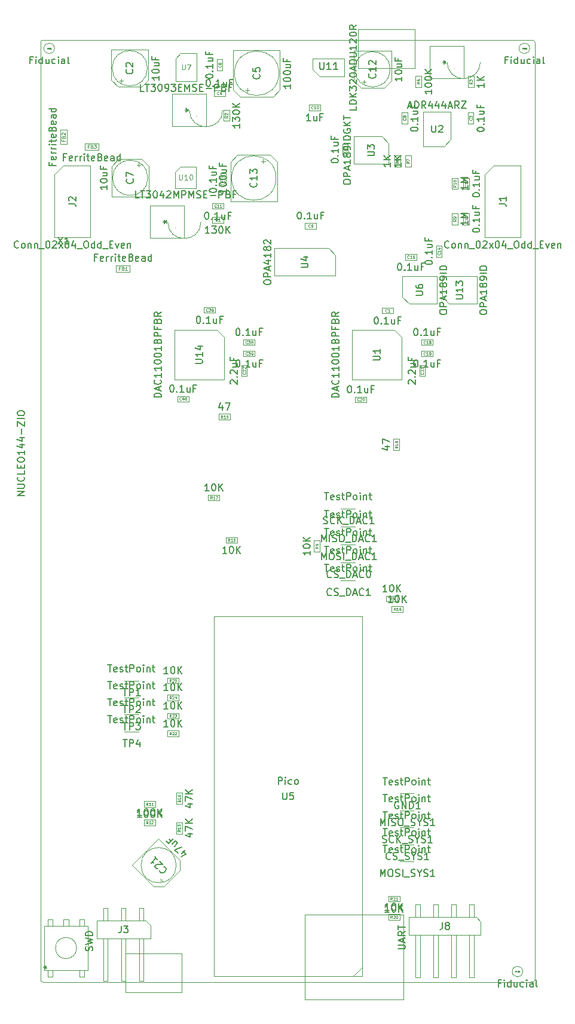
<source format=gbr>
%TF.GenerationSoftware,KiCad,Pcbnew,(6.0.7-1)-1*%
%TF.CreationDate,2022-08-23T13:01:28-05:00*%
%TF.ProjectId,NR1B-analog,4e523142-2d61-46e6-916c-6f672e6b6963,rev?*%
%TF.SameCoordinates,Original*%
%TF.FileFunction,AssemblyDrawing,Top*%
%FSLAX46Y46*%
G04 Gerber Fmt 4.6, Leading zero omitted, Abs format (unit mm)*
G04 Created by KiCad (PCBNEW (6.0.7-1)-1) date 2022-08-23 13:01:28*
%MOMM*%
%LPD*%
G01*
G04 APERTURE LIST*
%ADD10C,0.150000*%
%ADD11C,0.040000*%
%ADD12C,0.060000*%
%ADD13C,0.110000*%
%ADD14C,0.080000*%
%ADD15C,0.120000*%
%ADD16C,0.100000*%
G04 APERTURE END LIST*
D10*
%TO.C,TP3*%
X59066666Y-112452380D02*
X59638095Y-112452380D01*
X59352380Y-113452380D02*
X59352380Y-112452380D01*
X60352380Y-113404761D02*
X60257142Y-113452380D01*
X60066666Y-113452380D01*
X59971428Y-113404761D01*
X59923809Y-113309523D01*
X59923809Y-112928571D01*
X59971428Y-112833333D01*
X60066666Y-112785714D01*
X60257142Y-112785714D01*
X60352380Y-112833333D01*
X60400000Y-112928571D01*
X60400000Y-113023809D01*
X59923809Y-113119047D01*
X60780952Y-113404761D02*
X60876190Y-113452380D01*
X61066666Y-113452380D01*
X61161904Y-113404761D01*
X61209523Y-113309523D01*
X61209523Y-113261904D01*
X61161904Y-113166666D01*
X61066666Y-113119047D01*
X60923809Y-113119047D01*
X60828571Y-113071428D01*
X60780952Y-112976190D01*
X60780952Y-112928571D01*
X60828571Y-112833333D01*
X60923809Y-112785714D01*
X61066666Y-112785714D01*
X61161904Y-112833333D01*
X61495238Y-112785714D02*
X61876190Y-112785714D01*
X61638095Y-112452380D02*
X61638095Y-113309523D01*
X61685714Y-113404761D01*
X61780952Y-113452380D01*
X61876190Y-113452380D01*
X62209523Y-113452380D02*
X62209523Y-112452380D01*
X62590476Y-112452380D01*
X62685714Y-112500000D01*
X62733333Y-112547619D01*
X62780952Y-112642857D01*
X62780952Y-112785714D01*
X62733333Y-112880952D01*
X62685714Y-112928571D01*
X62590476Y-112976190D01*
X62209523Y-112976190D01*
X63352380Y-113452380D02*
X63257142Y-113404761D01*
X63209523Y-113357142D01*
X63161904Y-113261904D01*
X63161904Y-112976190D01*
X63209523Y-112880952D01*
X63257142Y-112833333D01*
X63352380Y-112785714D01*
X63495238Y-112785714D01*
X63590476Y-112833333D01*
X63638095Y-112880952D01*
X63685714Y-112976190D01*
X63685714Y-113261904D01*
X63638095Y-113357142D01*
X63590476Y-113404761D01*
X63495238Y-113452380D01*
X63352380Y-113452380D01*
X64114285Y-113452380D02*
X64114285Y-112785714D01*
X64114285Y-112452380D02*
X64066666Y-112500000D01*
X64114285Y-112547619D01*
X64161904Y-112500000D01*
X64114285Y-112452380D01*
X64114285Y-112547619D01*
X64590476Y-112785714D02*
X64590476Y-113452380D01*
X64590476Y-112880952D02*
X64638095Y-112833333D01*
X64733333Y-112785714D01*
X64876190Y-112785714D01*
X64971428Y-112833333D01*
X65019047Y-112928571D01*
X65019047Y-113452380D01*
X65352380Y-112785714D02*
X65733333Y-112785714D01*
X65495238Y-112452380D02*
X65495238Y-113309523D01*
X65542857Y-113404761D01*
X65638095Y-113452380D01*
X65733333Y-113452380D01*
X61238095Y-115852380D02*
X61809523Y-115852380D01*
X61523809Y-116852380D02*
X61523809Y-115852380D01*
X62142857Y-116852380D02*
X62142857Y-115852380D01*
X62523809Y-115852380D01*
X62619047Y-115900000D01*
X62666666Y-115947619D01*
X62714285Y-116042857D01*
X62714285Y-116185714D01*
X62666666Y-116280952D01*
X62619047Y-116328571D01*
X62523809Y-116376190D01*
X62142857Y-116376190D01*
X63047619Y-115852380D02*
X63666666Y-115852380D01*
X63333333Y-116233333D01*
X63476190Y-116233333D01*
X63571428Y-116280952D01*
X63619047Y-116328571D01*
X63666666Y-116423809D01*
X63666666Y-116661904D01*
X63619047Y-116757142D01*
X63571428Y-116804761D01*
X63476190Y-116852380D01*
X63190476Y-116852380D01*
X63095238Y-116804761D01*
X63047619Y-116757142D01*
%TO.C,U8*%
X70022380Y-29110000D02*
X70260476Y-29110000D01*
X70165238Y-29348095D02*
X70260476Y-29110000D01*
X70165238Y-28871904D01*
X70450952Y-29252857D02*
X70260476Y-29110000D01*
X70450952Y-28967142D01*
%TO.C,FID1*%
X48389047Y-21993071D02*
X48055714Y-21993071D01*
X48055714Y-22516880D02*
X48055714Y-21516880D01*
X48531904Y-21516880D01*
X48912857Y-22516880D02*
X48912857Y-21850214D01*
X48912857Y-21516880D02*
X48865238Y-21564500D01*
X48912857Y-21612119D01*
X48960476Y-21564500D01*
X48912857Y-21516880D01*
X48912857Y-21612119D01*
X49817619Y-22516880D02*
X49817619Y-21516880D01*
X49817619Y-22469261D02*
X49722380Y-22516880D01*
X49531904Y-22516880D01*
X49436666Y-22469261D01*
X49389047Y-22421642D01*
X49341428Y-22326404D01*
X49341428Y-22040690D01*
X49389047Y-21945452D01*
X49436666Y-21897833D01*
X49531904Y-21850214D01*
X49722380Y-21850214D01*
X49817619Y-21897833D01*
X50722380Y-21850214D02*
X50722380Y-22516880D01*
X50293809Y-21850214D02*
X50293809Y-22374023D01*
X50341428Y-22469261D01*
X50436666Y-22516880D01*
X50579523Y-22516880D01*
X50674761Y-22469261D01*
X50722380Y-22421642D01*
X51627142Y-22469261D02*
X51531904Y-22516880D01*
X51341428Y-22516880D01*
X51246190Y-22469261D01*
X51198571Y-22421642D01*
X51150952Y-22326404D01*
X51150952Y-22040690D01*
X51198571Y-21945452D01*
X51246190Y-21897833D01*
X51341428Y-21850214D01*
X51531904Y-21850214D01*
X51627142Y-21897833D01*
X52055714Y-22516880D02*
X52055714Y-21850214D01*
X52055714Y-21516880D02*
X52008095Y-21564500D01*
X52055714Y-21612119D01*
X52103333Y-21564500D01*
X52055714Y-21516880D01*
X52055714Y-21612119D01*
X52960476Y-22516880D02*
X52960476Y-21993071D01*
X52912857Y-21897833D01*
X52817619Y-21850214D01*
X52627142Y-21850214D01*
X52531904Y-21897833D01*
X52960476Y-22469261D02*
X52865238Y-22516880D01*
X52627142Y-22516880D01*
X52531904Y-22469261D01*
X52484285Y-22374023D01*
X52484285Y-22278785D01*
X52531904Y-22183547D01*
X52627142Y-22135928D01*
X52865238Y-22135928D01*
X52960476Y-22088309D01*
X53579523Y-22516880D02*
X53484285Y-22469261D01*
X53436666Y-22374023D01*
X53436666Y-21516880D01*
D11*
X50555714Y-20335714D02*
X50489047Y-20335714D01*
X50489047Y-20440476D02*
X50489047Y-20240476D01*
X50584285Y-20240476D01*
X50660476Y-20440476D02*
X50660476Y-20240476D01*
X50755714Y-20440476D02*
X50755714Y-20240476D01*
X50803333Y-20240476D01*
X50831904Y-20250000D01*
X50850952Y-20269047D01*
X50860476Y-20288095D01*
X50870000Y-20326190D01*
X50870000Y-20354761D01*
X50860476Y-20392857D01*
X50850952Y-20411904D01*
X50831904Y-20430952D01*
X50803333Y-20440476D01*
X50755714Y-20440476D01*
X51060476Y-20440476D02*
X50946190Y-20440476D01*
X51003333Y-20440476D02*
X51003333Y-20240476D01*
X50984285Y-20269047D01*
X50965238Y-20288095D01*
X50946190Y-20297619D01*
D10*
%TO.C,R2*%
X77752380Y-31016666D02*
X77752380Y-31588095D01*
X77752380Y-31302380D02*
X76752380Y-31302380D01*
X76895238Y-31397619D01*
X76990476Y-31492857D01*
X77038095Y-31588095D01*
X76752380Y-30683333D02*
X76752380Y-30064285D01*
X77133333Y-30397619D01*
X77133333Y-30254761D01*
X77180952Y-30159523D01*
X77228571Y-30111904D01*
X77323809Y-30064285D01*
X77561904Y-30064285D01*
X77657142Y-30111904D01*
X77704761Y-30159523D01*
X77752380Y-30254761D01*
X77752380Y-30540476D01*
X77704761Y-30635714D01*
X77657142Y-30683333D01*
X76752380Y-29445238D02*
X76752380Y-29350000D01*
X76800000Y-29254761D01*
X76847619Y-29207142D01*
X76942857Y-29159523D01*
X77133333Y-29111904D01*
X77371428Y-29111904D01*
X77561904Y-29159523D01*
X77657142Y-29207142D01*
X77704761Y-29254761D01*
X77752380Y-29350000D01*
X77752380Y-29445238D01*
X77704761Y-29540476D01*
X77657142Y-29588095D01*
X77561904Y-29635714D01*
X77371428Y-29683333D01*
X77133333Y-29683333D01*
X76942857Y-29635714D01*
X76847619Y-29588095D01*
X76800000Y-29540476D01*
X76752380Y-29445238D01*
X77752380Y-28683333D02*
X76752380Y-28683333D01*
X77752380Y-28111904D02*
X77180952Y-28540476D01*
X76752380Y-28111904D02*
X77323809Y-28683333D01*
D12*
X76050952Y-29916666D02*
X75860476Y-30050000D01*
X76050952Y-30145238D02*
X75650952Y-30145238D01*
X75650952Y-29992857D01*
X75670000Y-29954761D01*
X75689047Y-29935714D01*
X75727142Y-29916666D01*
X75784285Y-29916666D01*
X75822380Y-29935714D01*
X75841428Y-29954761D01*
X75860476Y-29992857D01*
X75860476Y-30145238D01*
X75689047Y-29764285D02*
X75670000Y-29745238D01*
X75650952Y-29707142D01*
X75650952Y-29611904D01*
X75670000Y-29573809D01*
X75689047Y-29554761D01*
X75727142Y-29535714D01*
X75765238Y-29535714D01*
X75822380Y-29554761D01*
X76050952Y-29783333D01*
X76050952Y-29535714D01*
D10*
%TO.C,U12*%
X66952380Y-44930000D02*
X67190476Y-44930000D01*
X67095238Y-45168095D02*
X67190476Y-44930000D01*
X67095238Y-44691904D01*
X67380952Y-45072857D02*
X67190476Y-44930000D01*
X67380952Y-44787142D01*
%TO.C,U14*%
X66622380Y-69750000D02*
X65622380Y-69750000D01*
X65622380Y-69511904D01*
X65670000Y-69369047D01*
X65765238Y-69273809D01*
X65860476Y-69226190D01*
X66050952Y-69178571D01*
X66193809Y-69178571D01*
X66384285Y-69226190D01*
X66479523Y-69273809D01*
X66574761Y-69369047D01*
X66622380Y-69511904D01*
X66622380Y-69750000D01*
X66336666Y-68797619D02*
X66336666Y-68321428D01*
X66622380Y-68892857D02*
X65622380Y-68559523D01*
X66622380Y-68226190D01*
X66527142Y-67321428D02*
X66574761Y-67369047D01*
X66622380Y-67511904D01*
X66622380Y-67607142D01*
X66574761Y-67750000D01*
X66479523Y-67845238D01*
X66384285Y-67892857D01*
X66193809Y-67940476D01*
X66050952Y-67940476D01*
X65860476Y-67892857D01*
X65765238Y-67845238D01*
X65670000Y-67750000D01*
X65622380Y-67607142D01*
X65622380Y-67511904D01*
X65670000Y-67369047D01*
X65717619Y-67321428D01*
X66622380Y-66369047D02*
X66622380Y-66940476D01*
X66622380Y-66654761D02*
X65622380Y-66654761D01*
X65765238Y-66750000D01*
X65860476Y-66845238D01*
X65908095Y-66940476D01*
X66622380Y-65416666D02*
X66622380Y-65988095D01*
X66622380Y-65702380D02*
X65622380Y-65702380D01*
X65765238Y-65797619D01*
X65860476Y-65892857D01*
X65908095Y-65988095D01*
X65622380Y-64797619D02*
X65622380Y-64702380D01*
X65670000Y-64607142D01*
X65717619Y-64559523D01*
X65812857Y-64511904D01*
X66003333Y-64464285D01*
X66241428Y-64464285D01*
X66431904Y-64511904D01*
X66527142Y-64559523D01*
X66574761Y-64607142D01*
X66622380Y-64702380D01*
X66622380Y-64797619D01*
X66574761Y-64892857D01*
X66527142Y-64940476D01*
X66431904Y-64988095D01*
X66241428Y-65035714D01*
X66003333Y-65035714D01*
X65812857Y-64988095D01*
X65717619Y-64940476D01*
X65670000Y-64892857D01*
X65622380Y-64797619D01*
X65622380Y-63845238D02*
X65622380Y-63750000D01*
X65670000Y-63654761D01*
X65717619Y-63607142D01*
X65812857Y-63559523D01*
X66003333Y-63511904D01*
X66241428Y-63511904D01*
X66431904Y-63559523D01*
X66527142Y-63607142D01*
X66574761Y-63654761D01*
X66622380Y-63750000D01*
X66622380Y-63845238D01*
X66574761Y-63940476D01*
X66527142Y-63988095D01*
X66431904Y-64035714D01*
X66241428Y-64083333D01*
X66003333Y-64083333D01*
X65812857Y-64035714D01*
X65717619Y-63988095D01*
X65670000Y-63940476D01*
X65622380Y-63845238D01*
X66622380Y-62559523D02*
X66622380Y-63130952D01*
X66622380Y-62845238D02*
X65622380Y-62845238D01*
X65765238Y-62940476D01*
X65860476Y-63035714D01*
X65908095Y-63130952D01*
X66098571Y-61797619D02*
X66146190Y-61654761D01*
X66193809Y-61607142D01*
X66289047Y-61559523D01*
X66431904Y-61559523D01*
X66527142Y-61607142D01*
X66574761Y-61654761D01*
X66622380Y-61750000D01*
X66622380Y-62130952D01*
X65622380Y-62130952D01*
X65622380Y-61797619D01*
X65670000Y-61702380D01*
X65717619Y-61654761D01*
X65812857Y-61607142D01*
X65908095Y-61607142D01*
X66003333Y-61654761D01*
X66050952Y-61702380D01*
X66098571Y-61797619D01*
X66098571Y-62130952D01*
X66622380Y-61130952D02*
X65622380Y-61130952D01*
X65622380Y-60750000D01*
X65670000Y-60654761D01*
X65717619Y-60607142D01*
X65812857Y-60559523D01*
X65955714Y-60559523D01*
X66050952Y-60607142D01*
X66098571Y-60654761D01*
X66146190Y-60750000D01*
X66146190Y-61130952D01*
X66098571Y-59797619D02*
X66098571Y-60130952D01*
X66622380Y-60130952D02*
X65622380Y-60130952D01*
X65622380Y-59654761D01*
X66098571Y-58940476D02*
X66146190Y-58797619D01*
X66193809Y-58750000D01*
X66289047Y-58702380D01*
X66431904Y-58702380D01*
X66527142Y-58750000D01*
X66574761Y-58797619D01*
X66622380Y-58892857D01*
X66622380Y-59273809D01*
X65622380Y-59273809D01*
X65622380Y-58940476D01*
X65670000Y-58845238D01*
X65717619Y-58797619D01*
X65812857Y-58750000D01*
X65908095Y-58750000D01*
X66003333Y-58797619D01*
X66050952Y-58845238D01*
X66098571Y-58940476D01*
X66098571Y-59273809D01*
X66622380Y-57702380D02*
X66146190Y-58035714D01*
X66622380Y-58273809D02*
X65622380Y-58273809D01*
X65622380Y-57892857D01*
X65670000Y-57797619D01*
X65717619Y-57750000D01*
X65812857Y-57702380D01*
X65955714Y-57702380D01*
X66050952Y-57750000D01*
X66098571Y-57797619D01*
X66146190Y-57892857D01*
X66146190Y-58273809D01*
X71472380Y-64988095D02*
X72281904Y-64988095D01*
X72377142Y-64940476D01*
X72424761Y-64892857D01*
X72472380Y-64797619D01*
X72472380Y-64607142D01*
X72424761Y-64511904D01*
X72377142Y-64464285D01*
X72281904Y-64416666D01*
X71472380Y-64416666D01*
X72472380Y-63416666D02*
X72472380Y-63988095D01*
X72472380Y-63702380D02*
X71472380Y-63702380D01*
X71615238Y-63797619D01*
X71710476Y-63892857D01*
X71758095Y-63988095D01*
X71805714Y-62559523D02*
X72472380Y-62559523D01*
X71424761Y-62797619D02*
X72139047Y-63035714D01*
X72139047Y-62416666D01*
%TO.C,U10*%
X63514761Y-41542380D02*
X63038571Y-41542380D01*
X63038571Y-40542380D01*
X63705238Y-40542380D02*
X64276666Y-40542380D01*
X63990952Y-41542380D02*
X63990952Y-40542380D01*
X64514761Y-40542380D02*
X65133809Y-40542380D01*
X64800476Y-40923333D01*
X64943333Y-40923333D01*
X65038571Y-40970952D01*
X65086190Y-41018571D01*
X65133809Y-41113809D01*
X65133809Y-41351904D01*
X65086190Y-41447142D01*
X65038571Y-41494761D01*
X64943333Y-41542380D01*
X64657619Y-41542380D01*
X64562380Y-41494761D01*
X64514761Y-41447142D01*
X65752857Y-40542380D02*
X65848095Y-40542380D01*
X65943333Y-40590000D01*
X65990952Y-40637619D01*
X66038571Y-40732857D01*
X66086190Y-40923333D01*
X66086190Y-41161428D01*
X66038571Y-41351904D01*
X65990952Y-41447142D01*
X65943333Y-41494761D01*
X65848095Y-41542380D01*
X65752857Y-41542380D01*
X65657619Y-41494761D01*
X65610000Y-41447142D01*
X65562380Y-41351904D01*
X65514761Y-41161428D01*
X65514761Y-40923333D01*
X65562380Y-40732857D01*
X65610000Y-40637619D01*
X65657619Y-40590000D01*
X65752857Y-40542380D01*
X66943333Y-40875714D02*
X66943333Y-41542380D01*
X66705238Y-40494761D02*
X66467142Y-41209047D01*
X67086190Y-41209047D01*
X67419523Y-40637619D02*
X67467142Y-40590000D01*
X67562380Y-40542380D01*
X67800476Y-40542380D01*
X67895714Y-40590000D01*
X67943333Y-40637619D01*
X67990952Y-40732857D01*
X67990952Y-40828095D01*
X67943333Y-40970952D01*
X67371904Y-41542380D01*
X67990952Y-41542380D01*
X68419523Y-41542380D02*
X68419523Y-40542380D01*
X68752857Y-41256666D01*
X69086190Y-40542380D01*
X69086190Y-41542380D01*
X69562380Y-41542380D02*
X69562380Y-40542380D01*
X69943333Y-40542380D01*
X70038571Y-40590000D01*
X70086190Y-40637619D01*
X70133809Y-40732857D01*
X70133809Y-40875714D01*
X70086190Y-40970952D01*
X70038571Y-41018571D01*
X69943333Y-41066190D01*
X69562380Y-41066190D01*
X70562380Y-41542380D02*
X70562380Y-40542380D01*
X70895714Y-41256666D01*
X71229047Y-40542380D01*
X71229047Y-41542380D01*
X71657619Y-41494761D02*
X71800476Y-41542380D01*
X72038571Y-41542380D01*
X72133809Y-41494761D01*
X72181428Y-41447142D01*
X72229047Y-41351904D01*
X72229047Y-41256666D01*
X72181428Y-41161428D01*
X72133809Y-41113809D01*
X72038571Y-41066190D01*
X71848095Y-41018571D01*
X71752857Y-40970952D01*
X71705238Y-40923333D01*
X71657619Y-40828095D01*
X71657619Y-40732857D01*
X71705238Y-40637619D01*
X71752857Y-40590000D01*
X71848095Y-40542380D01*
X72086190Y-40542380D01*
X72229047Y-40590000D01*
X72657619Y-41018571D02*
X72990952Y-41018571D01*
X73133809Y-41542380D02*
X72657619Y-41542380D01*
X72657619Y-40542380D01*
X73133809Y-40542380D01*
X73562380Y-41161428D02*
X74324285Y-41161428D01*
X74800476Y-41542380D02*
X74800476Y-40542380D01*
X75181428Y-40542380D01*
X75276666Y-40590000D01*
X75324285Y-40637619D01*
X75371904Y-40732857D01*
X75371904Y-40875714D01*
X75324285Y-40970952D01*
X75276666Y-41018571D01*
X75181428Y-41066190D01*
X74800476Y-41066190D01*
X76133809Y-41018571D02*
X76276666Y-41066190D01*
X76324285Y-41113809D01*
X76371904Y-41209047D01*
X76371904Y-41351904D01*
X76324285Y-41447142D01*
X76276666Y-41494761D01*
X76181428Y-41542380D01*
X75800476Y-41542380D01*
X75800476Y-40542380D01*
X76133809Y-40542380D01*
X76229047Y-40590000D01*
X76276666Y-40637619D01*
X76324285Y-40732857D01*
X76324285Y-40828095D01*
X76276666Y-40923333D01*
X76229047Y-40970952D01*
X76133809Y-41018571D01*
X75800476Y-41018571D01*
X77133809Y-41018571D02*
X76800476Y-41018571D01*
X76800476Y-41542380D02*
X76800476Y-40542380D01*
X77276666Y-40542380D01*
D13*
X69181428Y-38229285D02*
X69181428Y-38836428D01*
X69217142Y-38907857D01*
X69252857Y-38943571D01*
X69324285Y-38979285D01*
X69467142Y-38979285D01*
X69538571Y-38943571D01*
X69574285Y-38907857D01*
X69610000Y-38836428D01*
X69610000Y-38229285D01*
X70360000Y-38979285D02*
X69931428Y-38979285D01*
X70145714Y-38979285D02*
X70145714Y-38229285D01*
X70074285Y-38336428D01*
X70002857Y-38407857D01*
X69931428Y-38443571D01*
X70824285Y-38229285D02*
X70895714Y-38229285D01*
X70967142Y-38265000D01*
X71002857Y-38300714D01*
X71038571Y-38372142D01*
X71074285Y-38515000D01*
X71074285Y-38693571D01*
X71038571Y-38836428D01*
X71002857Y-38907857D01*
X70967142Y-38943571D01*
X70895714Y-38979285D01*
X70824285Y-38979285D01*
X70752857Y-38943571D01*
X70717142Y-38907857D01*
X70681428Y-38836428D01*
X70645714Y-38693571D01*
X70645714Y-38515000D01*
X70681428Y-38372142D01*
X70717142Y-38300714D01*
X70752857Y-38265000D01*
X70824285Y-38229285D01*
D10*
%TO.C,SCK_DAC1*%
X89766666Y-83292380D02*
X90338095Y-83292380D01*
X90052380Y-84292380D02*
X90052380Y-83292380D01*
X91052380Y-84244761D02*
X90957142Y-84292380D01*
X90766666Y-84292380D01*
X90671428Y-84244761D01*
X90623809Y-84149523D01*
X90623809Y-83768571D01*
X90671428Y-83673333D01*
X90766666Y-83625714D01*
X90957142Y-83625714D01*
X91052380Y-83673333D01*
X91100000Y-83768571D01*
X91100000Y-83863809D01*
X90623809Y-83959047D01*
X91480952Y-84244761D02*
X91576190Y-84292380D01*
X91766666Y-84292380D01*
X91861904Y-84244761D01*
X91909523Y-84149523D01*
X91909523Y-84101904D01*
X91861904Y-84006666D01*
X91766666Y-83959047D01*
X91623809Y-83959047D01*
X91528571Y-83911428D01*
X91480952Y-83816190D01*
X91480952Y-83768571D01*
X91528571Y-83673333D01*
X91623809Y-83625714D01*
X91766666Y-83625714D01*
X91861904Y-83673333D01*
X92195238Y-83625714D02*
X92576190Y-83625714D01*
X92338095Y-83292380D02*
X92338095Y-84149523D01*
X92385714Y-84244761D01*
X92480952Y-84292380D01*
X92576190Y-84292380D01*
X92909523Y-84292380D02*
X92909523Y-83292380D01*
X93290476Y-83292380D01*
X93385714Y-83340000D01*
X93433333Y-83387619D01*
X93480952Y-83482857D01*
X93480952Y-83625714D01*
X93433333Y-83720952D01*
X93385714Y-83768571D01*
X93290476Y-83816190D01*
X92909523Y-83816190D01*
X94052380Y-84292380D02*
X93957142Y-84244761D01*
X93909523Y-84197142D01*
X93861904Y-84101904D01*
X93861904Y-83816190D01*
X93909523Y-83720952D01*
X93957142Y-83673333D01*
X94052380Y-83625714D01*
X94195238Y-83625714D01*
X94290476Y-83673333D01*
X94338095Y-83720952D01*
X94385714Y-83816190D01*
X94385714Y-84101904D01*
X94338095Y-84197142D01*
X94290476Y-84244761D01*
X94195238Y-84292380D01*
X94052380Y-84292380D01*
X94814285Y-84292380D02*
X94814285Y-83625714D01*
X94814285Y-83292380D02*
X94766666Y-83340000D01*
X94814285Y-83387619D01*
X94861904Y-83340000D01*
X94814285Y-83292380D01*
X94814285Y-83387619D01*
X95290476Y-83625714D02*
X95290476Y-84292380D01*
X95290476Y-83720952D02*
X95338095Y-83673333D01*
X95433333Y-83625714D01*
X95576190Y-83625714D01*
X95671428Y-83673333D01*
X95719047Y-83768571D01*
X95719047Y-84292380D01*
X96052380Y-83625714D02*
X96433333Y-83625714D01*
X96195238Y-83292380D02*
X96195238Y-84149523D01*
X96242857Y-84244761D01*
X96338095Y-84292380D01*
X96433333Y-84292380D01*
X89628571Y-87644761D02*
X89771428Y-87692380D01*
X90009523Y-87692380D01*
X90104761Y-87644761D01*
X90152380Y-87597142D01*
X90200000Y-87501904D01*
X90200000Y-87406666D01*
X90152380Y-87311428D01*
X90104761Y-87263809D01*
X90009523Y-87216190D01*
X89819047Y-87168571D01*
X89723809Y-87120952D01*
X89676190Y-87073333D01*
X89628571Y-86978095D01*
X89628571Y-86882857D01*
X89676190Y-86787619D01*
X89723809Y-86740000D01*
X89819047Y-86692380D01*
X90057142Y-86692380D01*
X90200000Y-86740000D01*
X91200000Y-87597142D02*
X91152380Y-87644761D01*
X91009523Y-87692380D01*
X90914285Y-87692380D01*
X90771428Y-87644761D01*
X90676190Y-87549523D01*
X90628571Y-87454285D01*
X90580952Y-87263809D01*
X90580952Y-87120952D01*
X90628571Y-86930476D01*
X90676190Y-86835238D01*
X90771428Y-86740000D01*
X90914285Y-86692380D01*
X91009523Y-86692380D01*
X91152380Y-86740000D01*
X91200000Y-86787619D01*
X91628571Y-87692380D02*
X91628571Y-86692380D01*
X92200000Y-87692380D02*
X91771428Y-87120952D01*
X92200000Y-86692380D02*
X91628571Y-87263809D01*
X92390476Y-87787619D02*
X93152380Y-87787619D01*
X93390476Y-87692380D02*
X93390476Y-86692380D01*
X93628571Y-86692380D01*
X93771428Y-86740000D01*
X93866666Y-86835238D01*
X93914285Y-86930476D01*
X93961904Y-87120952D01*
X93961904Y-87263809D01*
X93914285Y-87454285D01*
X93866666Y-87549523D01*
X93771428Y-87644761D01*
X93628571Y-87692380D01*
X93390476Y-87692380D01*
X94342857Y-87406666D02*
X94819047Y-87406666D01*
X94247619Y-87692380D02*
X94580952Y-86692380D01*
X94914285Y-87692380D01*
X95819047Y-87597142D02*
X95771428Y-87644761D01*
X95628571Y-87692380D01*
X95533333Y-87692380D01*
X95390476Y-87644761D01*
X95295238Y-87549523D01*
X95247619Y-87454285D01*
X95200000Y-87263809D01*
X95200000Y-87120952D01*
X95247619Y-86930476D01*
X95295238Y-86835238D01*
X95390476Y-86740000D01*
X95533333Y-86692380D01*
X95628571Y-86692380D01*
X95771428Y-86740000D01*
X95819047Y-86787619D01*
X96771428Y-87692380D02*
X96200000Y-87692380D01*
X96485714Y-87692380D02*
X96485714Y-86692380D01*
X96390476Y-86835238D01*
X96295238Y-86930476D01*
X96200000Y-86978095D01*
%TO.C,R17*%
X73409523Y-83022380D02*
X72838095Y-83022380D01*
X73123809Y-83022380D02*
X73123809Y-82022380D01*
X73028571Y-82165238D01*
X72933333Y-82260476D01*
X72838095Y-82308095D01*
X74028571Y-82022380D02*
X74123809Y-82022380D01*
X74219047Y-82070000D01*
X74266666Y-82117619D01*
X74314285Y-82212857D01*
X74361904Y-82403333D01*
X74361904Y-82641428D01*
X74314285Y-82831904D01*
X74266666Y-82927142D01*
X74219047Y-82974761D01*
X74123809Y-83022380D01*
X74028571Y-83022380D01*
X73933333Y-82974761D01*
X73885714Y-82927142D01*
X73838095Y-82831904D01*
X73790476Y-82641428D01*
X73790476Y-82403333D01*
X73838095Y-82212857D01*
X73885714Y-82117619D01*
X73933333Y-82070000D01*
X74028571Y-82022380D01*
X74790476Y-83022380D02*
X74790476Y-82022380D01*
X75361904Y-83022380D02*
X74933333Y-82450952D01*
X75361904Y-82022380D02*
X74790476Y-82593809D01*
D12*
X73842857Y-84180952D02*
X73709523Y-83990476D01*
X73614285Y-84180952D02*
X73614285Y-83780952D01*
X73766666Y-83780952D01*
X73804761Y-83800000D01*
X73823809Y-83819047D01*
X73842857Y-83857142D01*
X73842857Y-83914285D01*
X73823809Y-83952380D01*
X73804761Y-83971428D01*
X73766666Y-83990476D01*
X73614285Y-83990476D01*
X74223809Y-84180952D02*
X73995238Y-84180952D01*
X74109523Y-84180952D02*
X74109523Y-83780952D01*
X74071428Y-83838095D01*
X74033333Y-83876190D01*
X73995238Y-83895238D01*
X74357142Y-83780952D02*
X74623809Y-83780952D01*
X74452380Y-84180952D01*
D10*
%TO.C,R7*%
X100652380Y-36549285D02*
X100652380Y-37120714D01*
X100652380Y-36835000D02*
X99652380Y-36835000D01*
X99795238Y-36930238D01*
X99890476Y-37025476D01*
X99938095Y-37120714D01*
X100652380Y-36120714D02*
X99652380Y-36120714D01*
X100652380Y-35549285D02*
X100080952Y-35977857D01*
X99652380Y-35549285D02*
X100223809Y-36120714D01*
D12*
X101810952Y-36401666D02*
X101620476Y-36535000D01*
X101810952Y-36630238D02*
X101410952Y-36630238D01*
X101410952Y-36477857D01*
X101430000Y-36439761D01*
X101449047Y-36420714D01*
X101487142Y-36401666D01*
X101544285Y-36401666D01*
X101582380Y-36420714D01*
X101601428Y-36439761D01*
X101620476Y-36477857D01*
X101620476Y-36630238D01*
X101410952Y-36268333D02*
X101410952Y-36001666D01*
X101810952Y-36173095D01*
D10*
%TO.C,U6*%
X106087380Y-57765476D02*
X106087380Y-57575000D01*
X106135000Y-57479761D01*
X106230238Y-57384523D01*
X106420714Y-57336904D01*
X106754047Y-57336904D01*
X106944523Y-57384523D01*
X107039761Y-57479761D01*
X107087380Y-57575000D01*
X107087380Y-57765476D01*
X107039761Y-57860714D01*
X106944523Y-57955952D01*
X106754047Y-58003571D01*
X106420714Y-58003571D01*
X106230238Y-57955952D01*
X106135000Y-57860714D01*
X106087380Y-57765476D01*
X107087380Y-56908333D02*
X106087380Y-56908333D01*
X106087380Y-56527380D01*
X106135000Y-56432142D01*
X106182619Y-56384523D01*
X106277857Y-56336904D01*
X106420714Y-56336904D01*
X106515952Y-56384523D01*
X106563571Y-56432142D01*
X106611190Y-56527380D01*
X106611190Y-56908333D01*
X106801666Y-55955952D02*
X106801666Y-55479761D01*
X107087380Y-56051190D02*
X106087380Y-55717857D01*
X107087380Y-55384523D01*
X107087380Y-54527380D02*
X107087380Y-55098809D01*
X107087380Y-54813095D02*
X106087380Y-54813095D01*
X106230238Y-54908333D01*
X106325476Y-55003571D01*
X106373095Y-55098809D01*
X106515952Y-53955952D02*
X106468333Y-54051190D01*
X106420714Y-54098809D01*
X106325476Y-54146428D01*
X106277857Y-54146428D01*
X106182619Y-54098809D01*
X106135000Y-54051190D01*
X106087380Y-53955952D01*
X106087380Y-53765476D01*
X106135000Y-53670238D01*
X106182619Y-53622619D01*
X106277857Y-53575000D01*
X106325476Y-53575000D01*
X106420714Y-53622619D01*
X106468333Y-53670238D01*
X106515952Y-53765476D01*
X106515952Y-53955952D01*
X106563571Y-54051190D01*
X106611190Y-54098809D01*
X106706428Y-54146428D01*
X106896904Y-54146428D01*
X106992142Y-54098809D01*
X107039761Y-54051190D01*
X107087380Y-53955952D01*
X107087380Y-53765476D01*
X107039761Y-53670238D01*
X106992142Y-53622619D01*
X106896904Y-53575000D01*
X106706428Y-53575000D01*
X106611190Y-53622619D01*
X106563571Y-53670238D01*
X106515952Y-53765476D01*
X107087380Y-53098809D02*
X107087380Y-52908333D01*
X107039761Y-52813095D01*
X106992142Y-52765476D01*
X106849285Y-52670238D01*
X106658809Y-52622619D01*
X106277857Y-52622619D01*
X106182619Y-52670238D01*
X106135000Y-52717857D01*
X106087380Y-52813095D01*
X106087380Y-53003571D01*
X106135000Y-53098809D01*
X106182619Y-53146428D01*
X106277857Y-53194047D01*
X106515952Y-53194047D01*
X106611190Y-53146428D01*
X106658809Y-53098809D01*
X106706428Y-53003571D01*
X106706428Y-52813095D01*
X106658809Y-52717857D01*
X106611190Y-52670238D01*
X106515952Y-52622619D01*
X107087380Y-52194047D02*
X106087380Y-52194047D01*
X107087380Y-51717857D02*
X106087380Y-51717857D01*
X106087380Y-51479761D01*
X106135000Y-51336904D01*
X106230238Y-51241666D01*
X106325476Y-51194047D01*
X106515952Y-51146428D01*
X106658809Y-51146428D01*
X106849285Y-51194047D01*
X106944523Y-51241666D01*
X107039761Y-51336904D01*
X107087380Y-51479761D01*
X107087380Y-51717857D01*
X102698333Y-55321666D02*
X103491666Y-55321666D01*
X103585000Y-55275000D01*
X103631666Y-55228333D01*
X103678333Y-55135000D01*
X103678333Y-54948333D01*
X103631666Y-54855000D01*
X103585000Y-54808333D01*
X103491666Y-54761666D01*
X102698333Y-54761666D01*
X102698333Y-53875000D02*
X102698333Y-54061666D01*
X102745000Y-54155000D01*
X102791666Y-54201666D01*
X102931666Y-54295000D01*
X103118333Y-54341666D01*
X103491666Y-54341666D01*
X103585000Y-54295000D01*
X103631666Y-54248333D01*
X103678333Y-54155000D01*
X103678333Y-53968333D01*
X103631666Y-53875000D01*
X103585000Y-53828333D01*
X103491666Y-53781666D01*
X103258333Y-53781666D01*
X103165000Y-53828333D01*
X103118333Y-53875000D01*
X103071666Y-53968333D01*
X103071666Y-54155000D01*
X103118333Y-54248333D01*
X103165000Y-54295000D01*
X103258333Y-54341666D01*
%TO.C,TP2*%
X59066666Y-110052380D02*
X59638095Y-110052380D01*
X59352380Y-111052380D02*
X59352380Y-110052380D01*
X60352380Y-111004761D02*
X60257142Y-111052380D01*
X60066666Y-111052380D01*
X59971428Y-111004761D01*
X59923809Y-110909523D01*
X59923809Y-110528571D01*
X59971428Y-110433333D01*
X60066666Y-110385714D01*
X60257142Y-110385714D01*
X60352380Y-110433333D01*
X60400000Y-110528571D01*
X60400000Y-110623809D01*
X59923809Y-110719047D01*
X60780952Y-111004761D02*
X60876190Y-111052380D01*
X61066666Y-111052380D01*
X61161904Y-111004761D01*
X61209523Y-110909523D01*
X61209523Y-110861904D01*
X61161904Y-110766666D01*
X61066666Y-110719047D01*
X60923809Y-110719047D01*
X60828571Y-110671428D01*
X60780952Y-110576190D01*
X60780952Y-110528571D01*
X60828571Y-110433333D01*
X60923809Y-110385714D01*
X61066666Y-110385714D01*
X61161904Y-110433333D01*
X61495238Y-110385714D02*
X61876190Y-110385714D01*
X61638095Y-110052380D02*
X61638095Y-110909523D01*
X61685714Y-111004761D01*
X61780952Y-111052380D01*
X61876190Y-111052380D01*
X62209523Y-111052380D02*
X62209523Y-110052380D01*
X62590476Y-110052380D01*
X62685714Y-110100000D01*
X62733333Y-110147619D01*
X62780952Y-110242857D01*
X62780952Y-110385714D01*
X62733333Y-110480952D01*
X62685714Y-110528571D01*
X62590476Y-110576190D01*
X62209523Y-110576190D01*
X63352380Y-111052380D02*
X63257142Y-111004761D01*
X63209523Y-110957142D01*
X63161904Y-110861904D01*
X63161904Y-110576190D01*
X63209523Y-110480952D01*
X63257142Y-110433333D01*
X63352380Y-110385714D01*
X63495238Y-110385714D01*
X63590476Y-110433333D01*
X63638095Y-110480952D01*
X63685714Y-110576190D01*
X63685714Y-110861904D01*
X63638095Y-110957142D01*
X63590476Y-111004761D01*
X63495238Y-111052380D01*
X63352380Y-111052380D01*
X64114285Y-111052380D02*
X64114285Y-110385714D01*
X64114285Y-110052380D02*
X64066666Y-110100000D01*
X64114285Y-110147619D01*
X64161904Y-110100000D01*
X64114285Y-110052380D01*
X64114285Y-110147619D01*
X64590476Y-110385714D02*
X64590476Y-111052380D01*
X64590476Y-110480952D02*
X64638095Y-110433333D01*
X64733333Y-110385714D01*
X64876190Y-110385714D01*
X64971428Y-110433333D01*
X65019047Y-110528571D01*
X65019047Y-111052380D01*
X65352380Y-110385714D02*
X65733333Y-110385714D01*
X65495238Y-110052380D02*
X65495238Y-110909523D01*
X65542857Y-111004761D01*
X65638095Y-111052380D01*
X65733333Y-111052380D01*
X61238095Y-113452380D02*
X61809523Y-113452380D01*
X61523809Y-114452380D02*
X61523809Y-113452380D01*
X62142857Y-114452380D02*
X62142857Y-113452380D01*
X62523809Y-113452380D01*
X62619047Y-113500000D01*
X62666666Y-113547619D01*
X62714285Y-113642857D01*
X62714285Y-113785714D01*
X62666666Y-113880952D01*
X62619047Y-113928571D01*
X62523809Y-113976190D01*
X62142857Y-113976190D01*
X63095238Y-113547619D02*
X63142857Y-113500000D01*
X63238095Y-113452380D01*
X63476190Y-113452380D01*
X63571428Y-113500000D01*
X63619047Y-113547619D01*
X63666666Y-113642857D01*
X63666666Y-113738095D01*
X63619047Y-113880952D01*
X63047619Y-114452380D01*
X63666666Y-114452380D01*
%TO.C,FB2*%
X51198571Y-36600476D02*
X51198571Y-36933809D01*
X51722380Y-36933809D02*
X50722380Y-36933809D01*
X50722380Y-36457619D01*
X51674761Y-35695714D02*
X51722380Y-35790952D01*
X51722380Y-35981428D01*
X51674761Y-36076666D01*
X51579523Y-36124285D01*
X51198571Y-36124285D01*
X51103333Y-36076666D01*
X51055714Y-35981428D01*
X51055714Y-35790952D01*
X51103333Y-35695714D01*
X51198571Y-35648095D01*
X51293809Y-35648095D01*
X51389047Y-36124285D01*
X51722380Y-35219523D02*
X51055714Y-35219523D01*
X51246190Y-35219523D02*
X51150952Y-35171904D01*
X51103333Y-35124285D01*
X51055714Y-35029047D01*
X51055714Y-34933809D01*
X51722380Y-34600476D02*
X51055714Y-34600476D01*
X51246190Y-34600476D02*
X51150952Y-34552857D01*
X51103333Y-34505238D01*
X51055714Y-34410000D01*
X51055714Y-34314761D01*
X51722380Y-33981428D02*
X51055714Y-33981428D01*
X50722380Y-33981428D02*
X50770000Y-34029047D01*
X50817619Y-33981428D01*
X50770000Y-33933809D01*
X50722380Y-33981428D01*
X50817619Y-33981428D01*
X51055714Y-33648095D02*
X51055714Y-33267142D01*
X50722380Y-33505238D02*
X51579523Y-33505238D01*
X51674761Y-33457619D01*
X51722380Y-33362380D01*
X51722380Y-33267142D01*
X51674761Y-32552857D02*
X51722380Y-32648095D01*
X51722380Y-32838571D01*
X51674761Y-32933809D01*
X51579523Y-32981428D01*
X51198571Y-32981428D01*
X51103333Y-32933809D01*
X51055714Y-32838571D01*
X51055714Y-32648095D01*
X51103333Y-32552857D01*
X51198571Y-32505238D01*
X51293809Y-32505238D01*
X51389047Y-32981428D01*
X51198571Y-31743333D02*
X51246190Y-31600476D01*
X51293809Y-31552857D01*
X51389047Y-31505238D01*
X51531904Y-31505238D01*
X51627142Y-31552857D01*
X51674761Y-31600476D01*
X51722380Y-31695714D01*
X51722380Y-32076666D01*
X50722380Y-32076666D01*
X50722380Y-31743333D01*
X50770000Y-31648095D01*
X50817619Y-31600476D01*
X50912857Y-31552857D01*
X51008095Y-31552857D01*
X51103333Y-31600476D01*
X51150952Y-31648095D01*
X51198571Y-31743333D01*
X51198571Y-32076666D01*
X51674761Y-30695714D02*
X51722380Y-30790952D01*
X51722380Y-30981428D01*
X51674761Y-31076666D01*
X51579523Y-31124285D01*
X51198571Y-31124285D01*
X51103333Y-31076666D01*
X51055714Y-30981428D01*
X51055714Y-30790952D01*
X51103333Y-30695714D01*
X51198571Y-30648095D01*
X51293809Y-30648095D01*
X51389047Y-31124285D01*
X51722380Y-29790952D02*
X51198571Y-29790952D01*
X51103333Y-29838571D01*
X51055714Y-29933809D01*
X51055714Y-30124285D01*
X51103333Y-30219523D01*
X51674761Y-29790952D02*
X51722380Y-29886190D01*
X51722380Y-30124285D01*
X51674761Y-30219523D01*
X51579523Y-30267142D01*
X51484285Y-30267142D01*
X51389047Y-30219523D01*
X51341428Y-30124285D01*
X51341428Y-29886190D01*
X51293809Y-29790952D01*
X51722380Y-28886190D02*
X50722380Y-28886190D01*
X51674761Y-28886190D02*
X51722380Y-28981428D01*
X51722380Y-29171904D01*
X51674761Y-29267142D01*
X51627142Y-29314761D01*
X51531904Y-29362380D01*
X51246190Y-29362380D01*
X51150952Y-29314761D01*
X51103333Y-29267142D01*
X51055714Y-29171904D01*
X51055714Y-28981428D01*
X51103333Y-28886190D01*
D14*
X52784285Y-33326666D02*
X52784285Y-33493333D01*
X53046190Y-33493333D02*
X52546190Y-33493333D01*
X52546190Y-33255238D01*
X52784285Y-32898095D02*
X52808095Y-32826666D01*
X52831904Y-32802857D01*
X52879523Y-32779047D01*
X52950952Y-32779047D01*
X52998571Y-32802857D01*
X53022380Y-32826666D01*
X53046190Y-32874285D01*
X53046190Y-33064761D01*
X52546190Y-33064761D01*
X52546190Y-32898095D01*
X52570000Y-32850476D01*
X52593809Y-32826666D01*
X52641428Y-32802857D01*
X52689047Y-32802857D01*
X52736666Y-32826666D01*
X52760476Y-32850476D01*
X52784285Y-32898095D01*
X52784285Y-33064761D01*
X52593809Y-32588571D02*
X52570000Y-32564761D01*
X52546190Y-32517142D01*
X52546190Y-32398095D01*
X52570000Y-32350476D01*
X52593809Y-32326666D01*
X52641428Y-32302857D01*
X52689047Y-32302857D01*
X52760476Y-32326666D01*
X53046190Y-32612380D01*
X53046190Y-32302857D01*
D10*
%TO.C,C23*%
X101717619Y-67880952D02*
X101670000Y-67833333D01*
X101622380Y-67738095D01*
X101622380Y-67500000D01*
X101670000Y-67404761D01*
X101717619Y-67357142D01*
X101812857Y-67309523D01*
X101908095Y-67309523D01*
X102050952Y-67357142D01*
X102622380Y-67928571D01*
X102622380Y-67309523D01*
X102527142Y-66880952D02*
X102574761Y-66833333D01*
X102622380Y-66880952D01*
X102574761Y-66928571D01*
X102527142Y-66880952D01*
X102622380Y-66880952D01*
X101717619Y-66452380D02*
X101670000Y-66404761D01*
X101622380Y-66309523D01*
X101622380Y-66071428D01*
X101670000Y-65976190D01*
X101717619Y-65928571D01*
X101812857Y-65880952D01*
X101908095Y-65880952D01*
X102050952Y-65928571D01*
X102622380Y-66500000D01*
X102622380Y-65880952D01*
X101955714Y-65023809D02*
X102622380Y-65023809D01*
X101955714Y-65452380D02*
X102479523Y-65452380D01*
X102574761Y-65404761D01*
X102622380Y-65309523D01*
X102622380Y-65166666D01*
X102574761Y-65071428D01*
X102527142Y-65023809D01*
X102098571Y-64214285D02*
X102098571Y-64547619D01*
X102622380Y-64547619D02*
X101622380Y-64547619D01*
X101622380Y-64071428D01*
D12*
X103742857Y-66257142D02*
X103761904Y-66276190D01*
X103780952Y-66333333D01*
X103780952Y-66371428D01*
X103761904Y-66428571D01*
X103723809Y-66466666D01*
X103685714Y-66485714D01*
X103609523Y-66504761D01*
X103552380Y-66504761D01*
X103476190Y-66485714D01*
X103438095Y-66466666D01*
X103400000Y-66428571D01*
X103380952Y-66371428D01*
X103380952Y-66333333D01*
X103400000Y-66276190D01*
X103419047Y-66257142D01*
X103419047Y-66104761D02*
X103400000Y-66085714D01*
X103380952Y-66047619D01*
X103380952Y-65952380D01*
X103400000Y-65914285D01*
X103419047Y-65895238D01*
X103457142Y-65876190D01*
X103495238Y-65876190D01*
X103552380Y-65895238D01*
X103780952Y-66123809D01*
X103780952Y-65876190D01*
X103380952Y-65742857D02*
X103380952Y-65495238D01*
X103533333Y-65628571D01*
X103533333Y-65571428D01*
X103552380Y-65533333D01*
X103571428Y-65514285D01*
X103609523Y-65495238D01*
X103704761Y-65495238D01*
X103742857Y-65514285D01*
X103761904Y-65533333D01*
X103780952Y-65571428D01*
X103780952Y-65685714D01*
X103761904Y-65723809D01*
X103742857Y-65742857D01*
D10*
%TO.C,SCK_SYS1*%
X98066666Y-128452380D02*
X98638095Y-128452380D01*
X98352380Y-129452380D02*
X98352380Y-128452380D01*
X99352380Y-129404761D02*
X99257142Y-129452380D01*
X99066666Y-129452380D01*
X98971428Y-129404761D01*
X98923809Y-129309523D01*
X98923809Y-128928571D01*
X98971428Y-128833333D01*
X99066666Y-128785714D01*
X99257142Y-128785714D01*
X99352380Y-128833333D01*
X99400000Y-128928571D01*
X99400000Y-129023809D01*
X98923809Y-129119047D01*
X99780952Y-129404761D02*
X99876190Y-129452380D01*
X100066666Y-129452380D01*
X100161904Y-129404761D01*
X100209523Y-129309523D01*
X100209523Y-129261904D01*
X100161904Y-129166666D01*
X100066666Y-129119047D01*
X99923809Y-129119047D01*
X99828571Y-129071428D01*
X99780952Y-128976190D01*
X99780952Y-128928571D01*
X99828571Y-128833333D01*
X99923809Y-128785714D01*
X100066666Y-128785714D01*
X100161904Y-128833333D01*
X100495238Y-128785714D02*
X100876190Y-128785714D01*
X100638095Y-128452380D02*
X100638095Y-129309523D01*
X100685714Y-129404761D01*
X100780952Y-129452380D01*
X100876190Y-129452380D01*
X101209523Y-129452380D02*
X101209523Y-128452380D01*
X101590476Y-128452380D01*
X101685714Y-128500000D01*
X101733333Y-128547619D01*
X101780952Y-128642857D01*
X101780952Y-128785714D01*
X101733333Y-128880952D01*
X101685714Y-128928571D01*
X101590476Y-128976190D01*
X101209523Y-128976190D01*
X102352380Y-129452380D02*
X102257142Y-129404761D01*
X102209523Y-129357142D01*
X102161904Y-129261904D01*
X102161904Y-128976190D01*
X102209523Y-128880952D01*
X102257142Y-128833333D01*
X102352380Y-128785714D01*
X102495238Y-128785714D01*
X102590476Y-128833333D01*
X102638095Y-128880952D01*
X102685714Y-128976190D01*
X102685714Y-129261904D01*
X102638095Y-129357142D01*
X102590476Y-129404761D01*
X102495238Y-129452380D01*
X102352380Y-129452380D01*
X103114285Y-129452380D02*
X103114285Y-128785714D01*
X103114285Y-128452380D02*
X103066666Y-128500000D01*
X103114285Y-128547619D01*
X103161904Y-128500000D01*
X103114285Y-128452380D01*
X103114285Y-128547619D01*
X103590476Y-128785714D02*
X103590476Y-129452380D01*
X103590476Y-128880952D02*
X103638095Y-128833333D01*
X103733333Y-128785714D01*
X103876190Y-128785714D01*
X103971428Y-128833333D01*
X104019047Y-128928571D01*
X104019047Y-129452380D01*
X104352380Y-128785714D02*
X104733333Y-128785714D01*
X104495238Y-128452380D02*
X104495238Y-129309523D01*
X104542857Y-129404761D01*
X104638095Y-129452380D01*
X104733333Y-129452380D01*
X97976190Y-132804761D02*
X98119047Y-132852380D01*
X98357142Y-132852380D01*
X98452380Y-132804761D01*
X98500000Y-132757142D01*
X98547619Y-132661904D01*
X98547619Y-132566666D01*
X98500000Y-132471428D01*
X98452380Y-132423809D01*
X98357142Y-132376190D01*
X98166666Y-132328571D01*
X98071428Y-132280952D01*
X98023809Y-132233333D01*
X97976190Y-132138095D01*
X97976190Y-132042857D01*
X98023809Y-131947619D01*
X98071428Y-131900000D01*
X98166666Y-131852380D01*
X98404761Y-131852380D01*
X98547619Y-131900000D01*
X99547619Y-132757142D02*
X99500000Y-132804761D01*
X99357142Y-132852380D01*
X99261904Y-132852380D01*
X99119047Y-132804761D01*
X99023809Y-132709523D01*
X98976190Y-132614285D01*
X98928571Y-132423809D01*
X98928571Y-132280952D01*
X98976190Y-132090476D01*
X99023809Y-131995238D01*
X99119047Y-131900000D01*
X99261904Y-131852380D01*
X99357142Y-131852380D01*
X99500000Y-131900000D01*
X99547619Y-131947619D01*
X99976190Y-132852380D02*
X99976190Y-131852380D01*
X100547619Y-132852380D02*
X100119047Y-132280952D01*
X100547619Y-131852380D02*
X99976190Y-132423809D01*
X100738095Y-132947619D02*
X101500000Y-132947619D01*
X101690476Y-132804761D02*
X101833333Y-132852380D01*
X102071428Y-132852380D01*
X102166666Y-132804761D01*
X102214285Y-132757142D01*
X102261904Y-132661904D01*
X102261904Y-132566666D01*
X102214285Y-132471428D01*
X102166666Y-132423809D01*
X102071428Y-132376190D01*
X101880952Y-132328571D01*
X101785714Y-132280952D01*
X101738095Y-132233333D01*
X101690476Y-132138095D01*
X101690476Y-132042857D01*
X101738095Y-131947619D01*
X101785714Y-131900000D01*
X101880952Y-131852380D01*
X102119047Y-131852380D01*
X102261904Y-131900000D01*
X102880952Y-132376190D02*
X102880952Y-132852380D01*
X102547619Y-131852380D02*
X102880952Y-132376190D01*
X103214285Y-131852380D01*
X103500000Y-132804761D02*
X103642857Y-132852380D01*
X103880952Y-132852380D01*
X103976190Y-132804761D01*
X104023809Y-132757142D01*
X104071428Y-132661904D01*
X104071428Y-132566666D01*
X104023809Y-132471428D01*
X103976190Y-132423809D01*
X103880952Y-132376190D01*
X103690476Y-132328571D01*
X103595238Y-132280952D01*
X103547619Y-132233333D01*
X103500000Y-132138095D01*
X103500000Y-132042857D01*
X103547619Y-131947619D01*
X103595238Y-131900000D01*
X103690476Y-131852380D01*
X103928571Y-131852380D01*
X104071428Y-131900000D01*
X105023809Y-132852380D02*
X104452380Y-132852380D01*
X104738095Y-132852380D02*
X104738095Y-131852380D01*
X104642857Y-131995238D01*
X104547619Y-132090476D01*
X104452380Y-132138095D01*
%TO.C,TP4*%
X59066666Y-114852380D02*
X59638095Y-114852380D01*
X59352380Y-115852380D02*
X59352380Y-114852380D01*
X60352380Y-115804761D02*
X60257142Y-115852380D01*
X60066666Y-115852380D01*
X59971428Y-115804761D01*
X59923809Y-115709523D01*
X59923809Y-115328571D01*
X59971428Y-115233333D01*
X60066666Y-115185714D01*
X60257142Y-115185714D01*
X60352380Y-115233333D01*
X60400000Y-115328571D01*
X60400000Y-115423809D01*
X59923809Y-115519047D01*
X60780952Y-115804761D02*
X60876190Y-115852380D01*
X61066666Y-115852380D01*
X61161904Y-115804761D01*
X61209523Y-115709523D01*
X61209523Y-115661904D01*
X61161904Y-115566666D01*
X61066666Y-115519047D01*
X60923809Y-115519047D01*
X60828571Y-115471428D01*
X60780952Y-115376190D01*
X60780952Y-115328571D01*
X60828571Y-115233333D01*
X60923809Y-115185714D01*
X61066666Y-115185714D01*
X61161904Y-115233333D01*
X61495238Y-115185714D02*
X61876190Y-115185714D01*
X61638095Y-114852380D02*
X61638095Y-115709523D01*
X61685714Y-115804761D01*
X61780952Y-115852380D01*
X61876190Y-115852380D01*
X62209523Y-115852380D02*
X62209523Y-114852380D01*
X62590476Y-114852380D01*
X62685714Y-114900000D01*
X62733333Y-114947619D01*
X62780952Y-115042857D01*
X62780952Y-115185714D01*
X62733333Y-115280952D01*
X62685714Y-115328571D01*
X62590476Y-115376190D01*
X62209523Y-115376190D01*
X63352380Y-115852380D02*
X63257142Y-115804761D01*
X63209523Y-115757142D01*
X63161904Y-115661904D01*
X63161904Y-115376190D01*
X63209523Y-115280952D01*
X63257142Y-115233333D01*
X63352380Y-115185714D01*
X63495238Y-115185714D01*
X63590476Y-115233333D01*
X63638095Y-115280952D01*
X63685714Y-115376190D01*
X63685714Y-115661904D01*
X63638095Y-115757142D01*
X63590476Y-115804761D01*
X63495238Y-115852380D01*
X63352380Y-115852380D01*
X64114285Y-115852380D02*
X64114285Y-115185714D01*
X64114285Y-114852380D02*
X64066666Y-114900000D01*
X64114285Y-114947619D01*
X64161904Y-114900000D01*
X64114285Y-114852380D01*
X64114285Y-114947619D01*
X64590476Y-115185714D02*
X64590476Y-115852380D01*
X64590476Y-115280952D02*
X64638095Y-115233333D01*
X64733333Y-115185714D01*
X64876190Y-115185714D01*
X64971428Y-115233333D01*
X65019047Y-115328571D01*
X65019047Y-115852380D01*
X65352380Y-115185714D02*
X65733333Y-115185714D01*
X65495238Y-114852380D02*
X65495238Y-115709523D01*
X65542857Y-115804761D01*
X65638095Y-115852380D01*
X65733333Y-115852380D01*
X61238095Y-118252380D02*
X61809523Y-118252380D01*
X61523809Y-119252380D02*
X61523809Y-118252380D01*
X62142857Y-119252380D02*
X62142857Y-118252380D01*
X62523809Y-118252380D01*
X62619047Y-118300000D01*
X62666666Y-118347619D01*
X62714285Y-118442857D01*
X62714285Y-118585714D01*
X62666666Y-118680952D01*
X62619047Y-118728571D01*
X62523809Y-118776190D01*
X62142857Y-118776190D01*
X63571428Y-118585714D02*
X63571428Y-119252380D01*
X63333333Y-118204761D02*
X63095238Y-118919047D01*
X63714285Y-118919047D01*
%TO.C,U5*%
X83219047Y-124573380D02*
X83219047Y-123573380D01*
X83600000Y-123573380D01*
X83695238Y-123621000D01*
X83742857Y-123668619D01*
X83790476Y-123763857D01*
X83790476Y-123906714D01*
X83742857Y-124001952D01*
X83695238Y-124049571D01*
X83600000Y-124097190D01*
X83219047Y-124097190D01*
X84219047Y-124573380D02*
X84219047Y-123906714D01*
X84219047Y-123573380D02*
X84171428Y-123621000D01*
X84219047Y-123668619D01*
X84266666Y-123621000D01*
X84219047Y-123573380D01*
X84219047Y-123668619D01*
X85123809Y-124525761D02*
X85028571Y-124573380D01*
X84838095Y-124573380D01*
X84742857Y-124525761D01*
X84695238Y-124478142D01*
X84647619Y-124382904D01*
X84647619Y-124097190D01*
X84695238Y-124001952D01*
X84742857Y-123954333D01*
X84838095Y-123906714D01*
X85028571Y-123906714D01*
X85123809Y-123954333D01*
X85695238Y-124573380D02*
X85600000Y-124525761D01*
X85552380Y-124478142D01*
X85504761Y-124382904D01*
X85504761Y-124097190D01*
X85552380Y-124001952D01*
X85600000Y-123954333D01*
X85695238Y-123906714D01*
X85838095Y-123906714D01*
X85933333Y-123954333D01*
X85980952Y-124001952D01*
X86028571Y-124097190D01*
X86028571Y-124382904D01*
X85980952Y-124478142D01*
X85933333Y-124525761D01*
X85838095Y-124573380D01*
X85695238Y-124573380D01*
X83838095Y-125732380D02*
X83838095Y-126541904D01*
X83885714Y-126637142D01*
X83933333Y-126684761D01*
X84028571Y-126732380D01*
X84219047Y-126732380D01*
X84314285Y-126684761D01*
X84361904Y-126637142D01*
X84409523Y-126541904D01*
X84409523Y-125732380D01*
X85361904Y-125732380D02*
X84885714Y-125732380D01*
X84838095Y-126208571D01*
X84885714Y-126160952D01*
X84980952Y-126113333D01*
X85219047Y-126113333D01*
X85314285Y-126160952D01*
X85361904Y-126208571D01*
X85409523Y-126303809D01*
X85409523Y-126541904D01*
X85361904Y-126637142D01*
X85314285Y-126684761D01*
X85219047Y-126732380D01*
X84980952Y-126732380D01*
X84885714Y-126684761D01*
X84838095Y-126637142D01*
%TO.C,R12*%
X63833333Y-129022380D02*
X63261904Y-129022380D01*
X63547619Y-129022380D02*
X63547619Y-128022380D01*
X63452380Y-128165238D01*
X63357142Y-128260476D01*
X63261904Y-128308095D01*
X64452380Y-128022380D02*
X64547619Y-128022380D01*
X64642857Y-128070000D01*
X64690476Y-128117619D01*
X64738095Y-128212857D01*
X64785714Y-128403333D01*
X64785714Y-128641428D01*
X64738095Y-128831904D01*
X64690476Y-128927142D01*
X64642857Y-128974761D01*
X64547619Y-129022380D01*
X64452380Y-129022380D01*
X64357142Y-128974761D01*
X64309523Y-128927142D01*
X64261904Y-128831904D01*
X64214285Y-128641428D01*
X64214285Y-128403333D01*
X64261904Y-128212857D01*
X64309523Y-128117619D01*
X64357142Y-128070000D01*
X64452380Y-128022380D01*
X65404761Y-128022380D02*
X65500000Y-128022380D01*
X65595238Y-128070000D01*
X65642857Y-128117619D01*
X65690476Y-128212857D01*
X65738095Y-128403333D01*
X65738095Y-128641428D01*
X65690476Y-128831904D01*
X65642857Y-128927142D01*
X65595238Y-128974761D01*
X65500000Y-129022380D01*
X65404761Y-129022380D01*
X65309523Y-128974761D01*
X65261904Y-128927142D01*
X65214285Y-128831904D01*
X65166666Y-128641428D01*
X65166666Y-128403333D01*
X65214285Y-128212857D01*
X65261904Y-128117619D01*
X65309523Y-128070000D01*
X65404761Y-128022380D01*
X66166666Y-129022380D02*
X66166666Y-128022380D01*
X66738095Y-129022380D02*
X66309523Y-128450952D01*
X66738095Y-128022380D02*
X66166666Y-128593809D01*
D12*
X64742857Y-130180952D02*
X64609523Y-129990476D01*
X64514285Y-130180952D02*
X64514285Y-129780952D01*
X64666666Y-129780952D01*
X64704761Y-129800000D01*
X64723809Y-129819047D01*
X64742857Y-129857142D01*
X64742857Y-129914285D01*
X64723809Y-129952380D01*
X64704761Y-129971428D01*
X64666666Y-129990476D01*
X64514285Y-129990476D01*
X65123809Y-130180952D02*
X64895238Y-130180952D01*
X65009523Y-130180952D02*
X65009523Y-129780952D01*
X64971428Y-129838095D01*
X64933333Y-129876190D01*
X64895238Y-129895238D01*
X65276190Y-129819047D02*
X65295238Y-129800000D01*
X65333333Y-129780952D01*
X65428571Y-129780952D01*
X65466666Y-129800000D01*
X65485714Y-129819047D01*
X65504761Y-129857142D01*
X65504761Y-129895238D01*
X65485714Y-129952380D01*
X65257142Y-130180952D01*
X65504761Y-130180952D01*
D10*
%TO.C,R21*%
X98909523Y-142682380D02*
X98338095Y-142682380D01*
X98623809Y-142682380D02*
X98623809Y-141682380D01*
X98528571Y-141825238D01*
X98433333Y-141920476D01*
X98338095Y-141968095D01*
X99528571Y-141682380D02*
X99623809Y-141682380D01*
X99719047Y-141730000D01*
X99766666Y-141777619D01*
X99814285Y-141872857D01*
X99861904Y-142063333D01*
X99861904Y-142301428D01*
X99814285Y-142491904D01*
X99766666Y-142587142D01*
X99719047Y-142634761D01*
X99623809Y-142682380D01*
X99528571Y-142682380D01*
X99433333Y-142634761D01*
X99385714Y-142587142D01*
X99338095Y-142491904D01*
X99290476Y-142301428D01*
X99290476Y-142063333D01*
X99338095Y-141872857D01*
X99385714Y-141777619D01*
X99433333Y-141730000D01*
X99528571Y-141682380D01*
X100290476Y-142682380D02*
X100290476Y-141682380D01*
X100861904Y-142682380D02*
X100433333Y-142110952D01*
X100861904Y-141682380D02*
X100290476Y-142253809D01*
D12*
X99342857Y-140980952D02*
X99209523Y-140790476D01*
X99114285Y-140980952D02*
X99114285Y-140580952D01*
X99266666Y-140580952D01*
X99304761Y-140600000D01*
X99323809Y-140619047D01*
X99342857Y-140657142D01*
X99342857Y-140714285D01*
X99323809Y-140752380D01*
X99304761Y-140771428D01*
X99266666Y-140790476D01*
X99114285Y-140790476D01*
X99495238Y-140619047D02*
X99514285Y-140600000D01*
X99552380Y-140580952D01*
X99647619Y-140580952D01*
X99685714Y-140600000D01*
X99704761Y-140619047D01*
X99723809Y-140657142D01*
X99723809Y-140695238D01*
X99704761Y-140752380D01*
X99476190Y-140980952D01*
X99723809Y-140980952D01*
X100104761Y-140980952D02*
X99876190Y-140980952D01*
X99990476Y-140980952D02*
X99990476Y-140580952D01*
X99952380Y-140638095D01*
X99914285Y-140676190D01*
X99876190Y-140695238D01*
D10*
%TO.C,FID3*%
X114719047Y-152753071D02*
X114385714Y-152753071D01*
X114385714Y-153276880D02*
X114385714Y-152276880D01*
X114861904Y-152276880D01*
X115242857Y-153276880D02*
X115242857Y-152610214D01*
X115242857Y-152276880D02*
X115195238Y-152324500D01*
X115242857Y-152372119D01*
X115290476Y-152324500D01*
X115242857Y-152276880D01*
X115242857Y-152372119D01*
X116147619Y-153276880D02*
X116147619Y-152276880D01*
X116147619Y-153229261D02*
X116052380Y-153276880D01*
X115861904Y-153276880D01*
X115766666Y-153229261D01*
X115719047Y-153181642D01*
X115671428Y-153086404D01*
X115671428Y-152800690D01*
X115719047Y-152705452D01*
X115766666Y-152657833D01*
X115861904Y-152610214D01*
X116052380Y-152610214D01*
X116147619Y-152657833D01*
X117052380Y-152610214D02*
X117052380Y-153276880D01*
X116623809Y-152610214D02*
X116623809Y-153134023D01*
X116671428Y-153229261D01*
X116766666Y-153276880D01*
X116909523Y-153276880D01*
X117004761Y-153229261D01*
X117052380Y-153181642D01*
X117957142Y-153229261D02*
X117861904Y-153276880D01*
X117671428Y-153276880D01*
X117576190Y-153229261D01*
X117528571Y-153181642D01*
X117480952Y-153086404D01*
X117480952Y-152800690D01*
X117528571Y-152705452D01*
X117576190Y-152657833D01*
X117671428Y-152610214D01*
X117861904Y-152610214D01*
X117957142Y-152657833D01*
X118385714Y-153276880D02*
X118385714Y-152610214D01*
X118385714Y-152276880D02*
X118338095Y-152324500D01*
X118385714Y-152372119D01*
X118433333Y-152324500D01*
X118385714Y-152276880D01*
X118385714Y-152372119D01*
X119290476Y-153276880D02*
X119290476Y-152753071D01*
X119242857Y-152657833D01*
X119147619Y-152610214D01*
X118957142Y-152610214D01*
X118861904Y-152657833D01*
X119290476Y-153229261D02*
X119195238Y-153276880D01*
X118957142Y-153276880D01*
X118861904Y-153229261D01*
X118814285Y-153134023D01*
X118814285Y-153038785D01*
X118861904Y-152943547D01*
X118957142Y-152895928D01*
X119195238Y-152895928D01*
X119290476Y-152848309D01*
X119909523Y-153276880D02*
X119814285Y-153229261D01*
X119766666Y-153134023D01*
X119766666Y-152276880D01*
D11*
X116885714Y-151095714D02*
X116819047Y-151095714D01*
X116819047Y-151200476D02*
X116819047Y-151000476D01*
X116914285Y-151000476D01*
X116990476Y-151200476D02*
X116990476Y-151000476D01*
X117085714Y-151200476D02*
X117085714Y-151000476D01*
X117133333Y-151000476D01*
X117161904Y-151010000D01*
X117180952Y-151029047D01*
X117190476Y-151048095D01*
X117200000Y-151086190D01*
X117200000Y-151114761D01*
X117190476Y-151152857D01*
X117180952Y-151171904D01*
X117161904Y-151190952D01*
X117133333Y-151200476D01*
X117085714Y-151200476D01*
X117266666Y-151000476D02*
X117390476Y-151000476D01*
X117323809Y-151076666D01*
X117352380Y-151076666D01*
X117371428Y-151086190D01*
X117380952Y-151095714D01*
X117390476Y-151114761D01*
X117390476Y-151162380D01*
X117380952Y-151181428D01*
X117371428Y-151190952D01*
X117352380Y-151200476D01*
X117295238Y-151200476D01*
X117276190Y-151190952D01*
X117266666Y-151181428D01*
D10*
%TO.C,R9*%
X110082380Y-44785714D02*
X110082380Y-45357142D01*
X110082380Y-45071428D02*
X109082380Y-45071428D01*
X109225238Y-45166666D01*
X109320476Y-45261904D01*
X109368095Y-45357142D01*
X110082380Y-44357142D02*
X109082380Y-44357142D01*
X109796666Y-44023809D01*
X109082380Y-43690476D01*
X110082380Y-43690476D01*
D12*
X108380952Y-44566666D02*
X108190476Y-44700000D01*
X108380952Y-44795238D02*
X107980952Y-44795238D01*
X107980952Y-44642857D01*
X108000000Y-44604761D01*
X108019047Y-44585714D01*
X108057142Y-44566666D01*
X108114285Y-44566666D01*
X108152380Y-44585714D01*
X108171428Y-44604761D01*
X108190476Y-44642857D01*
X108190476Y-44795238D01*
X108380952Y-44376190D02*
X108380952Y-44300000D01*
X108361904Y-44261904D01*
X108342857Y-44242857D01*
X108285714Y-44204761D01*
X108209523Y-44185714D01*
X108057142Y-44185714D01*
X108019047Y-44204761D01*
X108000000Y-44223809D01*
X107980952Y-44261904D01*
X107980952Y-44338095D01*
X108000000Y-44376190D01*
X108019047Y-44395238D01*
X108057142Y-44414285D01*
X108152380Y-44414285D01*
X108190476Y-44395238D01*
X108209523Y-44376190D01*
X108228571Y-44338095D01*
X108228571Y-44261904D01*
X108209523Y-44223809D01*
X108190476Y-44204761D01*
X108152380Y-44185714D01*
D10*
%TO.C,C17*%
X110732380Y-46142857D02*
X110732380Y-46047619D01*
X110780000Y-45952380D01*
X110827619Y-45904761D01*
X110922857Y-45857142D01*
X111113333Y-45809523D01*
X111351428Y-45809523D01*
X111541904Y-45857142D01*
X111637142Y-45904761D01*
X111684761Y-45952380D01*
X111732380Y-46047619D01*
X111732380Y-46142857D01*
X111684761Y-46238095D01*
X111637142Y-46285714D01*
X111541904Y-46333333D01*
X111351428Y-46380952D01*
X111113333Y-46380952D01*
X110922857Y-46333333D01*
X110827619Y-46285714D01*
X110780000Y-46238095D01*
X110732380Y-46142857D01*
X111637142Y-45380952D02*
X111684761Y-45333333D01*
X111732380Y-45380952D01*
X111684761Y-45428571D01*
X111637142Y-45380952D01*
X111732380Y-45380952D01*
X111732380Y-44380952D02*
X111732380Y-44952380D01*
X111732380Y-44666666D02*
X110732380Y-44666666D01*
X110875238Y-44761904D01*
X110970476Y-44857142D01*
X111018095Y-44952380D01*
X111065714Y-43523809D02*
X111732380Y-43523809D01*
X111065714Y-43952380D02*
X111589523Y-43952380D01*
X111684761Y-43904761D01*
X111732380Y-43809523D01*
X111732380Y-43666666D01*
X111684761Y-43571428D01*
X111637142Y-43523809D01*
X111208571Y-42714285D02*
X111208571Y-43047619D01*
X111732380Y-43047619D02*
X110732380Y-43047619D01*
X110732380Y-42571428D01*
D12*
X109992857Y-44757142D02*
X110011904Y-44776190D01*
X110030952Y-44833333D01*
X110030952Y-44871428D01*
X110011904Y-44928571D01*
X109973809Y-44966666D01*
X109935714Y-44985714D01*
X109859523Y-45004761D01*
X109802380Y-45004761D01*
X109726190Y-44985714D01*
X109688095Y-44966666D01*
X109650000Y-44928571D01*
X109630952Y-44871428D01*
X109630952Y-44833333D01*
X109650000Y-44776190D01*
X109669047Y-44757142D01*
X110030952Y-44376190D02*
X110030952Y-44604761D01*
X110030952Y-44490476D02*
X109630952Y-44490476D01*
X109688095Y-44528571D01*
X109726190Y-44566666D01*
X109745238Y-44604761D01*
X109630952Y-44242857D02*
X109630952Y-43976190D01*
X110030952Y-44147619D01*
D10*
%TO.C,MISO_SYS1*%
X98066666Y-126052380D02*
X98638095Y-126052380D01*
X98352380Y-127052380D02*
X98352380Y-126052380D01*
X99352380Y-127004761D02*
X99257142Y-127052380D01*
X99066666Y-127052380D01*
X98971428Y-127004761D01*
X98923809Y-126909523D01*
X98923809Y-126528571D01*
X98971428Y-126433333D01*
X99066666Y-126385714D01*
X99257142Y-126385714D01*
X99352380Y-126433333D01*
X99400000Y-126528571D01*
X99400000Y-126623809D01*
X98923809Y-126719047D01*
X99780952Y-127004761D02*
X99876190Y-127052380D01*
X100066666Y-127052380D01*
X100161904Y-127004761D01*
X100209523Y-126909523D01*
X100209523Y-126861904D01*
X100161904Y-126766666D01*
X100066666Y-126719047D01*
X99923809Y-126719047D01*
X99828571Y-126671428D01*
X99780952Y-126576190D01*
X99780952Y-126528571D01*
X99828571Y-126433333D01*
X99923809Y-126385714D01*
X100066666Y-126385714D01*
X100161904Y-126433333D01*
X100495238Y-126385714D02*
X100876190Y-126385714D01*
X100638095Y-126052380D02*
X100638095Y-126909523D01*
X100685714Y-127004761D01*
X100780952Y-127052380D01*
X100876190Y-127052380D01*
X101209523Y-127052380D02*
X101209523Y-126052380D01*
X101590476Y-126052380D01*
X101685714Y-126100000D01*
X101733333Y-126147619D01*
X101780952Y-126242857D01*
X101780952Y-126385714D01*
X101733333Y-126480952D01*
X101685714Y-126528571D01*
X101590476Y-126576190D01*
X101209523Y-126576190D01*
X102352380Y-127052380D02*
X102257142Y-127004761D01*
X102209523Y-126957142D01*
X102161904Y-126861904D01*
X102161904Y-126576190D01*
X102209523Y-126480952D01*
X102257142Y-126433333D01*
X102352380Y-126385714D01*
X102495238Y-126385714D01*
X102590476Y-126433333D01*
X102638095Y-126480952D01*
X102685714Y-126576190D01*
X102685714Y-126861904D01*
X102638095Y-126957142D01*
X102590476Y-127004761D01*
X102495238Y-127052380D01*
X102352380Y-127052380D01*
X103114285Y-127052380D02*
X103114285Y-126385714D01*
X103114285Y-126052380D02*
X103066666Y-126100000D01*
X103114285Y-126147619D01*
X103161904Y-126100000D01*
X103114285Y-126052380D01*
X103114285Y-126147619D01*
X103590476Y-126385714D02*
X103590476Y-127052380D01*
X103590476Y-126480952D02*
X103638095Y-126433333D01*
X103733333Y-126385714D01*
X103876190Y-126385714D01*
X103971428Y-126433333D01*
X104019047Y-126528571D01*
X104019047Y-127052380D01*
X104352380Y-126385714D02*
X104733333Y-126385714D01*
X104495238Y-126052380D02*
X104495238Y-126909523D01*
X104542857Y-127004761D01*
X104638095Y-127052380D01*
X104733333Y-127052380D01*
X97690476Y-130452380D02*
X97690476Y-129452380D01*
X98023809Y-130166666D01*
X98357142Y-129452380D01*
X98357142Y-130452380D01*
X98833333Y-130452380D02*
X98833333Y-129452380D01*
X99261904Y-130404761D02*
X99404761Y-130452380D01*
X99642857Y-130452380D01*
X99738095Y-130404761D01*
X99785714Y-130357142D01*
X99833333Y-130261904D01*
X99833333Y-130166666D01*
X99785714Y-130071428D01*
X99738095Y-130023809D01*
X99642857Y-129976190D01*
X99452380Y-129928571D01*
X99357142Y-129880952D01*
X99309523Y-129833333D01*
X99261904Y-129738095D01*
X99261904Y-129642857D01*
X99309523Y-129547619D01*
X99357142Y-129500000D01*
X99452380Y-129452380D01*
X99690476Y-129452380D01*
X99833333Y-129500000D01*
X100452380Y-129452380D02*
X100642857Y-129452380D01*
X100738095Y-129500000D01*
X100833333Y-129595238D01*
X100880952Y-129785714D01*
X100880952Y-130119047D01*
X100833333Y-130309523D01*
X100738095Y-130404761D01*
X100642857Y-130452380D01*
X100452380Y-130452380D01*
X100357142Y-130404761D01*
X100261904Y-130309523D01*
X100214285Y-130119047D01*
X100214285Y-129785714D01*
X100261904Y-129595238D01*
X100357142Y-129500000D01*
X100452380Y-129452380D01*
X101071428Y-130547619D02*
X101833333Y-130547619D01*
X102023809Y-130404761D02*
X102166666Y-130452380D01*
X102404761Y-130452380D01*
X102500000Y-130404761D01*
X102547619Y-130357142D01*
X102595238Y-130261904D01*
X102595238Y-130166666D01*
X102547619Y-130071428D01*
X102500000Y-130023809D01*
X102404761Y-129976190D01*
X102214285Y-129928571D01*
X102119047Y-129880952D01*
X102071428Y-129833333D01*
X102023809Y-129738095D01*
X102023809Y-129642857D01*
X102071428Y-129547619D01*
X102119047Y-129500000D01*
X102214285Y-129452380D01*
X102452380Y-129452380D01*
X102595238Y-129500000D01*
X103214285Y-129976190D02*
X103214285Y-130452380D01*
X102880952Y-129452380D02*
X103214285Y-129976190D01*
X103547619Y-129452380D01*
X103833333Y-130404761D02*
X103976190Y-130452380D01*
X104214285Y-130452380D01*
X104309523Y-130404761D01*
X104357142Y-130357142D01*
X104404761Y-130261904D01*
X104404761Y-130166666D01*
X104357142Y-130071428D01*
X104309523Y-130023809D01*
X104214285Y-129976190D01*
X104023809Y-129928571D01*
X103928571Y-129880952D01*
X103880952Y-129833333D01*
X103833333Y-129738095D01*
X103833333Y-129642857D01*
X103880952Y-129547619D01*
X103928571Y-129500000D01*
X104023809Y-129452380D01*
X104261904Y-129452380D01*
X104404761Y-129500000D01*
X105357142Y-130452380D02*
X104785714Y-130452380D01*
X105071428Y-130452380D02*
X105071428Y-129452380D01*
X104976190Y-129595238D01*
X104880952Y-129690476D01*
X104785714Y-129738095D01*
%TO.C,U9*%
X106522980Y-22320715D02*
X106761076Y-22320715D01*
X106665838Y-22558810D02*
X106761076Y-22320715D01*
X106665838Y-22082619D01*
X106951552Y-22463572D02*
X106761076Y-22320715D01*
X106951552Y-22177857D01*
%TO.C,MISO_DAC1*%
X89766666Y-85832380D02*
X90338095Y-85832380D01*
X90052380Y-86832380D02*
X90052380Y-85832380D01*
X91052380Y-86784761D02*
X90957142Y-86832380D01*
X90766666Y-86832380D01*
X90671428Y-86784761D01*
X90623809Y-86689523D01*
X90623809Y-86308571D01*
X90671428Y-86213333D01*
X90766666Y-86165714D01*
X90957142Y-86165714D01*
X91052380Y-86213333D01*
X91100000Y-86308571D01*
X91100000Y-86403809D01*
X90623809Y-86499047D01*
X91480952Y-86784761D02*
X91576190Y-86832380D01*
X91766666Y-86832380D01*
X91861904Y-86784761D01*
X91909523Y-86689523D01*
X91909523Y-86641904D01*
X91861904Y-86546666D01*
X91766666Y-86499047D01*
X91623809Y-86499047D01*
X91528571Y-86451428D01*
X91480952Y-86356190D01*
X91480952Y-86308571D01*
X91528571Y-86213333D01*
X91623809Y-86165714D01*
X91766666Y-86165714D01*
X91861904Y-86213333D01*
X92195238Y-86165714D02*
X92576190Y-86165714D01*
X92338095Y-85832380D02*
X92338095Y-86689523D01*
X92385714Y-86784761D01*
X92480952Y-86832380D01*
X92576190Y-86832380D01*
X92909523Y-86832380D02*
X92909523Y-85832380D01*
X93290476Y-85832380D01*
X93385714Y-85880000D01*
X93433333Y-85927619D01*
X93480952Y-86022857D01*
X93480952Y-86165714D01*
X93433333Y-86260952D01*
X93385714Y-86308571D01*
X93290476Y-86356190D01*
X92909523Y-86356190D01*
X94052380Y-86832380D02*
X93957142Y-86784761D01*
X93909523Y-86737142D01*
X93861904Y-86641904D01*
X93861904Y-86356190D01*
X93909523Y-86260952D01*
X93957142Y-86213333D01*
X94052380Y-86165714D01*
X94195238Y-86165714D01*
X94290476Y-86213333D01*
X94338095Y-86260952D01*
X94385714Y-86356190D01*
X94385714Y-86641904D01*
X94338095Y-86737142D01*
X94290476Y-86784761D01*
X94195238Y-86832380D01*
X94052380Y-86832380D01*
X94814285Y-86832380D02*
X94814285Y-86165714D01*
X94814285Y-85832380D02*
X94766666Y-85880000D01*
X94814285Y-85927619D01*
X94861904Y-85880000D01*
X94814285Y-85832380D01*
X94814285Y-85927619D01*
X95290476Y-86165714D02*
X95290476Y-86832380D01*
X95290476Y-86260952D02*
X95338095Y-86213333D01*
X95433333Y-86165714D01*
X95576190Y-86165714D01*
X95671428Y-86213333D01*
X95719047Y-86308571D01*
X95719047Y-86832380D01*
X96052380Y-86165714D02*
X96433333Y-86165714D01*
X96195238Y-85832380D02*
X96195238Y-86689523D01*
X96242857Y-86784761D01*
X96338095Y-86832380D01*
X96433333Y-86832380D01*
X89342857Y-90232380D02*
X89342857Y-89232380D01*
X89676190Y-89946666D01*
X90009523Y-89232380D01*
X90009523Y-90232380D01*
X90485714Y-90232380D02*
X90485714Y-89232380D01*
X90914285Y-90184761D02*
X91057142Y-90232380D01*
X91295238Y-90232380D01*
X91390476Y-90184761D01*
X91438095Y-90137142D01*
X91485714Y-90041904D01*
X91485714Y-89946666D01*
X91438095Y-89851428D01*
X91390476Y-89803809D01*
X91295238Y-89756190D01*
X91104761Y-89708571D01*
X91009523Y-89660952D01*
X90961904Y-89613333D01*
X90914285Y-89518095D01*
X90914285Y-89422857D01*
X90961904Y-89327619D01*
X91009523Y-89280000D01*
X91104761Y-89232380D01*
X91342857Y-89232380D01*
X91485714Y-89280000D01*
X92104761Y-89232380D02*
X92295238Y-89232380D01*
X92390476Y-89280000D01*
X92485714Y-89375238D01*
X92533333Y-89565714D01*
X92533333Y-89899047D01*
X92485714Y-90089523D01*
X92390476Y-90184761D01*
X92295238Y-90232380D01*
X92104761Y-90232380D01*
X92009523Y-90184761D01*
X91914285Y-90089523D01*
X91866666Y-89899047D01*
X91866666Y-89565714D01*
X91914285Y-89375238D01*
X92009523Y-89280000D01*
X92104761Y-89232380D01*
X92723809Y-90327619D02*
X93485714Y-90327619D01*
X93723809Y-90232380D02*
X93723809Y-89232380D01*
X93961904Y-89232380D01*
X94104761Y-89280000D01*
X94200000Y-89375238D01*
X94247619Y-89470476D01*
X94295238Y-89660952D01*
X94295238Y-89803809D01*
X94247619Y-89994285D01*
X94200000Y-90089523D01*
X94104761Y-90184761D01*
X93961904Y-90232380D01*
X93723809Y-90232380D01*
X94676190Y-89946666D02*
X95152380Y-89946666D01*
X94580952Y-90232380D02*
X94914285Y-89232380D01*
X95247619Y-90232380D01*
X96152380Y-90137142D02*
X96104761Y-90184761D01*
X95961904Y-90232380D01*
X95866666Y-90232380D01*
X95723809Y-90184761D01*
X95628571Y-90089523D01*
X95580952Y-89994285D01*
X95533333Y-89803809D01*
X95533333Y-89660952D01*
X95580952Y-89470476D01*
X95628571Y-89375238D01*
X95723809Y-89280000D01*
X95866666Y-89232380D01*
X95961904Y-89232380D01*
X96104761Y-89280000D01*
X96152380Y-89327619D01*
X97104761Y-90232380D02*
X96533333Y-90232380D01*
X96819047Y-90232380D02*
X96819047Y-89232380D01*
X96723809Y-89375238D01*
X96628571Y-89470476D01*
X96533333Y-89518095D01*
%TO.C,MOSI_SYS1*%
X98066666Y-133252380D02*
X98638095Y-133252380D01*
X98352380Y-134252380D02*
X98352380Y-133252380D01*
X99352380Y-134204761D02*
X99257142Y-134252380D01*
X99066666Y-134252380D01*
X98971428Y-134204761D01*
X98923809Y-134109523D01*
X98923809Y-133728571D01*
X98971428Y-133633333D01*
X99066666Y-133585714D01*
X99257142Y-133585714D01*
X99352380Y-133633333D01*
X99400000Y-133728571D01*
X99400000Y-133823809D01*
X98923809Y-133919047D01*
X99780952Y-134204761D02*
X99876190Y-134252380D01*
X100066666Y-134252380D01*
X100161904Y-134204761D01*
X100209523Y-134109523D01*
X100209523Y-134061904D01*
X100161904Y-133966666D01*
X100066666Y-133919047D01*
X99923809Y-133919047D01*
X99828571Y-133871428D01*
X99780952Y-133776190D01*
X99780952Y-133728571D01*
X99828571Y-133633333D01*
X99923809Y-133585714D01*
X100066666Y-133585714D01*
X100161904Y-133633333D01*
X100495238Y-133585714D02*
X100876190Y-133585714D01*
X100638095Y-133252380D02*
X100638095Y-134109523D01*
X100685714Y-134204761D01*
X100780952Y-134252380D01*
X100876190Y-134252380D01*
X101209523Y-134252380D02*
X101209523Y-133252380D01*
X101590476Y-133252380D01*
X101685714Y-133300000D01*
X101733333Y-133347619D01*
X101780952Y-133442857D01*
X101780952Y-133585714D01*
X101733333Y-133680952D01*
X101685714Y-133728571D01*
X101590476Y-133776190D01*
X101209523Y-133776190D01*
X102352380Y-134252380D02*
X102257142Y-134204761D01*
X102209523Y-134157142D01*
X102161904Y-134061904D01*
X102161904Y-133776190D01*
X102209523Y-133680952D01*
X102257142Y-133633333D01*
X102352380Y-133585714D01*
X102495238Y-133585714D01*
X102590476Y-133633333D01*
X102638095Y-133680952D01*
X102685714Y-133776190D01*
X102685714Y-134061904D01*
X102638095Y-134157142D01*
X102590476Y-134204761D01*
X102495238Y-134252380D01*
X102352380Y-134252380D01*
X103114285Y-134252380D02*
X103114285Y-133585714D01*
X103114285Y-133252380D02*
X103066666Y-133300000D01*
X103114285Y-133347619D01*
X103161904Y-133300000D01*
X103114285Y-133252380D01*
X103114285Y-133347619D01*
X103590476Y-133585714D02*
X103590476Y-134252380D01*
X103590476Y-133680952D02*
X103638095Y-133633333D01*
X103733333Y-133585714D01*
X103876190Y-133585714D01*
X103971428Y-133633333D01*
X104019047Y-133728571D01*
X104019047Y-134252380D01*
X104352380Y-133585714D02*
X104733333Y-133585714D01*
X104495238Y-133252380D02*
X104495238Y-134109523D01*
X104542857Y-134204761D01*
X104638095Y-134252380D01*
X104733333Y-134252380D01*
X97690476Y-137652380D02*
X97690476Y-136652380D01*
X98023809Y-137366666D01*
X98357142Y-136652380D01*
X98357142Y-137652380D01*
X99023809Y-136652380D02*
X99214285Y-136652380D01*
X99309523Y-136700000D01*
X99404761Y-136795238D01*
X99452380Y-136985714D01*
X99452380Y-137319047D01*
X99404761Y-137509523D01*
X99309523Y-137604761D01*
X99214285Y-137652380D01*
X99023809Y-137652380D01*
X98928571Y-137604761D01*
X98833333Y-137509523D01*
X98785714Y-137319047D01*
X98785714Y-136985714D01*
X98833333Y-136795238D01*
X98928571Y-136700000D01*
X99023809Y-136652380D01*
X99833333Y-137604761D02*
X99976190Y-137652380D01*
X100214285Y-137652380D01*
X100309523Y-137604761D01*
X100357142Y-137557142D01*
X100404761Y-137461904D01*
X100404761Y-137366666D01*
X100357142Y-137271428D01*
X100309523Y-137223809D01*
X100214285Y-137176190D01*
X100023809Y-137128571D01*
X99928571Y-137080952D01*
X99880952Y-137033333D01*
X99833333Y-136938095D01*
X99833333Y-136842857D01*
X99880952Y-136747619D01*
X99928571Y-136700000D01*
X100023809Y-136652380D01*
X100261904Y-136652380D01*
X100404761Y-136700000D01*
X100833333Y-137652380D02*
X100833333Y-136652380D01*
X101071428Y-137747619D02*
X101833333Y-137747619D01*
X102023809Y-137604761D02*
X102166666Y-137652380D01*
X102404761Y-137652380D01*
X102500000Y-137604761D01*
X102547619Y-137557142D01*
X102595238Y-137461904D01*
X102595238Y-137366666D01*
X102547619Y-137271428D01*
X102500000Y-137223809D01*
X102404761Y-137176190D01*
X102214285Y-137128571D01*
X102119047Y-137080952D01*
X102071428Y-137033333D01*
X102023809Y-136938095D01*
X102023809Y-136842857D01*
X102071428Y-136747619D01*
X102119047Y-136700000D01*
X102214285Y-136652380D01*
X102452380Y-136652380D01*
X102595238Y-136700000D01*
X103214285Y-137176190D02*
X103214285Y-137652380D01*
X102880952Y-136652380D02*
X103214285Y-137176190D01*
X103547619Y-136652380D01*
X103833333Y-137604761D02*
X103976190Y-137652380D01*
X104214285Y-137652380D01*
X104309523Y-137604761D01*
X104357142Y-137557142D01*
X104404761Y-137461904D01*
X104404761Y-137366666D01*
X104357142Y-137271428D01*
X104309523Y-137223809D01*
X104214285Y-137176190D01*
X104023809Y-137128571D01*
X103928571Y-137080952D01*
X103880952Y-137033333D01*
X103833333Y-136938095D01*
X103833333Y-136842857D01*
X103880952Y-136747619D01*
X103928571Y-136700000D01*
X104023809Y-136652380D01*
X104261904Y-136652380D01*
X104404761Y-136700000D01*
X105357142Y-137652380D02*
X104785714Y-137652380D01*
X105071428Y-137652380D02*
X105071428Y-136652380D01*
X104976190Y-136795238D01*
X104880952Y-136890476D01*
X104785714Y-136938095D01*
%TO.C,J1*%
X107393742Y-48534142D02*
X107346123Y-48581761D01*
X107203266Y-48629380D01*
X107108028Y-48629380D01*
X106965171Y-48581761D01*
X106869933Y-48486523D01*
X106822314Y-48391285D01*
X106774695Y-48200809D01*
X106774695Y-48057952D01*
X106822314Y-47867476D01*
X106869933Y-47772238D01*
X106965171Y-47677000D01*
X107108028Y-47629380D01*
X107203266Y-47629380D01*
X107346123Y-47677000D01*
X107393742Y-47724619D01*
X107965171Y-48629380D02*
X107869933Y-48581761D01*
X107822314Y-48534142D01*
X107774695Y-48438904D01*
X107774695Y-48153190D01*
X107822314Y-48057952D01*
X107869933Y-48010333D01*
X107965171Y-47962714D01*
X108108028Y-47962714D01*
X108203266Y-48010333D01*
X108250885Y-48057952D01*
X108298504Y-48153190D01*
X108298504Y-48438904D01*
X108250885Y-48534142D01*
X108203266Y-48581761D01*
X108108028Y-48629380D01*
X107965171Y-48629380D01*
X108727076Y-47962714D02*
X108727076Y-48629380D01*
X108727076Y-48057952D02*
X108774695Y-48010333D01*
X108869933Y-47962714D01*
X109012790Y-47962714D01*
X109108028Y-48010333D01*
X109155647Y-48105571D01*
X109155647Y-48629380D01*
X109631838Y-47962714D02*
X109631838Y-48629380D01*
X109631838Y-48057952D02*
X109679457Y-48010333D01*
X109774695Y-47962714D01*
X109917552Y-47962714D01*
X110012790Y-48010333D01*
X110060409Y-48105571D01*
X110060409Y-48629380D01*
X110298504Y-48724619D02*
X111060409Y-48724619D01*
X111488980Y-47629380D02*
X111584219Y-47629380D01*
X111679457Y-47677000D01*
X111727076Y-47724619D01*
X111774695Y-47819857D01*
X111822314Y-48010333D01*
X111822314Y-48248428D01*
X111774695Y-48438904D01*
X111727076Y-48534142D01*
X111679457Y-48581761D01*
X111584219Y-48629380D01*
X111488980Y-48629380D01*
X111393742Y-48581761D01*
X111346123Y-48534142D01*
X111298504Y-48438904D01*
X111250885Y-48248428D01*
X111250885Y-48010333D01*
X111298504Y-47819857D01*
X111346123Y-47724619D01*
X111393742Y-47677000D01*
X111488980Y-47629380D01*
X112203266Y-47724619D02*
X112250885Y-47677000D01*
X112346123Y-47629380D01*
X112584219Y-47629380D01*
X112679457Y-47677000D01*
X112727076Y-47724619D01*
X112774695Y-47819857D01*
X112774695Y-47915095D01*
X112727076Y-48057952D01*
X112155647Y-48629380D01*
X112774695Y-48629380D01*
X113108028Y-48629380D02*
X113631838Y-47962714D01*
X113108028Y-47962714D02*
X113631838Y-48629380D01*
X114203266Y-47629380D02*
X114298504Y-47629380D01*
X114393742Y-47677000D01*
X114441361Y-47724619D01*
X114488980Y-47819857D01*
X114536600Y-48010333D01*
X114536600Y-48248428D01*
X114488980Y-48438904D01*
X114441361Y-48534142D01*
X114393742Y-48581761D01*
X114298504Y-48629380D01*
X114203266Y-48629380D01*
X114108028Y-48581761D01*
X114060409Y-48534142D01*
X114012790Y-48438904D01*
X113965171Y-48248428D01*
X113965171Y-48010333D01*
X114012790Y-47819857D01*
X114060409Y-47724619D01*
X114108028Y-47677000D01*
X114203266Y-47629380D01*
X115393742Y-47962714D02*
X115393742Y-48629380D01*
X115155647Y-47581761D02*
X114917552Y-48296047D01*
X115536600Y-48296047D01*
X115679457Y-48724619D02*
X116441361Y-48724619D01*
X116869933Y-47629380D02*
X117060409Y-47629380D01*
X117155647Y-47677000D01*
X117250885Y-47772238D01*
X117298504Y-47962714D01*
X117298504Y-48296047D01*
X117250885Y-48486523D01*
X117155647Y-48581761D01*
X117060409Y-48629380D01*
X116869933Y-48629380D01*
X116774695Y-48581761D01*
X116679457Y-48486523D01*
X116631838Y-48296047D01*
X116631838Y-47962714D01*
X116679457Y-47772238D01*
X116774695Y-47677000D01*
X116869933Y-47629380D01*
X118155647Y-48629380D02*
X118155647Y-47629380D01*
X118155647Y-48581761D02*
X118060409Y-48629380D01*
X117869933Y-48629380D01*
X117774695Y-48581761D01*
X117727076Y-48534142D01*
X117679457Y-48438904D01*
X117679457Y-48153190D01*
X117727076Y-48057952D01*
X117774695Y-48010333D01*
X117869933Y-47962714D01*
X118060409Y-47962714D01*
X118155647Y-48010333D01*
X119060409Y-48629380D02*
X119060409Y-47629380D01*
X119060409Y-48581761D02*
X118965171Y-48629380D01*
X118774695Y-48629380D01*
X118679457Y-48581761D01*
X118631838Y-48534142D01*
X118584219Y-48438904D01*
X118584219Y-48153190D01*
X118631838Y-48057952D01*
X118679457Y-48010333D01*
X118774695Y-47962714D01*
X118965171Y-47962714D01*
X119060409Y-48010333D01*
X119298504Y-48724619D02*
X120060409Y-48724619D01*
X120298504Y-48105571D02*
X120631838Y-48105571D01*
X120774695Y-48629380D02*
X120298504Y-48629380D01*
X120298504Y-47629380D01*
X120774695Y-47629380D01*
X121108028Y-47962714D02*
X121346123Y-48629380D01*
X121584219Y-47962714D01*
X122346123Y-48581761D02*
X122250885Y-48629380D01*
X122060409Y-48629380D01*
X121965171Y-48581761D01*
X121917552Y-48486523D01*
X121917552Y-48105571D01*
X121965171Y-48010333D01*
X122060409Y-47962714D01*
X122250885Y-47962714D01*
X122346123Y-48010333D01*
X122393742Y-48105571D01*
X122393742Y-48200809D01*
X121917552Y-48296047D01*
X122822314Y-47962714D02*
X122822314Y-48629380D01*
X122822314Y-48057952D02*
X122869933Y-48010333D01*
X122965171Y-47962714D01*
X123108028Y-47962714D01*
X123203266Y-48010333D01*
X123250885Y-48105571D01*
X123250885Y-48629380D01*
X114488980Y-42370333D02*
X115203266Y-42370333D01*
X115346123Y-42417952D01*
X115441361Y-42513190D01*
X115488980Y-42656047D01*
X115488980Y-42751285D01*
X115488980Y-41370333D02*
X115488980Y-41941761D01*
X115488980Y-41656047D02*
X114488980Y-41656047D01*
X114631838Y-41751285D01*
X114727076Y-41846523D01*
X114774695Y-41941761D01*
%TO.C,J8*%
X100172380Y-147905238D02*
X100981904Y-147905238D01*
X101077142Y-147857619D01*
X101124761Y-147810000D01*
X101172380Y-147714761D01*
X101172380Y-147524285D01*
X101124761Y-147429047D01*
X101077142Y-147381428D01*
X100981904Y-147333809D01*
X100172380Y-147333809D01*
X100886666Y-146905238D02*
X100886666Y-146429047D01*
X101172380Y-147000476D02*
X100172380Y-146667142D01*
X101172380Y-146333809D01*
X101172380Y-145429047D02*
X100696190Y-145762380D01*
X101172380Y-146000476D02*
X100172380Y-146000476D01*
X100172380Y-145619523D01*
X100220000Y-145524285D01*
X100267619Y-145476666D01*
X100362857Y-145429047D01*
X100505714Y-145429047D01*
X100600952Y-145476666D01*
X100648571Y-145524285D01*
X100696190Y-145619523D01*
X100696190Y-146000476D01*
X100172380Y-145143333D02*
X100172380Y-144571904D01*
X101172380Y-144857619D02*
X100172380Y-144857619D01*
X106466666Y-144147380D02*
X106466666Y-144861666D01*
X106419047Y-145004523D01*
X106323809Y-145099761D01*
X106180952Y-145147380D01*
X106085714Y-145147380D01*
X107085714Y-144575952D02*
X106990476Y-144528333D01*
X106942857Y-144480714D01*
X106895238Y-144385476D01*
X106895238Y-144337857D01*
X106942857Y-144242619D01*
X106990476Y-144195000D01*
X107085714Y-144147380D01*
X107276190Y-144147380D01*
X107371428Y-144195000D01*
X107419047Y-144242619D01*
X107466666Y-144337857D01*
X107466666Y-144385476D01*
X107419047Y-144480714D01*
X107371428Y-144528333D01*
X107276190Y-144575952D01*
X107085714Y-144575952D01*
X106990476Y-144623571D01*
X106942857Y-144671190D01*
X106895238Y-144766428D01*
X106895238Y-144956904D01*
X106942857Y-145052142D01*
X106990476Y-145099761D01*
X107085714Y-145147380D01*
X107276190Y-145147380D01*
X107371428Y-145099761D01*
X107419047Y-145052142D01*
X107466666Y-144956904D01*
X107466666Y-144766428D01*
X107419047Y-144671190D01*
X107371428Y-144623571D01*
X107276190Y-144575952D01*
%TO.C,J3*%
X56879761Y-148147142D02*
X56927380Y-148004285D01*
X56927380Y-147766190D01*
X56879761Y-147670952D01*
X56832142Y-147623333D01*
X56736904Y-147575714D01*
X56641666Y-147575714D01*
X56546428Y-147623333D01*
X56498809Y-147670952D01*
X56451190Y-147766190D01*
X56403571Y-147956666D01*
X56355952Y-148051904D01*
X56308333Y-148099523D01*
X56213095Y-148147142D01*
X56117857Y-148147142D01*
X56022619Y-148099523D01*
X55975000Y-148051904D01*
X55927380Y-147956666D01*
X55927380Y-147718571D01*
X55975000Y-147575714D01*
X55927380Y-147242380D02*
X56927380Y-147004285D01*
X56213095Y-146813809D01*
X56927380Y-146623333D01*
X55927380Y-146385238D01*
X56927380Y-146004285D02*
X55927380Y-146004285D01*
X55927380Y-145766190D01*
X55975000Y-145623333D01*
X56070238Y-145528095D01*
X56165476Y-145480476D01*
X56355952Y-145432857D01*
X56498809Y-145432857D01*
X56689285Y-145480476D01*
X56784523Y-145528095D01*
X56879761Y-145623333D01*
X56927380Y-145766190D01*
X56927380Y-146004285D01*
X60951666Y-144627380D02*
X60951666Y-145341666D01*
X60904047Y-145484523D01*
X60808809Y-145579761D01*
X60665952Y-145627380D01*
X60570714Y-145627380D01*
X61332619Y-144627380D02*
X61951666Y-144627380D01*
X61618333Y-145008333D01*
X61761190Y-145008333D01*
X61856428Y-145055952D01*
X61904047Y-145103571D01*
X61951666Y-145198809D01*
X61951666Y-145436904D01*
X61904047Y-145532142D01*
X61856428Y-145579761D01*
X61761190Y-145627380D01*
X61475476Y-145627380D01*
X61380238Y-145579761D01*
X61332619Y-145532142D01*
%TO.C,C7*%
X58992380Y-39761428D02*
X58992380Y-40332857D01*
X58992380Y-40047142D02*
X57992380Y-40047142D01*
X58135238Y-40142380D01*
X58230476Y-40237619D01*
X58278095Y-40332857D01*
X57992380Y-39142380D02*
X57992380Y-39047142D01*
X58040000Y-38951904D01*
X58087619Y-38904285D01*
X58182857Y-38856666D01*
X58373333Y-38809047D01*
X58611428Y-38809047D01*
X58801904Y-38856666D01*
X58897142Y-38904285D01*
X58944761Y-38951904D01*
X58992380Y-39047142D01*
X58992380Y-39142380D01*
X58944761Y-39237619D01*
X58897142Y-39285238D01*
X58801904Y-39332857D01*
X58611428Y-39380476D01*
X58373333Y-39380476D01*
X58182857Y-39332857D01*
X58087619Y-39285238D01*
X58040000Y-39237619D01*
X57992380Y-39142380D01*
X58325714Y-37951904D02*
X58992380Y-37951904D01*
X58325714Y-38380476D02*
X58849523Y-38380476D01*
X58944761Y-38332857D01*
X58992380Y-38237619D01*
X58992380Y-38094761D01*
X58944761Y-37999523D01*
X58897142Y-37951904D01*
X58468571Y-37142380D02*
X58468571Y-37475714D01*
X58992380Y-37475714D02*
X57992380Y-37475714D01*
X57992380Y-36999523D01*
X62597142Y-38856666D02*
X62644761Y-38904285D01*
X62692380Y-39047142D01*
X62692380Y-39142380D01*
X62644761Y-39285238D01*
X62549523Y-39380476D01*
X62454285Y-39428095D01*
X62263809Y-39475714D01*
X62120952Y-39475714D01*
X61930476Y-39428095D01*
X61835238Y-39380476D01*
X61740000Y-39285238D01*
X61692380Y-39142380D01*
X61692380Y-39047142D01*
X61740000Y-38904285D01*
X61787619Y-38856666D01*
X61692380Y-38523333D02*
X61692380Y-37856666D01*
X62692380Y-38285238D01*
%TO.C,U2*%
X101638571Y-28556666D02*
X102114761Y-28556666D01*
X101543333Y-28842380D02*
X101876666Y-27842380D01*
X102210000Y-28842380D01*
X102543333Y-28842380D02*
X102543333Y-27842380D01*
X102781428Y-27842380D01*
X102924285Y-27890000D01*
X103019523Y-27985238D01*
X103067142Y-28080476D01*
X103114761Y-28270952D01*
X103114761Y-28413809D01*
X103067142Y-28604285D01*
X103019523Y-28699523D01*
X102924285Y-28794761D01*
X102781428Y-28842380D01*
X102543333Y-28842380D01*
X104114761Y-28842380D02*
X103781428Y-28366190D01*
X103543333Y-28842380D02*
X103543333Y-27842380D01*
X103924285Y-27842380D01*
X104019523Y-27890000D01*
X104067142Y-27937619D01*
X104114761Y-28032857D01*
X104114761Y-28175714D01*
X104067142Y-28270952D01*
X104019523Y-28318571D01*
X103924285Y-28366190D01*
X103543333Y-28366190D01*
X104971904Y-28175714D02*
X104971904Y-28842380D01*
X104733809Y-27794761D02*
X104495714Y-28509047D01*
X105114761Y-28509047D01*
X105924285Y-28175714D02*
X105924285Y-28842380D01*
X105686190Y-27794761D02*
X105448095Y-28509047D01*
X106067142Y-28509047D01*
X106876666Y-28175714D02*
X106876666Y-28842380D01*
X106638571Y-27794761D02*
X106400476Y-28509047D01*
X107019523Y-28509047D01*
X107352857Y-28556666D02*
X107829047Y-28556666D01*
X107257619Y-28842380D02*
X107590952Y-27842380D01*
X107924285Y-28842380D01*
X108829047Y-28842380D02*
X108495714Y-28366190D01*
X108257619Y-28842380D02*
X108257619Y-27842380D01*
X108638571Y-27842380D01*
X108733809Y-27890000D01*
X108781428Y-27937619D01*
X108829047Y-28032857D01*
X108829047Y-28175714D01*
X108781428Y-28270952D01*
X108733809Y-28318571D01*
X108638571Y-28366190D01*
X108257619Y-28366190D01*
X109162380Y-27842380D02*
X109829047Y-27842380D01*
X109162380Y-28842380D01*
X109829047Y-28842380D01*
X104963333Y-31253333D02*
X104963333Y-32046666D01*
X105010000Y-32140000D01*
X105056666Y-32186666D01*
X105150000Y-32233333D01*
X105336666Y-32233333D01*
X105430000Y-32186666D01*
X105476666Y-32140000D01*
X105523333Y-32046666D01*
X105523333Y-31253333D01*
X105943333Y-31346666D02*
X105990000Y-31300000D01*
X106083333Y-31253333D01*
X106316666Y-31253333D01*
X106410000Y-31300000D01*
X106456666Y-31346666D01*
X106503333Y-31440000D01*
X106503333Y-31533333D01*
X106456666Y-31673333D01*
X105896666Y-32233333D01*
X106503333Y-32233333D01*
%TO.C,R14*%
X99384523Y-98822380D02*
X98813095Y-98822380D01*
X99098809Y-98822380D02*
X99098809Y-97822380D01*
X99003571Y-97965238D01*
X98908333Y-98060476D01*
X98813095Y-98108095D01*
X100003571Y-97822380D02*
X100098809Y-97822380D01*
X100194047Y-97870000D01*
X100241666Y-97917619D01*
X100289285Y-98012857D01*
X100336904Y-98203333D01*
X100336904Y-98441428D01*
X100289285Y-98631904D01*
X100241666Y-98727142D01*
X100194047Y-98774761D01*
X100098809Y-98822380D01*
X100003571Y-98822380D01*
X99908333Y-98774761D01*
X99860714Y-98727142D01*
X99813095Y-98631904D01*
X99765476Y-98441428D01*
X99765476Y-98203333D01*
X99813095Y-98012857D01*
X99860714Y-97917619D01*
X99908333Y-97870000D01*
X100003571Y-97822380D01*
X100765476Y-98822380D02*
X100765476Y-97822380D01*
X101336904Y-98822380D02*
X100908333Y-98250952D01*
X101336904Y-97822380D02*
X100765476Y-98393809D01*
D12*
X99817857Y-99980952D02*
X99684523Y-99790476D01*
X99589285Y-99980952D02*
X99589285Y-99580952D01*
X99741666Y-99580952D01*
X99779761Y-99600000D01*
X99798809Y-99619047D01*
X99817857Y-99657142D01*
X99817857Y-99714285D01*
X99798809Y-99752380D01*
X99779761Y-99771428D01*
X99741666Y-99790476D01*
X99589285Y-99790476D01*
X100198809Y-99980952D02*
X99970238Y-99980952D01*
X100084523Y-99980952D02*
X100084523Y-99580952D01*
X100046428Y-99638095D01*
X100008333Y-99676190D01*
X99970238Y-99695238D01*
X100541666Y-99714285D02*
X100541666Y-99980952D01*
X100446428Y-99561904D02*
X100351190Y-99847619D01*
X100598809Y-99847619D01*
D10*
%TO.C,FB1*%
X57523523Y-49940571D02*
X57190190Y-49940571D01*
X57190190Y-50464380D02*
X57190190Y-49464380D01*
X57666380Y-49464380D01*
X58428285Y-50416761D02*
X58333047Y-50464380D01*
X58142571Y-50464380D01*
X58047333Y-50416761D01*
X57999714Y-50321523D01*
X57999714Y-49940571D01*
X58047333Y-49845333D01*
X58142571Y-49797714D01*
X58333047Y-49797714D01*
X58428285Y-49845333D01*
X58475904Y-49940571D01*
X58475904Y-50035809D01*
X57999714Y-50131047D01*
X58904476Y-50464380D02*
X58904476Y-49797714D01*
X58904476Y-49988190D02*
X58952095Y-49892952D01*
X58999714Y-49845333D01*
X59094952Y-49797714D01*
X59190190Y-49797714D01*
X59523523Y-50464380D02*
X59523523Y-49797714D01*
X59523523Y-49988190D02*
X59571142Y-49892952D01*
X59618761Y-49845333D01*
X59714000Y-49797714D01*
X59809238Y-49797714D01*
X60142571Y-50464380D02*
X60142571Y-49797714D01*
X60142571Y-49464380D02*
X60094952Y-49512000D01*
X60142571Y-49559619D01*
X60190190Y-49512000D01*
X60142571Y-49464380D01*
X60142571Y-49559619D01*
X60475904Y-49797714D02*
X60856857Y-49797714D01*
X60618761Y-49464380D02*
X60618761Y-50321523D01*
X60666380Y-50416761D01*
X60761619Y-50464380D01*
X60856857Y-50464380D01*
X61571142Y-50416761D02*
X61475904Y-50464380D01*
X61285428Y-50464380D01*
X61190190Y-50416761D01*
X61142571Y-50321523D01*
X61142571Y-49940571D01*
X61190190Y-49845333D01*
X61285428Y-49797714D01*
X61475904Y-49797714D01*
X61571142Y-49845333D01*
X61618761Y-49940571D01*
X61618761Y-50035809D01*
X61142571Y-50131047D01*
X62380666Y-49940571D02*
X62523523Y-49988190D01*
X62571142Y-50035809D01*
X62618761Y-50131047D01*
X62618761Y-50273904D01*
X62571142Y-50369142D01*
X62523523Y-50416761D01*
X62428285Y-50464380D01*
X62047333Y-50464380D01*
X62047333Y-49464380D01*
X62380666Y-49464380D01*
X62475904Y-49512000D01*
X62523523Y-49559619D01*
X62571142Y-49654857D01*
X62571142Y-49750095D01*
X62523523Y-49845333D01*
X62475904Y-49892952D01*
X62380666Y-49940571D01*
X62047333Y-49940571D01*
X63428285Y-50416761D02*
X63333047Y-50464380D01*
X63142571Y-50464380D01*
X63047333Y-50416761D01*
X62999714Y-50321523D01*
X62999714Y-49940571D01*
X63047333Y-49845333D01*
X63142571Y-49797714D01*
X63333047Y-49797714D01*
X63428285Y-49845333D01*
X63475904Y-49940571D01*
X63475904Y-50035809D01*
X62999714Y-50131047D01*
X64333047Y-50464380D02*
X64333047Y-49940571D01*
X64285428Y-49845333D01*
X64190190Y-49797714D01*
X63999714Y-49797714D01*
X63904476Y-49845333D01*
X64333047Y-50416761D02*
X64237809Y-50464380D01*
X63999714Y-50464380D01*
X63904476Y-50416761D01*
X63856857Y-50321523D01*
X63856857Y-50226285D01*
X63904476Y-50131047D01*
X63999714Y-50083428D01*
X64237809Y-50083428D01*
X64333047Y-50035809D01*
X65237809Y-50464380D02*
X65237809Y-49464380D01*
X65237809Y-50416761D02*
X65142571Y-50464380D01*
X64952095Y-50464380D01*
X64856857Y-50416761D01*
X64809238Y-50369142D01*
X64761619Y-50273904D01*
X64761619Y-49988190D01*
X64809238Y-49892952D01*
X64856857Y-49845333D01*
X64952095Y-49797714D01*
X65142571Y-49797714D01*
X65237809Y-49845333D01*
D14*
X60797333Y-51526285D02*
X60630666Y-51526285D01*
X60630666Y-51788190D02*
X60630666Y-51288190D01*
X60868761Y-51288190D01*
X61225904Y-51526285D02*
X61297333Y-51550095D01*
X61321142Y-51573904D01*
X61344952Y-51621523D01*
X61344952Y-51692952D01*
X61321142Y-51740571D01*
X61297333Y-51764380D01*
X61249714Y-51788190D01*
X61059238Y-51788190D01*
X61059238Y-51288190D01*
X61225904Y-51288190D01*
X61273523Y-51312000D01*
X61297333Y-51335809D01*
X61321142Y-51383428D01*
X61321142Y-51431047D01*
X61297333Y-51478666D01*
X61273523Y-51502476D01*
X61225904Y-51526285D01*
X61059238Y-51526285D01*
X61821142Y-51788190D02*
X61535428Y-51788190D01*
X61678285Y-51788190D02*
X61678285Y-51288190D01*
X61630666Y-51359619D01*
X61583047Y-51407238D01*
X61535428Y-51431047D01*
D10*
%TO.C,U3*%
X92442380Y-39361428D02*
X92442380Y-39170952D01*
X92490000Y-39075714D01*
X92585238Y-38980476D01*
X92775714Y-38932857D01*
X93109047Y-38932857D01*
X93299523Y-38980476D01*
X93394761Y-39075714D01*
X93442380Y-39170952D01*
X93442380Y-39361428D01*
X93394761Y-39456666D01*
X93299523Y-39551904D01*
X93109047Y-39599523D01*
X92775714Y-39599523D01*
X92585238Y-39551904D01*
X92490000Y-39456666D01*
X92442380Y-39361428D01*
X93442380Y-38504285D02*
X92442380Y-38504285D01*
X92442380Y-38123333D01*
X92490000Y-38028095D01*
X92537619Y-37980476D01*
X92632857Y-37932857D01*
X92775714Y-37932857D01*
X92870952Y-37980476D01*
X92918571Y-38028095D01*
X92966190Y-38123333D01*
X92966190Y-38504285D01*
X93156666Y-37551904D02*
X93156666Y-37075714D01*
X93442380Y-37647142D02*
X92442380Y-37313809D01*
X93442380Y-36980476D01*
X93442380Y-36123333D02*
X93442380Y-36694761D01*
X93442380Y-36409047D02*
X92442380Y-36409047D01*
X92585238Y-36504285D01*
X92680476Y-36599523D01*
X92728095Y-36694761D01*
X92870952Y-35551904D02*
X92823333Y-35647142D01*
X92775714Y-35694761D01*
X92680476Y-35742380D01*
X92632857Y-35742380D01*
X92537619Y-35694761D01*
X92490000Y-35647142D01*
X92442380Y-35551904D01*
X92442380Y-35361428D01*
X92490000Y-35266190D01*
X92537619Y-35218571D01*
X92632857Y-35170952D01*
X92680476Y-35170952D01*
X92775714Y-35218571D01*
X92823333Y-35266190D01*
X92870952Y-35361428D01*
X92870952Y-35551904D01*
X92918571Y-35647142D01*
X92966190Y-35694761D01*
X93061428Y-35742380D01*
X93251904Y-35742380D01*
X93347142Y-35694761D01*
X93394761Y-35647142D01*
X93442380Y-35551904D01*
X93442380Y-35361428D01*
X93394761Y-35266190D01*
X93347142Y-35218571D01*
X93251904Y-35170952D01*
X93061428Y-35170952D01*
X92966190Y-35218571D01*
X92918571Y-35266190D01*
X92870952Y-35361428D01*
X93442380Y-34694761D02*
X93442380Y-34504285D01*
X93394761Y-34409047D01*
X93347142Y-34361428D01*
X93204285Y-34266190D01*
X93013809Y-34218571D01*
X92632857Y-34218571D01*
X92537619Y-34266190D01*
X92490000Y-34313809D01*
X92442380Y-34409047D01*
X92442380Y-34599523D01*
X92490000Y-34694761D01*
X92537619Y-34742380D01*
X92632857Y-34790000D01*
X92870952Y-34790000D01*
X92966190Y-34742380D01*
X93013809Y-34694761D01*
X93061428Y-34599523D01*
X93061428Y-34409047D01*
X93013809Y-34313809D01*
X92966190Y-34266190D01*
X92870952Y-34218571D01*
X93442380Y-33790000D02*
X92442380Y-33790000D01*
X93442380Y-33313809D02*
X92442380Y-33313809D01*
X92442380Y-33075714D01*
X92490000Y-32932857D01*
X92585238Y-32837619D01*
X92680476Y-32790000D01*
X92870952Y-32742380D01*
X93013809Y-32742380D01*
X93204285Y-32790000D01*
X93299523Y-32837619D01*
X93394761Y-32932857D01*
X93442380Y-33075714D01*
X93442380Y-33313809D01*
X92490000Y-31790000D02*
X92442380Y-31885238D01*
X92442380Y-32028095D01*
X92490000Y-32170952D01*
X92585238Y-32266190D01*
X92680476Y-32313809D01*
X92870952Y-32361428D01*
X93013809Y-32361428D01*
X93204285Y-32313809D01*
X93299523Y-32266190D01*
X93394761Y-32170952D01*
X93442380Y-32028095D01*
X93442380Y-31932857D01*
X93394761Y-31790000D01*
X93347142Y-31742380D01*
X93013809Y-31742380D01*
X93013809Y-31932857D01*
X93442380Y-31313809D02*
X92442380Y-31313809D01*
X93442380Y-30742380D02*
X92870952Y-31170952D01*
X92442380Y-30742380D02*
X93013809Y-31313809D01*
X92442380Y-30456666D02*
X92442380Y-29885238D01*
X93442380Y-30170952D02*
X92442380Y-30170952D01*
X95853333Y-35536666D02*
X96646666Y-35536666D01*
X96740000Y-35490000D01*
X96786666Y-35443333D01*
X96833333Y-35350000D01*
X96833333Y-35163333D01*
X96786666Y-35070000D01*
X96740000Y-35023333D01*
X96646666Y-34976666D01*
X95853333Y-34976666D01*
X95853333Y-34603333D02*
X95853333Y-33996666D01*
X96226666Y-34323333D01*
X96226666Y-34183333D01*
X96273333Y-34090000D01*
X96320000Y-34043333D01*
X96413333Y-33996666D01*
X96646666Y-33996666D01*
X96740000Y-34043333D01*
X96786666Y-34090000D01*
X96833333Y-34183333D01*
X96833333Y-34463333D01*
X96786666Y-34556666D01*
X96740000Y-34603333D01*
%TO.C,R18*%
X98305714Y-76755714D02*
X98972380Y-76755714D01*
X97924761Y-76993809D02*
X98639047Y-77231904D01*
X98639047Y-76612857D01*
X97972380Y-76327142D02*
X97972380Y-75660476D01*
X98972380Y-76089047D01*
D12*
X100130952Y-76727142D02*
X99940476Y-76860476D01*
X100130952Y-76955714D02*
X99730952Y-76955714D01*
X99730952Y-76803333D01*
X99750000Y-76765238D01*
X99769047Y-76746190D01*
X99807142Y-76727142D01*
X99864285Y-76727142D01*
X99902380Y-76746190D01*
X99921428Y-76765238D01*
X99940476Y-76803333D01*
X99940476Y-76955714D01*
X100130952Y-76346190D02*
X100130952Y-76574761D01*
X100130952Y-76460476D02*
X99730952Y-76460476D01*
X99788095Y-76498571D01*
X99826190Y-76536666D01*
X99845238Y-76574761D01*
X99902380Y-76117619D02*
X99883333Y-76155714D01*
X99864285Y-76174761D01*
X99826190Y-76193809D01*
X99807142Y-76193809D01*
X99769047Y-76174761D01*
X99750000Y-76155714D01*
X99730952Y-76117619D01*
X99730952Y-76041428D01*
X99750000Y-76003333D01*
X99769047Y-75984285D01*
X99807142Y-75965238D01*
X99826190Y-75965238D01*
X99864285Y-75984285D01*
X99883333Y-76003333D01*
X99902380Y-76041428D01*
X99902380Y-76117619D01*
X99921428Y-76155714D01*
X99940476Y-76174761D01*
X99978571Y-76193809D01*
X100054761Y-76193809D01*
X100092857Y-76174761D01*
X100111904Y-76155714D01*
X100130952Y-76117619D01*
X100130952Y-76041428D01*
X100111904Y-76003333D01*
X100092857Y-75984285D01*
X100054761Y-75965238D01*
X99978571Y-75965238D01*
X99940476Y-75984285D01*
X99921428Y-76003333D01*
X99902380Y-76041428D01*
D10*
%TO.C,C38*%
X77457142Y-60022380D02*
X77552380Y-60022380D01*
X77647619Y-60070000D01*
X77695238Y-60117619D01*
X77742857Y-60212857D01*
X77790476Y-60403333D01*
X77790476Y-60641428D01*
X77742857Y-60831904D01*
X77695238Y-60927142D01*
X77647619Y-60974761D01*
X77552380Y-61022380D01*
X77457142Y-61022380D01*
X77361904Y-60974761D01*
X77314285Y-60927142D01*
X77266666Y-60831904D01*
X77219047Y-60641428D01*
X77219047Y-60403333D01*
X77266666Y-60212857D01*
X77314285Y-60117619D01*
X77361904Y-60070000D01*
X77457142Y-60022380D01*
X78219047Y-60927142D02*
X78266666Y-60974761D01*
X78219047Y-61022380D01*
X78171428Y-60974761D01*
X78219047Y-60927142D01*
X78219047Y-61022380D01*
X79219047Y-61022380D02*
X78647619Y-61022380D01*
X78933333Y-61022380D02*
X78933333Y-60022380D01*
X78838095Y-60165238D01*
X78742857Y-60260476D01*
X78647619Y-60308095D01*
X80076190Y-60355714D02*
X80076190Y-61022380D01*
X79647619Y-60355714D02*
X79647619Y-60879523D01*
X79695238Y-60974761D01*
X79790476Y-61022380D01*
X79933333Y-61022380D01*
X80028571Y-60974761D01*
X80076190Y-60927142D01*
X80885714Y-60498571D02*
X80552380Y-60498571D01*
X80552380Y-61022380D02*
X80552380Y-60022380D01*
X81028571Y-60022380D01*
D12*
X78842857Y-62142857D02*
X78823809Y-62161904D01*
X78766666Y-62180952D01*
X78728571Y-62180952D01*
X78671428Y-62161904D01*
X78633333Y-62123809D01*
X78614285Y-62085714D01*
X78595238Y-62009523D01*
X78595238Y-61952380D01*
X78614285Y-61876190D01*
X78633333Y-61838095D01*
X78671428Y-61800000D01*
X78728571Y-61780952D01*
X78766666Y-61780952D01*
X78823809Y-61800000D01*
X78842857Y-61819047D01*
X78976190Y-61780952D02*
X79223809Y-61780952D01*
X79090476Y-61933333D01*
X79147619Y-61933333D01*
X79185714Y-61952380D01*
X79204761Y-61971428D01*
X79223809Y-62009523D01*
X79223809Y-62104761D01*
X79204761Y-62142857D01*
X79185714Y-62161904D01*
X79147619Y-62180952D01*
X79033333Y-62180952D01*
X78995238Y-62161904D01*
X78976190Y-62142857D01*
X79452380Y-61952380D02*
X79414285Y-61933333D01*
X79395238Y-61914285D01*
X79376190Y-61876190D01*
X79376190Y-61857142D01*
X79395238Y-61819047D01*
X79414285Y-61800000D01*
X79452380Y-61780952D01*
X79528571Y-61780952D01*
X79566666Y-61800000D01*
X79585714Y-61819047D01*
X79604761Y-61857142D01*
X79604761Y-61876190D01*
X79585714Y-61914285D01*
X79566666Y-61933333D01*
X79528571Y-61952380D01*
X79452380Y-61952380D01*
X79414285Y-61971428D01*
X79395238Y-61990476D01*
X79376190Y-62028571D01*
X79376190Y-62104761D01*
X79395238Y-62142857D01*
X79414285Y-62161904D01*
X79452380Y-62180952D01*
X79528571Y-62180952D01*
X79566666Y-62161904D01*
X79585714Y-62142857D01*
X79604761Y-62104761D01*
X79604761Y-62028571D01*
X79585714Y-61990476D01*
X79566666Y-61971428D01*
X79528571Y-61952380D01*
D10*
%TO.C,C2*%
X66332380Y-24241428D02*
X66332380Y-24812857D01*
X66332380Y-24527142D02*
X65332380Y-24527142D01*
X65475238Y-24622380D01*
X65570476Y-24717619D01*
X65618095Y-24812857D01*
X65332380Y-23622380D02*
X65332380Y-23527142D01*
X65380000Y-23431904D01*
X65427619Y-23384285D01*
X65522857Y-23336666D01*
X65713333Y-23289047D01*
X65951428Y-23289047D01*
X66141904Y-23336666D01*
X66237142Y-23384285D01*
X66284761Y-23431904D01*
X66332380Y-23527142D01*
X66332380Y-23622380D01*
X66284761Y-23717619D01*
X66237142Y-23765238D01*
X66141904Y-23812857D01*
X65951428Y-23860476D01*
X65713333Y-23860476D01*
X65522857Y-23812857D01*
X65427619Y-23765238D01*
X65380000Y-23717619D01*
X65332380Y-23622380D01*
X65665714Y-22431904D02*
X66332380Y-22431904D01*
X65665714Y-22860476D02*
X66189523Y-22860476D01*
X66284761Y-22812857D01*
X66332380Y-22717619D01*
X66332380Y-22574761D01*
X66284761Y-22479523D01*
X66237142Y-22431904D01*
X65808571Y-21622380D02*
X65808571Y-21955714D01*
X66332380Y-21955714D02*
X65332380Y-21955714D01*
X65332380Y-21479523D01*
X62537142Y-23336666D02*
X62584761Y-23384285D01*
X62632380Y-23527142D01*
X62632380Y-23622380D01*
X62584761Y-23765238D01*
X62489523Y-23860476D01*
X62394285Y-23908095D01*
X62203809Y-23955714D01*
X62060952Y-23955714D01*
X61870476Y-23908095D01*
X61775238Y-23860476D01*
X61680000Y-23765238D01*
X61632380Y-23622380D01*
X61632380Y-23527142D01*
X61680000Y-23384285D01*
X61727619Y-23336666D01*
X61727619Y-22955714D02*
X61680000Y-22908095D01*
X61632380Y-22812857D01*
X61632380Y-22574761D01*
X61680000Y-22479523D01*
X61727619Y-22431904D01*
X61822857Y-22384285D01*
X61918095Y-22384285D01*
X62060952Y-22431904D01*
X62632380Y-23003333D01*
X62632380Y-22384285D01*
%TO.C,R20*%
X98909523Y-142422380D02*
X98338095Y-142422380D01*
X98623809Y-142422380D02*
X98623809Y-141422380D01*
X98528571Y-141565238D01*
X98433333Y-141660476D01*
X98338095Y-141708095D01*
X99528571Y-141422380D02*
X99623809Y-141422380D01*
X99719047Y-141470000D01*
X99766666Y-141517619D01*
X99814285Y-141612857D01*
X99861904Y-141803333D01*
X99861904Y-142041428D01*
X99814285Y-142231904D01*
X99766666Y-142327142D01*
X99719047Y-142374761D01*
X99623809Y-142422380D01*
X99528571Y-142422380D01*
X99433333Y-142374761D01*
X99385714Y-142327142D01*
X99338095Y-142231904D01*
X99290476Y-142041428D01*
X99290476Y-141803333D01*
X99338095Y-141612857D01*
X99385714Y-141517619D01*
X99433333Y-141470000D01*
X99528571Y-141422380D01*
X100290476Y-142422380D02*
X100290476Y-141422380D01*
X100861904Y-142422380D02*
X100433333Y-141850952D01*
X100861904Y-141422380D02*
X100290476Y-141993809D01*
D12*
X99342857Y-143580952D02*
X99209523Y-143390476D01*
X99114285Y-143580952D02*
X99114285Y-143180952D01*
X99266666Y-143180952D01*
X99304761Y-143200000D01*
X99323809Y-143219047D01*
X99342857Y-143257142D01*
X99342857Y-143314285D01*
X99323809Y-143352380D01*
X99304761Y-143371428D01*
X99266666Y-143390476D01*
X99114285Y-143390476D01*
X99495238Y-143219047D02*
X99514285Y-143200000D01*
X99552380Y-143180952D01*
X99647619Y-143180952D01*
X99685714Y-143200000D01*
X99704761Y-143219047D01*
X99723809Y-143257142D01*
X99723809Y-143295238D01*
X99704761Y-143352380D01*
X99476190Y-143580952D01*
X99723809Y-143580952D01*
X99971428Y-143180952D02*
X100009523Y-143180952D01*
X100047619Y-143200000D01*
X100066666Y-143219047D01*
X100085714Y-143257142D01*
X100104761Y-143333333D01*
X100104761Y-143428571D01*
X100085714Y-143504761D01*
X100066666Y-143542857D01*
X100047619Y-143561904D01*
X100009523Y-143580952D01*
X99971428Y-143580952D01*
X99933333Y-143561904D01*
X99914285Y-143542857D01*
X99895238Y-143504761D01*
X99876190Y-143428571D01*
X99876190Y-143333333D01*
X99895238Y-143257142D01*
X99914285Y-143219047D01*
X99933333Y-143200000D01*
X99971428Y-143180952D01*
D10*
%TO.C,R22*%
X67609523Y-116422380D02*
X67038095Y-116422380D01*
X67323809Y-116422380D02*
X67323809Y-115422380D01*
X67228571Y-115565238D01*
X67133333Y-115660476D01*
X67038095Y-115708095D01*
X68228571Y-115422380D02*
X68323809Y-115422380D01*
X68419047Y-115470000D01*
X68466666Y-115517619D01*
X68514285Y-115612857D01*
X68561904Y-115803333D01*
X68561904Y-116041428D01*
X68514285Y-116231904D01*
X68466666Y-116327142D01*
X68419047Y-116374761D01*
X68323809Y-116422380D01*
X68228571Y-116422380D01*
X68133333Y-116374761D01*
X68085714Y-116327142D01*
X68038095Y-116231904D01*
X67990476Y-116041428D01*
X67990476Y-115803333D01*
X68038095Y-115612857D01*
X68085714Y-115517619D01*
X68133333Y-115470000D01*
X68228571Y-115422380D01*
X68990476Y-116422380D02*
X68990476Y-115422380D01*
X69561904Y-116422380D02*
X69133333Y-115850952D01*
X69561904Y-115422380D02*
X68990476Y-115993809D01*
D12*
X68042857Y-117580952D02*
X67909523Y-117390476D01*
X67814285Y-117580952D02*
X67814285Y-117180952D01*
X67966666Y-117180952D01*
X68004761Y-117200000D01*
X68023809Y-117219047D01*
X68042857Y-117257142D01*
X68042857Y-117314285D01*
X68023809Y-117352380D01*
X68004761Y-117371428D01*
X67966666Y-117390476D01*
X67814285Y-117390476D01*
X68195238Y-117219047D02*
X68214285Y-117200000D01*
X68252380Y-117180952D01*
X68347619Y-117180952D01*
X68385714Y-117200000D01*
X68404761Y-117219047D01*
X68423809Y-117257142D01*
X68423809Y-117295238D01*
X68404761Y-117352380D01*
X68176190Y-117580952D01*
X68423809Y-117580952D01*
X68576190Y-117219047D02*
X68595238Y-117200000D01*
X68633333Y-117180952D01*
X68728571Y-117180952D01*
X68766666Y-117200000D01*
X68785714Y-117219047D01*
X68804761Y-117257142D01*
X68804761Y-117295238D01*
X68785714Y-117352380D01*
X68557142Y-117580952D01*
X68804761Y-117580952D01*
D10*
%TO.C,FB3*%
X53119523Y-35758571D02*
X52786190Y-35758571D01*
X52786190Y-36282380D02*
X52786190Y-35282380D01*
X53262380Y-35282380D01*
X54024285Y-36234761D02*
X53929047Y-36282380D01*
X53738571Y-36282380D01*
X53643333Y-36234761D01*
X53595714Y-36139523D01*
X53595714Y-35758571D01*
X53643333Y-35663333D01*
X53738571Y-35615714D01*
X53929047Y-35615714D01*
X54024285Y-35663333D01*
X54071904Y-35758571D01*
X54071904Y-35853809D01*
X53595714Y-35949047D01*
X54500476Y-36282380D02*
X54500476Y-35615714D01*
X54500476Y-35806190D02*
X54548095Y-35710952D01*
X54595714Y-35663333D01*
X54690952Y-35615714D01*
X54786190Y-35615714D01*
X55119523Y-36282380D02*
X55119523Y-35615714D01*
X55119523Y-35806190D02*
X55167142Y-35710952D01*
X55214761Y-35663333D01*
X55310000Y-35615714D01*
X55405238Y-35615714D01*
X55738571Y-36282380D02*
X55738571Y-35615714D01*
X55738571Y-35282380D02*
X55690952Y-35330000D01*
X55738571Y-35377619D01*
X55786190Y-35330000D01*
X55738571Y-35282380D01*
X55738571Y-35377619D01*
X56071904Y-35615714D02*
X56452857Y-35615714D01*
X56214761Y-35282380D02*
X56214761Y-36139523D01*
X56262380Y-36234761D01*
X56357619Y-36282380D01*
X56452857Y-36282380D01*
X57167142Y-36234761D02*
X57071904Y-36282380D01*
X56881428Y-36282380D01*
X56786190Y-36234761D01*
X56738571Y-36139523D01*
X56738571Y-35758571D01*
X56786190Y-35663333D01*
X56881428Y-35615714D01*
X57071904Y-35615714D01*
X57167142Y-35663333D01*
X57214761Y-35758571D01*
X57214761Y-35853809D01*
X56738571Y-35949047D01*
X57976666Y-35758571D02*
X58119523Y-35806190D01*
X58167142Y-35853809D01*
X58214761Y-35949047D01*
X58214761Y-36091904D01*
X58167142Y-36187142D01*
X58119523Y-36234761D01*
X58024285Y-36282380D01*
X57643333Y-36282380D01*
X57643333Y-35282380D01*
X57976666Y-35282380D01*
X58071904Y-35330000D01*
X58119523Y-35377619D01*
X58167142Y-35472857D01*
X58167142Y-35568095D01*
X58119523Y-35663333D01*
X58071904Y-35710952D01*
X57976666Y-35758571D01*
X57643333Y-35758571D01*
X59024285Y-36234761D02*
X58929047Y-36282380D01*
X58738571Y-36282380D01*
X58643333Y-36234761D01*
X58595714Y-36139523D01*
X58595714Y-35758571D01*
X58643333Y-35663333D01*
X58738571Y-35615714D01*
X58929047Y-35615714D01*
X59024285Y-35663333D01*
X59071904Y-35758571D01*
X59071904Y-35853809D01*
X58595714Y-35949047D01*
X59929047Y-36282380D02*
X59929047Y-35758571D01*
X59881428Y-35663333D01*
X59786190Y-35615714D01*
X59595714Y-35615714D01*
X59500476Y-35663333D01*
X59929047Y-36234761D02*
X59833809Y-36282380D01*
X59595714Y-36282380D01*
X59500476Y-36234761D01*
X59452857Y-36139523D01*
X59452857Y-36044285D01*
X59500476Y-35949047D01*
X59595714Y-35901428D01*
X59833809Y-35901428D01*
X59929047Y-35853809D01*
X60833809Y-36282380D02*
X60833809Y-35282380D01*
X60833809Y-36234761D02*
X60738571Y-36282380D01*
X60548095Y-36282380D01*
X60452857Y-36234761D01*
X60405238Y-36187142D01*
X60357619Y-36091904D01*
X60357619Y-35806190D01*
X60405238Y-35710952D01*
X60452857Y-35663333D01*
X60548095Y-35615714D01*
X60738571Y-35615714D01*
X60833809Y-35663333D01*
D14*
X56393333Y-34244285D02*
X56226666Y-34244285D01*
X56226666Y-34506190D02*
X56226666Y-34006190D01*
X56464761Y-34006190D01*
X56821904Y-34244285D02*
X56893333Y-34268095D01*
X56917142Y-34291904D01*
X56940952Y-34339523D01*
X56940952Y-34410952D01*
X56917142Y-34458571D01*
X56893333Y-34482380D01*
X56845714Y-34506190D01*
X56655238Y-34506190D01*
X56655238Y-34006190D01*
X56821904Y-34006190D01*
X56869523Y-34030000D01*
X56893333Y-34053809D01*
X56917142Y-34101428D01*
X56917142Y-34149047D01*
X56893333Y-34196666D01*
X56869523Y-34220476D01*
X56821904Y-34244285D01*
X56655238Y-34244285D01*
X57107619Y-34006190D02*
X57417142Y-34006190D01*
X57250476Y-34196666D01*
X57321904Y-34196666D01*
X57369523Y-34220476D01*
X57393333Y-34244285D01*
X57417142Y-34291904D01*
X57417142Y-34410952D01*
X57393333Y-34458571D01*
X57369523Y-34482380D01*
X57321904Y-34506190D01*
X57179047Y-34506190D01*
X57131428Y-34482380D01*
X57107619Y-34458571D01*
D10*
%TO.C,X1*%
X47258980Y-83703190D02*
X46258980Y-83703190D01*
X47258980Y-83131761D01*
X46258980Y-83131761D01*
X46258980Y-82655571D02*
X47068504Y-82655571D01*
X47163742Y-82607952D01*
X47211361Y-82560333D01*
X47258980Y-82465095D01*
X47258980Y-82274619D01*
X47211361Y-82179380D01*
X47163742Y-82131761D01*
X47068504Y-82084142D01*
X46258980Y-82084142D01*
X47163742Y-81036523D02*
X47211361Y-81084142D01*
X47258980Y-81227000D01*
X47258980Y-81322238D01*
X47211361Y-81465095D01*
X47116123Y-81560333D01*
X47020885Y-81607952D01*
X46830409Y-81655571D01*
X46687552Y-81655571D01*
X46497076Y-81607952D01*
X46401838Y-81560333D01*
X46306600Y-81465095D01*
X46258980Y-81322238D01*
X46258980Y-81227000D01*
X46306600Y-81084142D01*
X46354219Y-81036523D01*
X47258980Y-80131761D02*
X47258980Y-80607952D01*
X46258980Y-80607952D01*
X46735171Y-79798428D02*
X46735171Y-79465095D01*
X47258980Y-79322238D02*
X47258980Y-79798428D01*
X46258980Y-79798428D01*
X46258980Y-79322238D01*
X46258980Y-78703190D02*
X46258980Y-78512714D01*
X46306600Y-78417476D01*
X46401838Y-78322238D01*
X46592314Y-78274619D01*
X46925647Y-78274619D01*
X47116123Y-78322238D01*
X47211361Y-78417476D01*
X47258980Y-78512714D01*
X47258980Y-78703190D01*
X47211361Y-78798428D01*
X47116123Y-78893666D01*
X46925647Y-78941285D01*
X46592314Y-78941285D01*
X46401838Y-78893666D01*
X46306600Y-78798428D01*
X46258980Y-78703190D01*
X47258980Y-77322238D02*
X47258980Y-77893666D01*
X47258980Y-77607952D02*
X46258980Y-77607952D01*
X46401838Y-77703190D01*
X46497076Y-77798428D01*
X46544695Y-77893666D01*
X46592314Y-76465095D02*
X47258980Y-76465095D01*
X46211361Y-76703190D02*
X46925647Y-76941285D01*
X46925647Y-76322238D01*
X46592314Y-75512714D02*
X47258980Y-75512714D01*
X46211361Y-75750809D02*
X46925647Y-75988904D01*
X46925647Y-75369857D01*
X46878028Y-74988904D02*
X46878028Y-74227000D01*
X46258980Y-73846047D02*
X46258980Y-73179380D01*
X47258980Y-73846047D01*
X47258980Y-73179380D01*
X47258980Y-72798428D02*
X46258980Y-72798428D01*
X46258980Y-72131761D02*
X46258980Y-71941285D01*
X46306600Y-71846047D01*
X46401838Y-71750809D01*
X46592314Y-71703190D01*
X46925647Y-71703190D01*
X47116123Y-71750809D01*
X47211361Y-71846047D01*
X47258980Y-71941285D01*
X47258980Y-72131761D01*
X47211361Y-72227000D01*
X47116123Y-72322238D01*
X46925647Y-72369857D01*
X46592314Y-72369857D01*
X46401838Y-72322238D01*
X46306600Y-72227000D01*
X46258980Y-72131761D01*
X51997076Y-47079380D02*
X52663742Y-48079380D01*
X52663742Y-47079380D02*
X51997076Y-48079380D01*
X53568504Y-48079380D02*
X52997076Y-48079380D01*
X53282790Y-48079380D02*
X53282790Y-47079380D01*
X53187552Y-47222238D01*
X53092314Y-47317476D01*
X52997076Y-47365095D01*
%TO.C,R3*%
X112372380Y-25314285D02*
X112372380Y-25885714D01*
X112372380Y-25600000D02*
X111372380Y-25600000D01*
X111515238Y-25695238D01*
X111610476Y-25790476D01*
X111658095Y-25885714D01*
X112372380Y-24885714D02*
X111372380Y-24885714D01*
X112372380Y-24314285D02*
X111800952Y-24742857D01*
X111372380Y-24314285D02*
X111943809Y-24885714D01*
D12*
X110670952Y-25166666D02*
X110480476Y-25300000D01*
X110670952Y-25395238D02*
X110270952Y-25395238D01*
X110270952Y-25242857D01*
X110290000Y-25204761D01*
X110309047Y-25185714D01*
X110347142Y-25166666D01*
X110404285Y-25166666D01*
X110442380Y-25185714D01*
X110461428Y-25204761D01*
X110480476Y-25242857D01*
X110480476Y-25395238D01*
X110270952Y-25033333D02*
X110270952Y-24785714D01*
X110423333Y-24919047D01*
X110423333Y-24861904D01*
X110442380Y-24823809D01*
X110461428Y-24804761D01*
X110499523Y-24785714D01*
X110594761Y-24785714D01*
X110632857Y-24804761D01*
X110651904Y-24823809D01*
X110670952Y-24861904D01*
X110670952Y-24976190D01*
X110651904Y-25014285D01*
X110632857Y-25033333D01*
D10*
%TO.C,C15*%
X73460380Y-40504857D02*
X73460380Y-40409619D01*
X73508000Y-40314380D01*
X73555619Y-40266761D01*
X73650857Y-40219142D01*
X73841333Y-40171523D01*
X74079428Y-40171523D01*
X74269904Y-40219142D01*
X74365142Y-40266761D01*
X74412761Y-40314380D01*
X74460380Y-40409619D01*
X74460380Y-40504857D01*
X74412761Y-40600095D01*
X74365142Y-40647714D01*
X74269904Y-40695333D01*
X74079428Y-40742952D01*
X73841333Y-40742952D01*
X73650857Y-40695333D01*
X73555619Y-40647714D01*
X73508000Y-40600095D01*
X73460380Y-40504857D01*
X74365142Y-39742952D02*
X74412761Y-39695333D01*
X74460380Y-39742952D01*
X74412761Y-39790571D01*
X74365142Y-39742952D01*
X74460380Y-39742952D01*
X74460380Y-38742952D02*
X74460380Y-39314380D01*
X74460380Y-39028666D02*
X73460380Y-39028666D01*
X73603238Y-39123904D01*
X73698476Y-39219142D01*
X73746095Y-39314380D01*
X73793714Y-37885809D02*
X74460380Y-37885809D01*
X73793714Y-38314380D02*
X74317523Y-38314380D01*
X74412761Y-38266761D01*
X74460380Y-38171523D01*
X74460380Y-38028666D01*
X74412761Y-37933428D01*
X74365142Y-37885809D01*
X73936571Y-37076285D02*
X73936571Y-37409619D01*
X74460380Y-37409619D02*
X73460380Y-37409619D01*
X73460380Y-36933428D01*
D12*
X75580857Y-39119142D02*
X75599904Y-39138190D01*
X75618952Y-39195333D01*
X75618952Y-39233428D01*
X75599904Y-39290571D01*
X75561809Y-39328666D01*
X75523714Y-39347714D01*
X75447523Y-39366761D01*
X75390380Y-39366761D01*
X75314190Y-39347714D01*
X75276095Y-39328666D01*
X75238000Y-39290571D01*
X75218952Y-39233428D01*
X75218952Y-39195333D01*
X75238000Y-39138190D01*
X75257047Y-39119142D01*
X75618952Y-38738190D02*
X75618952Y-38966761D01*
X75618952Y-38852476D02*
X75218952Y-38852476D01*
X75276095Y-38890571D01*
X75314190Y-38928666D01*
X75333238Y-38966761D01*
X75218952Y-38376285D02*
X75218952Y-38566761D01*
X75409428Y-38585809D01*
X75390380Y-38566761D01*
X75371333Y-38528666D01*
X75371333Y-38433428D01*
X75390380Y-38395333D01*
X75409428Y-38376285D01*
X75447523Y-38357238D01*
X75542761Y-38357238D01*
X75580857Y-38376285D01*
X75599904Y-38395333D01*
X75618952Y-38433428D01*
X75618952Y-38528666D01*
X75599904Y-38566761D01*
X75580857Y-38585809D01*
D10*
%TO.C,C20*%
X93257142Y-68122380D02*
X93352380Y-68122380D01*
X93447619Y-68170000D01*
X93495238Y-68217619D01*
X93542857Y-68312857D01*
X93590476Y-68503333D01*
X93590476Y-68741428D01*
X93542857Y-68931904D01*
X93495238Y-69027142D01*
X93447619Y-69074761D01*
X93352380Y-69122380D01*
X93257142Y-69122380D01*
X93161904Y-69074761D01*
X93114285Y-69027142D01*
X93066666Y-68931904D01*
X93019047Y-68741428D01*
X93019047Y-68503333D01*
X93066666Y-68312857D01*
X93114285Y-68217619D01*
X93161904Y-68170000D01*
X93257142Y-68122380D01*
X94019047Y-69027142D02*
X94066666Y-69074761D01*
X94019047Y-69122380D01*
X93971428Y-69074761D01*
X94019047Y-69027142D01*
X94019047Y-69122380D01*
X95019047Y-69122380D02*
X94447619Y-69122380D01*
X94733333Y-69122380D02*
X94733333Y-68122380D01*
X94638095Y-68265238D01*
X94542857Y-68360476D01*
X94447619Y-68408095D01*
X95876190Y-68455714D02*
X95876190Y-69122380D01*
X95447619Y-68455714D02*
X95447619Y-68979523D01*
X95495238Y-69074761D01*
X95590476Y-69122380D01*
X95733333Y-69122380D01*
X95828571Y-69074761D01*
X95876190Y-69027142D01*
X96685714Y-68598571D02*
X96352380Y-68598571D01*
X96352380Y-69122380D02*
X96352380Y-68122380D01*
X96828571Y-68122380D01*
D12*
X94642857Y-70242857D02*
X94623809Y-70261904D01*
X94566666Y-70280952D01*
X94528571Y-70280952D01*
X94471428Y-70261904D01*
X94433333Y-70223809D01*
X94414285Y-70185714D01*
X94395238Y-70109523D01*
X94395238Y-70052380D01*
X94414285Y-69976190D01*
X94433333Y-69938095D01*
X94471428Y-69900000D01*
X94528571Y-69880952D01*
X94566666Y-69880952D01*
X94623809Y-69900000D01*
X94642857Y-69919047D01*
X94795238Y-69919047D02*
X94814285Y-69900000D01*
X94852380Y-69880952D01*
X94947619Y-69880952D01*
X94985714Y-69900000D01*
X95004761Y-69919047D01*
X95023809Y-69957142D01*
X95023809Y-69995238D01*
X95004761Y-70052380D01*
X94776190Y-70280952D01*
X95023809Y-70280952D01*
X95271428Y-69880952D02*
X95309523Y-69880952D01*
X95347619Y-69900000D01*
X95366666Y-69919047D01*
X95385714Y-69957142D01*
X95404761Y-70033333D01*
X95404761Y-70128571D01*
X95385714Y-70204761D01*
X95366666Y-70242857D01*
X95347619Y-70261904D01*
X95309523Y-70280952D01*
X95271428Y-70280952D01*
X95233333Y-70261904D01*
X95214285Y-70242857D01*
X95195238Y-70204761D01*
X95176190Y-70128571D01*
X95176190Y-70033333D01*
X95195238Y-69957142D01*
X95214285Y-69919047D01*
X95233333Y-69900000D01*
X95271428Y-69880952D01*
D10*
%TO.C,R6*%
X98609523Y-97322380D02*
X98038095Y-97322380D01*
X98323809Y-97322380D02*
X98323809Y-96322380D01*
X98228571Y-96465238D01*
X98133333Y-96560476D01*
X98038095Y-96608095D01*
X99228571Y-96322380D02*
X99323809Y-96322380D01*
X99419047Y-96370000D01*
X99466666Y-96417619D01*
X99514285Y-96512857D01*
X99561904Y-96703333D01*
X99561904Y-96941428D01*
X99514285Y-97131904D01*
X99466666Y-97227142D01*
X99419047Y-97274761D01*
X99323809Y-97322380D01*
X99228571Y-97322380D01*
X99133333Y-97274761D01*
X99085714Y-97227142D01*
X99038095Y-97131904D01*
X98990476Y-96941428D01*
X98990476Y-96703333D01*
X99038095Y-96512857D01*
X99085714Y-96417619D01*
X99133333Y-96370000D01*
X99228571Y-96322380D01*
X99990476Y-97322380D02*
X99990476Y-96322380D01*
X100561904Y-97322380D02*
X100133333Y-96750952D01*
X100561904Y-96322380D02*
X99990476Y-96893809D01*
D12*
X99233333Y-98480952D02*
X99100000Y-98290476D01*
X99004761Y-98480952D02*
X99004761Y-98080952D01*
X99157142Y-98080952D01*
X99195238Y-98100000D01*
X99214285Y-98119047D01*
X99233333Y-98157142D01*
X99233333Y-98214285D01*
X99214285Y-98252380D01*
X99195238Y-98271428D01*
X99157142Y-98290476D01*
X99004761Y-98290476D01*
X99576190Y-98080952D02*
X99500000Y-98080952D01*
X99461904Y-98100000D01*
X99442857Y-98119047D01*
X99404761Y-98176190D01*
X99385714Y-98252380D01*
X99385714Y-98404761D01*
X99404761Y-98442857D01*
X99423809Y-98461904D01*
X99461904Y-98480952D01*
X99538095Y-98480952D01*
X99576190Y-98461904D01*
X99595238Y-98442857D01*
X99614285Y-98404761D01*
X99614285Y-98309523D01*
X99595238Y-98271428D01*
X99576190Y-98252380D01*
X99538095Y-98233333D01*
X99461904Y-98233333D01*
X99423809Y-98252380D01*
X99404761Y-98271428D01*
X99385714Y-98309523D01*
D10*
%TO.C,C36*%
X71857142Y-58282380D02*
X71952380Y-58282380D01*
X72047619Y-58330000D01*
X72095238Y-58377619D01*
X72142857Y-58472857D01*
X72190476Y-58663333D01*
X72190476Y-58901428D01*
X72142857Y-59091904D01*
X72095238Y-59187142D01*
X72047619Y-59234761D01*
X71952380Y-59282380D01*
X71857142Y-59282380D01*
X71761904Y-59234761D01*
X71714285Y-59187142D01*
X71666666Y-59091904D01*
X71619047Y-58901428D01*
X71619047Y-58663333D01*
X71666666Y-58472857D01*
X71714285Y-58377619D01*
X71761904Y-58330000D01*
X71857142Y-58282380D01*
X72619047Y-59187142D02*
X72666666Y-59234761D01*
X72619047Y-59282380D01*
X72571428Y-59234761D01*
X72619047Y-59187142D01*
X72619047Y-59282380D01*
X73619047Y-59282380D02*
X73047619Y-59282380D01*
X73333333Y-59282380D02*
X73333333Y-58282380D01*
X73238095Y-58425238D01*
X73142857Y-58520476D01*
X73047619Y-58568095D01*
X74476190Y-58615714D02*
X74476190Y-59282380D01*
X74047619Y-58615714D02*
X74047619Y-59139523D01*
X74095238Y-59234761D01*
X74190476Y-59282380D01*
X74333333Y-59282380D01*
X74428571Y-59234761D01*
X74476190Y-59187142D01*
X75285714Y-58758571D02*
X74952380Y-58758571D01*
X74952380Y-59282380D02*
X74952380Y-58282380D01*
X75428571Y-58282380D01*
D12*
X73242857Y-57542857D02*
X73223809Y-57561904D01*
X73166666Y-57580952D01*
X73128571Y-57580952D01*
X73071428Y-57561904D01*
X73033333Y-57523809D01*
X73014285Y-57485714D01*
X72995238Y-57409523D01*
X72995238Y-57352380D01*
X73014285Y-57276190D01*
X73033333Y-57238095D01*
X73071428Y-57200000D01*
X73128571Y-57180952D01*
X73166666Y-57180952D01*
X73223809Y-57200000D01*
X73242857Y-57219047D01*
X73376190Y-57180952D02*
X73623809Y-57180952D01*
X73490476Y-57333333D01*
X73547619Y-57333333D01*
X73585714Y-57352380D01*
X73604761Y-57371428D01*
X73623809Y-57409523D01*
X73623809Y-57504761D01*
X73604761Y-57542857D01*
X73585714Y-57561904D01*
X73547619Y-57580952D01*
X73433333Y-57580952D01*
X73395238Y-57561904D01*
X73376190Y-57542857D01*
X73966666Y-57180952D02*
X73890476Y-57180952D01*
X73852380Y-57200000D01*
X73833333Y-57219047D01*
X73795238Y-57276190D01*
X73776190Y-57352380D01*
X73776190Y-57504761D01*
X73795238Y-57542857D01*
X73814285Y-57561904D01*
X73852380Y-57580952D01*
X73928571Y-57580952D01*
X73966666Y-57561904D01*
X73985714Y-57542857D01*
X74004761Y-57504761D01*
X74004761Y-57409523D01*
X73985714Y-57371428D01*
X73966666Y-57352380D01*
X73928571Y-57333333D01*
X73852380Y-57333333D01*
X73814285Y-57352380D01*
X73795238Y-57371428D01*
X73776190Y-57409523D01*
D10*
%TO.C,FID2*%
X115699047Y-21993071D02*
X115365714Y-21993071D01*
X115365714Y-22516880D02*
X115365714Y-21516880D01*
X115841904Y-21516880D01*
X116222857Y-22516880D02*
X116222857Y-21850214D01*
X116222857Y-21516880D02*
X116175238Y-21564500D01*
X116222857Y-21612119D01*
X116270476Y-21564500D01*
X116222857Y-21516880D01*
X116222857Y-21612119D01*
X117127619Y-22516880D02*
X117127619Y-21516880D01*
X117127619Y-22469261D02*
X117032380Y-22516880D01*
X116841904Y-22516880D01*
X116746666Y-22469261D01*
X116699047Y-22421642D01*
X116651428Y-22326404D01*
X116651428Y-22040690D01*
X116699047Y-21945452D01*
X116746666Y-21897833D01*
X116841904Y-21850214D01*
X117032380Y-21850214D01*
X117127619Y-21897833D01*
X118032380Y-21850214D02*
X118032380Y-22516880D01*
X117603809Y-21850214D02*
X117603809Y-22374023D01*
X117651428Y-22469261D01*
X117746666Y-22516880D01*
X117889523Y-22516880D01*
X117984761Y-22469261D01*
X118032380Y-22421642D01*
X118937142Y-22469261D02*
X118841904Y-22516880D01*
X118651428Y-22516880D01*
X118556190Y-22469261D01*
X118508571Y-22421642D01*
X118460952Y-22326404D01*
X118460952Y-22040690D01*
X118508571Y-21945452D01*
X118556190Y-21897833D01*
X118651428Y-21850214D01*
X118841904Y-21850214D01*
X118937142Y-21897833D01*
X119365714Y-22516880D02*
X119365714Y-21850214D01*
X119365714Y-21516880D02*
X119318095Y-21564500D01*
X119365714Y-21612119D01*
X119413333Y-21564500D01*
X119365714Y-21516880D01*
X119365714Y-21612119D01*
X120270476Y-22516880D02*
X120270476Y-21993071D01*
X120222857Y-21897833D01*
X120127619Y-21850214D01*
X119937142Y-21850214D01*
X119841904Y-21897833D01*
X120270476Y-22469261D02*
X120175238Y-22516880D01*
X119937142Y-22516880D01*
X119841904Y-22469261D01*
X119794285Y-22374023D01*
X119794285Y-22278785D01*
X119841904Y-22183547D01*
X119937142Y-22135928D01*
X120175238Y-22135928D01*
X120270476Y-22088309D01*
X120889523Y-22516880D02*
X120794285Y-22469261D01*
X120746666Y-22374023D01*
X120746666Y-21516880D01*
D11*
X117865714Y-20335714D02*
X117799047Y-20335714D01*
X117799047Y-20440476D02*
X117799047Y-20240476D01*
X117894285Y-20240476D01*
X117970476Y-20440476D02*
X117970476Y-20240476D01*
X118065714Y-20440476D02*
X118065714Y-20240476D01*
X118113333Y-20240476D01*
X118141904Y-20250000D01*
X118160952Y-20269047D01*
X118170476Y-20288095D01*
X118180000Y-20326190D01*
X118180000Y-20354761D01*
X118170476Y-20392857D01*
X118160952Y-20411904D01*
X118141904Y-20430952D01*
X118113333Y-20440476D01*
X118065714Y-20440476D01*
X118256190Y-20259523D02*
X118265714Y-20250000D01*
X118284761Y-20240476D01*
X118332380Y-20240476D01*
X118351428Y-20250000D01*
X118360952Y-20259523D01*
X118370476Y-20278571D01*
X118370476Y-20297619D01*
X118360952Y-20326190D01*
X118246666Y-20440476D01*
X118370476Y-20440476D01*
D10*
%TO.C,CS_DAC1*%
X89766666Y-93452380D02*
X90338095Y-93452380D01*
X90052380Y-94452380D02*
X90052380Y-93452380D01*
X91052380Y-94404761D02*
X90957142Y-94452380D01*
X90766666Y-94452380D01*
X90671428Y-94404761D01*
X90623809Y-94309523D01*
X90623809Y-93928571D01*
X90671428Y-93833333D01*
X90766666Y-93785714D01*
X90957142Y-93785714D01*
X91052380Y-93833333D01*
X91100000Y-93928571D01*
X91100000Y-94023809D01*
X90623809Y-94119047D01*
X91480952Y-94404761D02*
X91576190Y-94452380D01*
X91766666Y-94452380D01*
X91861904Y-94404761D01*
X91909523Y-94309523D01*
X91909523Y-94261904D01*
X91861904Y-94166666D01*
X91766666Y-94119047D01*
X91623809Y-94119047D01*
X91528571Y-94071428D01*
X91480952Y-93976190D01*
X91480952Y-93928571D01*
X91528571Y-93833333D01*
X91623809Y-93785714D01*
X91766666Y-93785714D01*
X91861904Y-93833333D01*
X92195238Y-93785714D02*
X92576190Y-93785714D01*
X92338095Y-93452380D02*
X92338095Y-94309523D01*
X92385714Y-94404761D01*
X92480952Y-94452380D01*
X92576190Y-94452380D01*
X92909523Y-94452380D02*
X92909523Y-93452380D01*
X93290476Y-93452380D01*
X93385714Y-93500000D01*
X93433333Y-93547619D01*
X93480952Y-93642857D01*
X93480952Y-93785714D01*
X93433333Y-93880952D01*
X93385714Y-93928571D01*
X93290476Y-93976190D01*
X92909523Y-93976190D01*
X94052380Y-94452380D02*
X93957142Y-94404761D01*
X93909523Y-94357142D01*
X93861904Y-94261904D01*
X93861904Y-93976190D01*
X93909523Y-93880952D01*
X93957142Y-93833333D01*
X94052380Y-93785714D01*
X94195238Y-93785714D01*
X94290476Y-93833333D01*
X94338095Y-93880952D01*
X94385714Y-93976190D01*
X94385714Y-94261904D01*
X94338095Y-94357142D01*
X94290476Y-94404761D01*
X94195238Y-94452380D01*
X94052380Y-94452380D01*
X94814285Y-94452380D02*
X94814285Y-93785714D01*
X94814285Y-93452380D02*
X94766666Y-93500000D01*
X94814285Y-93547619D01*
X94861904Y-93500000D01*
X94814285Y-93452380D01*
X94814285Y-93547619D01*
X95290476Y-93785714D02*
X95290476Y-94452380D01*
X95290476Y-93880952D02*
X95338095Y-93833333D01*
X95433333Y-93785714D01*
X95576190Y-93785714D01*
X95671428Y-93833333D01*
X95719047Y-93928571D01*
X95719047Y-94452380D01*
X96052380Y-93785714D02*
X96433333Y-93785714D01*
X96195238Y-93452380D02*
X96195238Y-94309523D01*
X96242857Y-94404761D01*
X96338095Y-94452380D01*
X96433333Y-94452380D01*
X90747619Y-97757142D02*
X90700000Y-97804761D01*
X90557142Y-97852380D01*
X90461904Y-97852380D01*
X90319047Y-97804761D01*
X90223809Y-97709523D01*
X90176190Y-97614285D01*
X90128571Y-97423809D01*
X90128571Y-97280952D01*
X90176190Y-97090476D01*
X90223809Y-96995238D01*
X90319047Y-96900000D01*
X90461904Y-96852380D01*
X90557142Y-96852380D01*
X90700000Y-96900000D01*
X90747619Y-96947619D01*
X91128571Y-97804761D02*
X91271428Y-97852380D01*
X91509523Y-97852380D01*
X91604761Y-97804761D01*
X91652380Y-97757142D01*
X91700000Y-97661904D01*
X91700000Y-97566666D01*
X91652380Y-97471428D01*
X91604761Y-97423809D01*
X91509523Y-97376190D01*
X91319047Y-97328571D01*
X91223809Y-97280952D01*
X91176190Y-97233333D01*
X91128571Y-97138095D01*
X91128571Y-97042857D01*
X91176190Y-96947619D01*
X91223809Y-96900000D01*
X91319047Y-96852380D01*
X91557142Y-96852380D01*
X91700000Y-96900000D01*
X91890476Y-97947619D02*
X92652380Y-97947619D01*
X92890476Y-97852380D02*
X92890476Y-96852380D01*
X93128571Y-96852380D01*
X93271428Y-96900000D01*
X93366666Y-96995238D01*
X93414285Y-97090476D01*
X93461904Y-97280952D01*
X93461904Y-97423809D01*
X93414285Y-97614285D01*
X93366666Y-97709523D01*
X93271428Y-97804761D01*
X93128571Y-97852380D01*
X92890476Y-97852380D01*
X93842857Y-97566666D02*
X94319047Y-97566666D01*
X93747619Y-97852380D02*
X94080952Y-96852380D01*
X94414285Y-97852380D01*
X95319047Y-97757142D02*
X95271428Y-97804761D01*
X95128571Y-97852380D01*
X95033333Y-97852380D01*
X94890476Y-97804761D01*
X94795238Y-97709523D01*
X94747619Y-97614285D01*
X94700000Y-97423809D01*
X94700000Y-97280952D01*
X94747619Y-97090476D01*
X94795238Y-96995238D01*
X94890476Y-96900000D01*
X95033333Y-96852380D01*
X95128571Y-96852380D01*
X95271428Y-96900000D01*
X95319047Y-96947619D01*
X96271428Y-97852380D02*
X95700000Y-97852380D01*
X95985714Y-97852380D02*
X95985714Y-96852380D01*
X95890476Y-96995238D01*
X95795238Y-97090476D01*
X95700000Y-97138095D01*
%TO.C,R19*%
X75304285Y-70905714D02*
X75304285Y-71572380D01*
X75066190Y-70524761D02*
X74828095Y-71239047D01*
X75447142Y-71239047D01*
X75732857Y-70572380D02*
X76399523Y-70572380D01*
X75970952Y-71572380D01*
D12*
X75332857Y-72730952D02*
X75199523Y-72540476D01*
X75104285Y-72730952D02*
X75104285Y-72330952D01*
X75256666Y-72330952D01*
X75294761Y-72350000D01*
X75313809Y-72369047D01*
X75332857Y-72407142D01*
X75332857Y-72464285D01*
X75313809Y-72502380D01*
X75294761Y-72521428D01*
X75256666Y-72540476D01*
X75104285Y-72540476D01*
X75713809Y-72730952D02*
X75485238Y-72730952D01*
X75599523Y-72730952D02*
X75599523Y-72330952D01*
X75561428Y-72388095D01*
X75523333Y-72426190D01*
X75485238Y-72445238D01*
X75904285Y-72730952D02*
X75980476Y-72730952D01*
X76018571Y-72711904D01*
X76037619Y-72692857D01*
X76075714Y-72635714D01*
X76094761Y-72559523D01*
X76094761Y-72407142D01*
X76075714Y-72369047D01*
X76056666Y-72350000D01*
X76018571Y-72330952D01*
X75942380Y-72330952D01*
X75904285Y-72350000D01*
X75885238Y-72369047D01*
X75866190Y-72407142D01*
X75866190Y-72502380D01*
X75885238Y-72540476D01*
X75904285Y-72559523D01*
X75942380Y-72578571D01*
X76018571Y-72578571D01*
X76056666Y-72559523D01*
X76075714Y-72540476D01*
X76094761Y-72502380D01*
D10*
%TO.C,R8*%
X99122380Y-36544285D02*
X99122380Y-37115714D01*
X99122380Y-36830000D02*
X98122380Y-36830000D01*
X98265238Y-36925238D01*
X98360476Y-37020476D01*
X98408095Y-37115714D01*
X99122380Y-36115714D02*
X98122380Y-36115714D01*
X99122380Y-35544285D02*
X98550952Y-35972857D01*
X98122380Y-35544285D02*
X98693809Y-36115714D01*
D12*
X100280952Y-36396666D02*
X100090476Y-36530000D01*
X100280952Y-36625238D02*
X99880952Y-36625238D01*
X99880952Y-36472857D01*
X99900000Y-36434761D01*
X99919047Y-36415714D01*
X99957142Y-36396666D01*
X100014285Y-36396666D01*
X100052380Y-36415714D01*
X100071428Y-36434761D01*
X100090476Y-36472857D01*
X100090476Y-36625238D01*
X100052380Y-36168095D02*
X100033333Y-36206190D01*
X100014285Y-36225238D01*
X99976190Y-36244285D01*
X99957142Y-36244285D01*
X99919047Y-36225238D01*
X99900000Y-36206190D01*
X99880952Y-36168095D01*
X99880952Y-36091904D01*
X99900000Y-36053809D01*
X99919047Y-36034761D01*
X99957142Y-36015714D01*
X99976190Y-36015714D01*
X100014285Y-36034761D01*
X100033333Y-36053809D01*
X100052380Y-36091904D01*
X100052380Y-36168095D01*
X100071428Y-36206190D01*
X100090476Y-36225238D01*
X100128571Y-36244285D01*
X100204761Y-36244285D01*
X100242857Y-36225238D01*
X100261904Y-36206190D01*
X100280952Y-36168095D01*
X100280952Y-36091904D01*
X100261904Y-36053809D01*
X100242857Y-36034761D01*
X100204761Y-36015714D01*
X100128571Y-36015714D01*
X100090476Y-36034761D01*
X100071428Y-36053809D01*
X100052380Y-36091904D01*
D10*
%TO.C,C8*%
X101982380Y-31842857D02*
X101982380Y-31747619D01*
X102030000Y-31652380D01*
X102077619Y-31604761D01*
X102172857Y-31557142D01*
X102363333Y-31509523D01*
X102601428Y-31509523D01*
X102791904Y-31557142D01*
X102887142Y-31604761D01*
X102934761Y-31652380D01*
X102982380Y-31747619D01*
X102982380Y-31842857D01*
X102934761Y-31938095D01*
X102887142Y-31985714D01*
X102791904Y-32033333D01*
X102601428Y-32080952D01*
X102363333Y-32080952D01*
X102172857Y-32033333D01*
X102077619Y-31985714D01*
X102030000Y-31938095D01*
X101982380Y-31842857D01*
X102887142Y-31080952D02*
X102934761Y-31033333D01*
X102982380Y-31080952D01*
X102934761Y-31128571D01*
X102887142Y-31080952D01*
X102982380Y-31080952D01*
X102982380Y-30080952D02*
X102982380Y-30652380D01*
X102982380Y-30366666D02*
X101982380Y-30366666D01*
X102125238Y-30461904D01*
X102220476Y-30557142D01*
X102268095Y-30652380D01*
X102315714Y-29223809D02*
X102982380Y-29223809D01*
X102315714Y-29652380D02*
X102839523Y-29652380D01*
X102934761Y-29604761D01*
X102982380Y-29509523D01*
X102982380Y-29366666D01*
X102934761Y-29271428D01*
X102887142Y-29223809D01*
X102458571Y-28414285D02*
X102458571Y-28747619D01*
X102982380Y-28747619D02*
X101982380Y-28747619D01*
X101982380Y-28271428D01*
D12*
X101242857Y-30266666D02*
X101261904Y-30285714D01*
X101280952Y-30342857D01*
X101280952Y-30380952D01*
X101261904Y-30438095D01*
X101223809Y-30476190D01*
X101185714Y-30495238D01*
X101109523Y-30514285D01*
X101052380Y-30514285D01*
X100976190Y-30495238D01*
X100938095Y-30476190D01*
X100900000Y-30438095D01*
X100880952Y-30380952D01*
X100880952Y-30342857D01*
X100900000Y-30285714D01*
X100919047Y-30266666D01*
X101052380Y-30038095D02*
X101033333Y-30076190D01*
X101014285Y-30095238D01*
X100976190Y-30114285D01*
X100957142Y-30114285D01*
X100919047Y-30095238D01*
X100900000Y-30076190D01*
X100880952Y-30038095D01*
X100880952Y-29961904D01*
X100900000Y-29923809D01*
X100919047Y-29904761D01*
X100957142Y-29885714D01*
X100976190Y-29885714D01*
X101014285Y-29904761D01*
X101033333Y-29923809D01*
X101052380Y-29961904D01*
X101052380Y-30038095D01*
X101071428Y-30076190D01*
X101090476Y-30095238D01*
X101128571Y-30114285D01*
X101204761Y-30114285D01*
X101242857Y-30095238D01*
X101261904Y-30076190D01*
X101280952Y-30038095D01*
X101280952Y-29961904D01*
X101261904Y-29923809D01*
X101242857Y-29904761D01*
X101204761Y-29885714D01*
X101128571Y-29885714D01*
X101090476Y-29904761D01*
X101071428Y-29923809D01*
X101052380Y-29961904D01*
D10*
%TO.C,U13*%
X111752380Y-57790476D02*
X111752380Y-57600000D01*
X111800000Y-57504761D01*
X111895238Y-57409523D01*
X112085714Y-57361904D01*
X112419047Y-57361904D01*
X112609523Y-57409523D01*
X112704761Y-57504761D01*
X112752380Y-57600000D01*
X112752380Y-57790476D01*
X112704761Y-57885714D01*
X112609523Y-57980952D01*
X112419047Y-58028571D01*
X112085714Y-58028571D01*
X111895238Y-57980952D01*
X111800000Y-57885714D01*
X111752380Y-57790476D01*
X112752380Y-56933333D02*
X111752380Y-56933333D01*
X111752380Y-56552380D01*
X111800000Y-56457142D01*
X111847619Y-56409523D01*
X111942857Y-56361904D01*
X112085714Y-56361904D01*
X112180952Y-56409523D01*
X112228571Y-56457142D01*
X112276190Y-56552380D01*
X112276190Y-56933333D01*
X112466666Y-55980952D02*
X112466666Y-55504761D01*
X112752380Y-56076190D02*
X111752380Y-55742857D01*
X112752380Y-55409523D01*
X112752380Y-54552380D02*
X112752380Y-55123809D01*
X112752380Y-54838095D02*
X111752380Y-54838095D01*
X111895238Y-54933333D01*
X111990476Y-55028571D01*
X112038095Y-55123809D01*
X112180952Y-53980952D02*
X112133333Y-54076190D01*
X112085714Y-54123809D01*
X111990476Y-54171428D01*
X111942857Y-54171428D01*
X111847619Y-54123809D01*
X111800000Y-54076190D01*
X111752380Y-53980952D01*
X111752380Y-53790476D01*
X111800000Y-53695238D01*
X111847619Y-53647619D01*
X111942857Y-53600000D01*
X111990476Y-53600000D01*
X112085714Y-53647619D01*
X112133333Y-53695238D01*
X112180952Y-53790476D01*
X112180952Y-53980952D01*
X112228571Y-54076190D01*
X112276190Y-54123809D01*
X112371428Y-54171428D01*
X112561904Y-54171428D01*
X112657142Y-54123809D01*
X112704761Y-54076190D01*
X112752380Y-53980952D01*
X112752380Y-53790476D01*
X112704761Y-53695238D01*
X112657142Y-53647619D01*
X112561904Y-53600000D01*
X112371428Y-53600000D01*
X112276190Y-53647619D01*
X112228571Y-53695238D01*
X112180952Y-53790476D01*
X112752380Y-53123809D02*
X112752380Y-52933333D01*
X112704761Y-52838095D01*
X112657142Y-52790476D01*
X112514285Y-52695238D01*
X112323809Y-52647619D01*
X111942857Y-52647619D01*
X111847619Y-52695238D01*
X111800000Y-52742857D01*
X111752380Y-52838095D01*
X111752380Y-53028571D01*
X111800000Y-53123809D01*
X111847619Y-53171428D01*
X111942857Y-53219047D01*
X112180952Y-53219047D01*
X112276190Y-53171428D01*
X112323809Y-53123809D01*
X112371428Y-53028571D01*
X112371428Y-52838095D01*
X112323809Y-52742857D01*
X112276190Y-52695238D01*
X112180952Y-52647619D01*
X112752380Y-52219047D02*
X111752380Y-52219047D01*
X112752380Y-51742857D02*
X111752380Y-51742857D01*
X111752380Y-51504761D01*
X111800000Y-51361904D01*
X111895238Y-51266666D01*
X111990476Y-51219047D01*
X112180952Y-51171428D01*
X112323809Y-51171428D01*
X112514285Y-51219047D01*
X112609523Y-51266666D01*
X112704761Y-51361904D01*
X112752380Y-51504761D01*
X112752380Y-51742857D01*
X108363333Y-55813333D02*
X109156666Y-55813333D01*
X109250000Y-55766666D01*
X109296666Y-55720000D01*
X109343333Y-55626666D01*
X109343333Y-55440000D01*
X109296666Y-55346666D01*
X109250000Y-55300000D01*
X109156666Y-55253333D01*
X108363333Y-55253333D01*
X109343333Y-54273333D02*
X109343333Y-54833333D01*
X109343333Y-54553333D02*
X108363333Y-54553333D01*
X108503333Y-54646666D01*
X108596666Y-54740000D01*
X108643333Y-54833333D01*
X108363333Y-53946666D02*
X108363333Y-53340000D01*
X108736666Y-53666666D01*
X108736666Y-53526666D01*
X108783333Y-53433333D01*
X108830000Y-53386666D01*
X108923333Y-53340000D01*
X109156666Y-53340000D01*
X109250000Y-53386666D01*
X109296666Y-53433333D01*
X109343333Y-53526666D01*
X109343333Y-53806666D01*
X109296666Y-53900000D01*
X109250000Y-53946666D01*
%TO.C,C39*%
X77457142Y-64482380D02*
X77552380Y-64482380D01*
X77647619Y-64530000D01*
X77695238Y-64577619D01*
X77742857Y-64672857D01*
X77790476Y-64863333D01*
X77790476Y-65101428D01*
X77742857Y-65291904D01*
X77695238Y-65387142D01*
X77647619Y-65434761D01*
X77552380Y-65482380D01*
X77457142Y-65482380D01*
X77361904Y-65434761D01*
X77314285Y-65387142D01*
X77266666Y-65291904D01*
X77219047Y-65101428D01*
X77219047Y-64863333D01*
X77266666Y-64672857D01*
X77314285Y-64577619D01*
X77361904Y-64530000D01*
X77457142Y-64482380D01*
X78219047Y-65387142D02*
X78266666Y-65434761D01*
X78219047Y-65482380D01*
X78171428Y-65434761D01*
X78219047Y-65387142D01*
X78219047Y-65482380D01*
X79219047Y-65482380D02*
X78647619Y-65482380D01*
X78933333Y-65482380D02*
X78933333Y-64482380D01*
X78838095Y-64625238D01*
X78742857Y-64720476D01*
X78647619Y-64768095D01*
X80076190Y-64815714D02*
X80076190Y-65482380D01*
X79647619Y-64815714D02*
X79647619Y-65339523D01*
X79695238Y-65434761D01*
X79790476Y-65482380D01*
X79933333Y-65482380D01*
X80028571Y-65434761D01*
X80076190Y-65387142D01*
X80885714Y-64958571D02*
X80552380Y-64958571D01*
X80552380Y-65482380D02*
X80552380Y-64482380D01*
X81028571Y-64482380D01*
D12*
X78842857Y-63742857D02*
X78823809Y-63761904D01*
X78766666Y-63780952D01*
X78728571Y-63780952D01*
X78671428Y-63761904D01*
X78633333Y-63723809D01*
X78614285Y-63685714D01*
X78595238Y-63609523D01*
X78595238Y-63552380D01*
X78614285Y-63476190D01*
X78633333Y-63438095D01*
X78671428Y-63400000D01*
X78728571Y-63380952D01*
X78766666Y-63380952D01*
X78823809Y-63400000D01*
X78842857Y-63419047D01*
X78976190Y-63380952D02*
X79223809Y-63380952D01*
X79090476Y-63533333D01*
X79147619Y-63533333D01*
X79185714Y-63552380D01*
X79204761Y-63571428D01*
X79223809Y-63609523D01*
X79223809Y-63704761D01*
X79204761Y-63742857D01*
X79185714Y-63761904D01*
X79147619Y-63780952D01*
X79033333Y-63780952D01*
X78995238Y-63761904D01*
X78976190Y-63742857D01*
X79414285Y-63780952D02*
X79490476Y-63780952D01*
X79528571Y-63761904D01*
X79547619Y-63742857D01*
X79585714Y-63685714D01*
X79604761Y-63609523D01*
X79604761Y-63457142D01*
X79585714Y-63419047D01*
X79566666Y-63400000D01*
X79528571Y-63380952D01*
X79452380Y-63380952D01*
X79414285Y-63400000D01*
X79395238Y-63419047D01*
X79376190Y-63457142D01*
X79376190Y-63552380D01*
X79395238Y-63590476D01*
X79414285Y-63609523D01*
X79452380Y-63628571D01*
X79528571Y-63628571D01*
X79566666Y-63609523D01*
X79585714Y-63590476D01*
X79604761Y-63552380D01*
D10*
%TO.C,TP1*%
X59066666Y-107652380D02*
X59638095Y-107652380D01*
X59352380Y-108652380D02*
X59352380Y-107652380D01*
X60352380Y-108604761D02*
X60257142Y-108652380D01*
X60066666Y-108652380D01*
X59971428Y-108604761D01*
X59923809Y-108509523D01*
X59923809Y-108128571D01*
X59971428Y-108033333D01*
X60066666Y-107985714D01*
X60257142Y-107985714D01*
X60352380Y-108033333D01*
X60400000Y-108128571D01*
X60400000Y-108223809D01*
X59923809Y-108319047D01*
X60780952Y-108604761D02*
X60876190Y-108652380D01*
X61066666Y-108652380D01*
X61161904Y-108604761D01*
X61209523Y-108509523D01*
X61209523Y-108461904D01*
X61161904Y-108366666D01*
X61066666Y-108319047D01*
X60923809Y-108319047D01*
X60828571Y-108271428D01*
X60780952Y-108176190D01*
X60780952Y-108128571D01*
X60828571Y-108033333D01*
X60923809Y-107985714D01*
X61066666Y-107985714D01*
X61161904Y-108033333D01*
X61495238Y-107985714D02*
X61876190Y-107985714D01*
X61638095Y-107652380D02*
X61638095Y-108509523D01*
X61685714Y-108604761D01*
X61780952Y-108652380D01*
X61876190Y-108652380D01*
X62209523Y-108652380D02*
X62209523Y-107652380D01*
X62590476Y-107652380D01*
X62685714Y-107700000D01*
X62733333Y-107747619D01*
X62780952Y-107842857D01*
X62780952Y-107985714D01*
X62733333Y-108080952D01*
X62685714Y-108128571D01*
X62590476Y-108176190D01*
X62209523Y-108176190D01*
X63352380Y-108652380D02*
X63257142Y-108604761D01*
X63209523Y-108557142D01*
X63161904Y-108461904D01*
X63161904Y-108176190D01*
X63209523Y-108080952D01*
X63257142Y-108033333D01*
X63352380Y-107985714D01*
X63495238Y-107985714D01*
X63590476Y-108033333D01*
X63638095Y-108080952D01*
X63685714Y-108176190D01*
X63685714Y-108461904D01*
X63638095Y-108557142D01*
X63590476Y-108604761D01*
X63495238Y-108652380D01*
X63352380Y-108652380D01*
X64114285Y-108652380D02*
X64114285Y-107985714D01*
X64114285Y-107652380D02*
X64066666Y-107700000D01*
X64114285Y-107747619D01*
X64161904Y-107700000D01*
X64114285Y-107652380D01*
X64114285Y-107747619D01*
X64590476Y-107985714D02*
X64590476Y-108652380D01*
X64590476Y-108080952D02*
X64638095Y-108033333D01*
X64733333Y-107985714D01*
X64876190Y-107985714D01*
X64971428Y-108033333D01*
X65019047Y-108128571D01*
X65019047Y-108652380D01*
X65352380Y-107985714D02*
X65733333Y-107985714D01*
X65495238Y-107652380D02*
X65495238Y-108509523D01*
X65542857Y-108604761D01*
X65638095Y-108652380D01*
X65733333Y-108652380D01*
X61238095Y-111052380D02*
X61809523Y-111052380D01*
X61523809Y-112052380D02*
X61523809Y-111052380D01*
X62142857Y-112052380D02*
X62142857Y-111052380D01*
X62523809Y-111052380D01*
X62619047Y-111100000D01*
X62666666Y-111147619D01*
X62714285Y-111242857D01*
X62714285Y-111385714D01*
X62666666Y-111480952D01*
X62619047Y-111528571D01*
X62523809Y-111576190D01*
X62142857Y-111576190D01*
X63666666Y-112052380D02*
X63095238Y-112052380D01*
X63380952Y-112052380D02*
X63380952Y-111052380D01*
X63285714Y-111195238D01*
X63190476Y-111290476D01*
X63095238Y-111338095D01*
%TO.C,R4*%
X104962380Y-26216666D02*
X104962380Y-26788095D01*
X104962380Y-26502380D02*
X103962380Y-26502380D01*
X104105238Y-26597619D01*
X104200476Y-26692857D01*
X104248095Y-26788095D01*
X103962380Y-25597619D02*
X103962380Y-25502380D01*
X104010000Y-25407142D01*
X104057619Y-25359523D01*
X104152857Y-25311904D01*
X104343333Y-25264285D01*
X104581428Y-25264285D01*
X104771904Y-25311904D01*
X104867142Y-25359523D01*
X104914761Y-25407142D01*
X104962380Y-25502380D01*
X104962380Y-25597619D01*
X104914761Y-25692857D01*
X104867142Y-25740476D01*
X104771904Y-25788095D01*
X104581428Y-25835714D01*
X104343333Y-25835714D01*
X104152857Y-25788095D01*
X104057619Y-25740476D01*
X104010000Y-25692857D01*
X103962380Y-25597619D01*
X103962380Y-24645238D02*
X103962380Y-24550000D01*
X104010000Y-24454761D01*
X104057619Y-24407142D01*
X104152857Y-24359523D01*
X104343333Y-24311904D01*
X104581428Y-24311904D01*
X104771904Y-24359523D01*
X104867142Y-24407142D01*
X104914761Y-24454761D01*
X104962380Y-24550000D01*
X104962380Y-24645238D01*
X104914761Y-24740476D01*
X104867142Y-24788095D01*
X104771904Y-24835714D01*
X104581428Y-24883333D01*
X104343333Y-24883333D01*
X104152857Y-24835714D01*
X104057619Y-24788095D01*
X104010000Y-24740476D01*
X103962380Y-24645238D01*
X104962380Y-23883333D02*
X103962380Y-23883333D01*
X104962380Y-23311904D02*
X104390952Y-23740476D01*
X103962380Y-23311904D02*
X104533809Y-23883333D01*
D12*
X103260952Y-25116666D02*
X103070476Y-25250000D01*
X103260952Y-25345238D02*
X102860952Y-25345238D01*
X102860952Y-25192857D01*
X102880000Y-25154761D01*
X102899047Y-25135714D01*
X102937142Y-25116666D01*
X102994285Y-25116666D01*
X103032380Y-25135714D01*
X103051428Y-25154761D01*
X103070476Y-25192857D01*
X103070476Y-25345238D01*
X102994285Y-24773809D02*
X103260952Y-24773809D01*
X102841904Y-24869047D02*
X103127619Y-24964285D01*
X103127619Y-24716666D01*
D10*
%TO.C,R5*%
X87722380Y-91540476D02*
X87722380Y-92111904D01*
X87722380Y-91826190D02*
X86722380Y-91826190D01*
X86865238Y-91921428D01*
X86960476Y-92016666D01*
X87008095Y-92111904D01*
X86722380Y-90921428D02*
X86722380Y-90826190D01*
X86770000Y-90730952D01*
X86817619Y-90683333D01*
X86912857Y-90635714D01*
X87103333Y-90588095D01*
X87341428Y-90588095D01*
X87531904Y-90635714D01*
X87627142Y-90683333D01*
X87674761Y-90730952D01*
X87722380Y-90826190D01*
X87722380Y-90921428D01*
X87674761Y-91016666D01*
X87627142Y-91064285D01*
X87531904Y-91111904D01*
X87341428Y-91159523D01*
X87103333Y-91159523D01*
X86912857Y-91111904D01*
X86817619Y-91064285D01*
X86770000Y-91016666D01*
X86722380Y-90921428D01*
X87722380Y-90159523D02*
X86722380Y-90159523D01*
X87722380Y-89588095D02*
X87150952Y-90016666D01*
X86722380Y-89588095D02*
X87293809Y-90159523D01*
D12*
X88880952Y-90916666D02*
X88690476Y-91050000D01*
X88880952Y-91145238D02*
X88480952Y-91145238D01*
X88480952Y-90992857D01*
X88500000Y-90954761D01*
X88519047Y-90935714D01*
X88557142Y-90916666D01*
X88614285Y-90916666D01*
X88652380Y-90935714D01*
X88671428Y-90954761D01*
X88690476Y-90992857D01*
X88690476Y-91145238D01*
X88480952Y-90554761D02*
X88480952Y-90745238D01*
X88671428Y-90764285D01*
X88652380Y-90745238D01*
X88633333Y-90707142D01*
X88633333Y-90611904D01*
X88652380Y-90573809D01*
X88671428Y-90554761D01*
X88709523Y-90535714D01*
X88804761Y-90535714D01*
X88842857Y-90554761D01*
X88861904Y-90573809D01*
X88880952Y-90611904D01*
X88880952Y-90707142D01*
X88861904Y-90745238D01*
X88842857Y-90764285D01*
D10*
%TO.C,R10*%
X70415714Y-127385714D02*
X71082380Y-127385714D01*
X70034761Y-127623809D02*
X70749047Y-127861904D01*
X70749047Y-127242857D01*
X70082380Y-126957142D02*
X70082380Y-126290476D01*
X71082380Y-126719047D01*
X71082380Y-125909523D02*
X70082380Y-125909523D01*
X71082380Y-125338095D02*
X70510952Y-125766666D01*
X70082380Y-125338095D02*
X70653809Y-125909523D01*
D12*
X69380952Y-126857142D02*
X69190476Y-126990476D01*
X69380952Y-127085714D02*
X68980952Y-127085714D01*
X68980952Y-126933333D01*
X69000000Y-126895238D01*
X69019047Y-126876190D01*
X69057142Y-126857142D01*
X69114285Y-126857142D01*
X69152380Y-126876190D01*
X69171428Y-126895238D01*
X69190476Y-126933333D01*
X69190476Y-127085714D01*
X69380952Y-126476190D02*
X69380952Y-126704761D01*
X69380952Y-126590476D02*
X68980952Y-126590476D01*
X69038095Y-126628571D01*
X69076190Y-126666666D01*
X69095238Y-126704761D01*
X68980952Y-126228571D02*
X68980952Y-126190476D01*
X69000000Y-126152380D01*
X69019047Y-126133333D01*
X69057142Y-126114285D01*
X69133333Y-126095238D01*
X69228571Y-126095238D01*
X69304761Y-126114285D01*
X69342857Y-126133333D01*
X69361904Y-126152380D01*
X69380952Y-126190476D01*
X69380952Y-126228571D01*
X69361904Y-126266666D01*
X69342857Y-126285714D01*
X69304761Y-126304761D01*
X69228571Y-126323809D01*
X69133333Y-126323809D01*
X69057142Y-126304761D01*
X69019047Y-126285714D01*
X69000000Y-126266666D01*
X68980952Y-126228571D01*
D10*
%TO.C,MOSI_DAC1*%
X89766666Y-88372380D02*
X90338095Y-88372380D01*
X90052380Y-89372380D02*
X90052380Y-88372380D01*
X91052380Y-89324761D02*
X90957142Y-89372380D01*
X90766666Y-89372380D01*
X90671428Y-89324761D01*
X90623809Y-89229523D01*
X90623809Y-88848571D01*
X90671428Y-88753333D01*
X90766666Y-88705714D01*
X90957142Y-88705714D01*
X91052380Y-88753333D01*
X91100000Y-88848571D01*
X91100000Y-88943809D01*
X90623809Y-89039047D01*
X91480952Y-89324761D02*
X91576190Y-89372380D01*
X91766666Y-89372380D01*
X91861904Y-89324761D01*
X91909523Y-89229523D01*
X91909523Y-89181904D01*
X91861904Y-89086666D01*
X91766666Y-89039047D01*
X91623809Y-89039047D01*
X91528571Y-88991428D01*
X91480952Y-88896190D01*
X91480952Y-88848571D01*
X91528571Y-88753333D01*
X91623809Y-88705714D01*
X91766666Y-88705714D01*
X91861904Y-88753333D01*
X92195238Y-88705714D02*
X92576190Y-88705714D01*
X92338095Y-88372380D02*
X92338095Y-89229523D01*
X92385714Y-89324761D01*
X92480952Y-89372380D01*
X92576190Y-89372380D01*
X92909523Y-89372380D02*
X92909523Y-88372380D01*
X93290476Y-88372380D01*
X93385714Y-88420000D01*
X93433333Y-88467619D01*
X93480952Y-88562857D01*
X93480952Y-88705714D01*
X93433333Y-88800952D01*
X93385714Y-88848571D01*
X93290476Y-88896190D01*
X92909523Y-88896190D01*
X94052380Y-89372380D02*
X93957142Y-89324761D01*
X93909523Y-89277142D01*
X93861904Y-89181904D01*
X93861904Y-88896190D01*
X93909523Y-88800952D01*
X93957142Y-88753333D01*
X94052380Y-88705714D01*
X94195238Y-88705714D01*
X94290476Y-88753333D01*
X94338095Y-88800952D01*
X94385714Y-88896190D01*
X94385714Y-89181904D01*
X94338095Y-89277142D01*
X94290476Y-89324761D01*
X94195238Y-89372380D01*
X94052380Y-89372380D01*
X94814285Y-89372380D02*
X94814285Y-88705714D01*
X94814285Y-88372380D02*
X94766666Y-88420000D01*
X94814285Y-88467619D01*
X94861904Y-88420000D01*
X94814285Y-88372380D01*
X94814285Y-88467619D01*
X95290476Y-88705714D02*
X95290476Y-89372380D01*
X95290476Y-88800952D02*
X95338095Y-88753333D01*
X95433333Y-88705714D01*
X95576190Y-88705714D01*
X95671428Y-88753333D01*
X95719047Y-88848571D01*
X95719047Y-89372380D01*
X96052380Y-88705714D02*
X96433333Y-88705714D01*
X96195238Y-88372380D02*
X96195238Y-89229523D01*
X96242857Y-89324761D01*
X96338095Y-89372380D01*
X96433333Y-89372380D01*
X89342857Y-92772380D02*
X89342857Y-91772380D01*
X89676190Y-92486666D01*
X90009523Y-91772380D01*
X90009523Y-92772380D01*
X90676190Y-91772380D02*
X90866666Y-91772380D01*
X90961904Y-91820000D01*
X91057142Y-91915238D01*
X91104761Y-92105714D01*
X91104761Y-92439047D01*
X91057142Y-92629523D01*
X90961904Y-92724761D01*
X90866666Y-92772380D01*
X90676190Y-92772380D01*
X90580952Y-92724761D01*
X90485714Y-92629523D01*
X90438095Y-92439047D01*
X90438095Y-92105714D01*
X90485714Y-91915238D01*
X90580952Y-91820000D01*
X90676190Y-91772380D01*
X91485714Y-92724761D02*
X91628571Y-92772380D01*
X91866666Y-92772380D01*
X91961904Y-92724761D01*
X92009523Y-92677142D01*
X92057142Y-92581904D01*
X92057142Y-92486666D01*
X92009523Y-92391428D01*
X91961904Y-92343809D01*
X91866666Y-92296190D01*
X91676190Y-92248571D01*
X91580952Y-92200952D01*
X91533333Y-92153333D01*
X91485714Y-92058095D01*
X91485714Y-91962857D01*
X91533333Y-91867619D01*
X91580952Y-91820000D01*
X91676190Y-91772380D01*
X91914285Y-91772380D01*
X92057142Y-91820000D01*
X92485714Y-92772380D02*
X92485714Y-91772380D01*
X92723809Y-92867619D02*
X93485714Y-92867619D01*
X93723809Y-92772380D02*
X93723809Y-91772380D01*
X93961904Y-91772380D01*
X94104761Y-91820000D01*
X94200000Y-91915238D01*
X94247619Y-92010476D01*
X94295238Y-92200952D01*
X94295238Y-92343809D01*
X94247619Y-92534285D01*
X94200000Y-92629523D01*
X94104761Y-92724761D01*
X93961904Y-92772380D01*
X93723809Y-92772380D01*
X94676190Y-92486666D02*
X95152380Y-92486666D01*
X94580952Y-92772380D02*
X94914285Y-91772380D01*
X95247619Y-92772380D01*
X96152380Y-92677142D02*
X96104761Y-92724761D01*
X95961904Y-92772380D01*
X95866666Y-92772380D01*
X95723809Y-92724761D01*
X95628571Y-92629523D01*
X95580952Y-92534285D01*
X95533333Y-92343809D01*
X95533333Y-92200952D01*
X95580952Y-92010476D01*
X95628571Y-91915238D01*
X95723809Y-91820000D01*
X95866666Y-91772380D01*
X95961904Y-91772380D01*
X96104761Y-91820000D01*
X96152380Y-91867619D01*
X97104761Y-92772380D02*
X96533333Y-92772380D01*
X96819047Y-92772380D02*
X96819047Y-91772380D01*
X96723809Y-91915238D01*
X96628571Y-92010476D01*
X96533333Y-92058095D01*
%TO.C,C21*%
X69560168Y-134406567D02*
X70031572Y-133935163D01*
X69459152Y-134844300D02*
X70132587Y-134507583D01*
X69694855Y-134069850D01*
X69021420Y-134339224D02*
X68550015Y-133867819D01*
X69560168Y-133463758D01*
X68213297Y-133059697D02*
X68684702Y-132588293D01*
X68516343Y-133362743D02*
X68886733Y-132992354D01*
X68920404Y-132891338D01*
X68886733Y-132790323D01*
X68785717Y-132689308D01*
X68684702Y-132655636D01*
X68617358Y-132655636D01*
X67741893Y-132386262D02*
X67977595Y-132621964D01*
X68347984Y-132251575D02*
X67640878Y-132958682D01*
X67304160Y-132621964D01*
X66977544Y-136248412D02*
X67044888Y-136248412D01*
X67179575Y-136315756D01*
X67246918Y-136383099D01*
X67314262Y-136517786D01*
X67314262Y-136652473D01*
X67280590Y-136753488D01*
X67179575Y-136921847D01*
X67078560Y-137022862D01*
X66910201Y-137123878D01*
X66809186Y-137157549D01*
X66674499Y-137157549D01*
X66539812Y-137090206D01*
X66472468Y-137022862D01*
X66405125Y-136888175D01*
X66405125Y-136820832D01*
X66135750Y-136551458D02*
X66068407Y-136551458D01*
X65967392Y-136517786D01*
X65799033Y-136349427D01*
X65765361Y-136248412D01*
X65765361Y-136181069D01*
X65799033Y-136080053D01*
X65866376Y-136012710D01*
X66001063Y-135945366D01*
X66809186Y-135945366D01*
X66371453Y-135507633D01*
X65698018Y-134834198D02*
X66102079Y-135238259D01*
X65900048Y-135036229D02*
X65192941Y-135743336D01*
X65361300Y-135709664D01*
X65495987Y-135709664D01*
X65597002Y-135743336D01*
%TO.C,C13*%
X75852380Y-40277619D02*
X75852380Y-40849047D01*
X75852380Y-40563333D02*
X74852380Y-40563333D01*
X74995238Y-40658571D01*
X75090476Y-40753809D01*
X75138095Y-40849047D01*
X74852380Y-39658571D02*
X74852380Y-39563333D01*
X74900000Y-39468095D01*
X74947619Y-39420476D01*
X75042857Y-39372857D01*
X75233333Y-39325238D01*
X75471428Y-39325238D01*
X75661904Y-39372857D01*
X75757142Y-39420476D01*
X75804761Y-39468095D01*
X75852380Y-39563333D01*
X75852380Y-39658571D01*
X75804761Y-39753809D01*
X75757142Y-39801428D01*
X75661904Y-39849047D01*
X75471428Y-39896666D01*
X75233333Y-39896666D01*
X75042857Y-39849047D01*
X74947619Y-39801428D01*
X74900000Y-39753809D01*
X74852380Y-39658571D01*
X74852380Y-38706190D02*
X74852380Y-38610952D01*
X74900000Y-38515714D01*
X74947619Y-38468095D01*
X75042857Y-38420476D01*
X75233333Y-38372857D01*
X75471428Y-38372857D01*
X75661904Y-38420476D01*
X75757142Y-38468095D01*
X75804761Y-38515714D01*
X75852380Y-38610952D01*
X75852380Y-38706190D01*
X75804761Y-38801428D01*
X75757142Y-38849047D01*
X75661904Y-38896666D01*
X75471428Y-38944285D01*
X75233333Y-38944285D01*
X75042857Y-38896666D01*
X74947619Y-38849047D01*
X74900000Y-38801428D01*
X74852380Y-38706190D01*
X75185714Y-37515714D02*
X75852380Y-37515714D01*
X75185714Y-37944285D02*
X75709523Y-37944285D01*
X75804761Y-37896666D01*
X75852380Y-37801428D01*
X75852380Y-37658571D01*
X75804761Y-37563333D01*
X75757142Y-37515714D01*
X75328571Y-36706190D02*
X75328571Y-37039523D01*
X75852380Y-37039523D02*
X74852380Y-37039523D01*
X74852380Y-36563333D01*
X80107142Y-39372857D02*
X80154761Y-39420476D01*
X80202380Y-39563333D01*
X80202380Y-39658571D01*
X80154761Y-39801428D01*
X80059523Y-39896666D01*
X79964285Y-39944285D01*
X79773809Y-39991904D01*
X79630952Y-39991904D01*
X79440476Y-39944285D01*
X79345238Y-39896666D01*
X79250000Y-39801428D01*
X79202380Y-39658571D01*
X79202380Y-39563333D01*
X79250000Y-39420476D01*
X79297619Y-39372857D01*
X80202380Y-38420476D02*
X80202380Y-38991904D01*
X80202380Y-38706190D02*
X79202380Y-38706190D01*
X79345238Y-38801428D01*
X79440476Y-38896666D01*
X79488095Y-38991904D01*
X79202380Y-38087142D02*
X79202380Y-37468095D01*
X79583333Y-37801428D01*
X79583333Y-37658571D01*
X79630952Y-37563333D01*
X79678571Y-37515714D01*
X79773809Y-37468095D01*
X80011904Y-37468095D01*
X80107142Y-37515714D01*
X80154761Y-37563333D01*
X80202380Y-37658571D01*
X80202380Y-37944285D01*
X80154761Y-38039523D01*
X80107142Y-38087142D01*
%TO.C,U4*%
X81172380Y-53553571D02*
X81172380Y-53363095D01*
X81220000Y-53267857D01*
X81315238Y-53172619D01*
X81505714Y-53125000D01*
X81839047Y-53125000D01*
X82029523Y-53172619D01*
X82124761Y-53267857D01*
X82172380Y-53363095D01*
X82172380Y-53553571D01*
X82124761Y-53648809D01*
X82029523Y-53744047D01*
X81839047Y-53791666D01*
X81505714Y-53791666D01*
X81315238Y-53744047D01*
X81220000Y-53648809D01*
X81172380Y-53553571D01*
X82172380Y-52696428D02*
X81172380Y-52696428D01*
X81172380Y-52315476D01*
X81220000Y-52220238D01*
X81267619Y-52172619D01*
X81362857Y-52125000D01*
X81505714Y-52125000D01*
X81600952Y-52172619D01*
X81648571Y-52220238D01*
X81696190Y-52315476D01*
X81696190Y-52696428D01*
X81886666Y-51744047D02*
X81886666Y-51267857D01*
X82172380Y-51839285D02*
X81172380Y-51505952D01*
X82172380Y-51172619D01*
X81505714Y-50410714D02*
X82172380Y-50410714D01*
X81124761Y-50648809D02*
X81839047Y-50886904D01*
X81839047Y-50267857D01*
X82172380Y-49363095D02*
X82172380Y-49934523D01*
X82172380Y-49648809D02*
X81172380Y-49648809D01*
X81315238Y-49744047D01*
X81410476Y-49839285D01*
X81458095Y-49934523D01*
X81600952Y-48791666D02*
X81553333Y-48886904D01*
X81505714Y-48934523D01*
X81410476Y-48982142D01*
X81362857Y-48982142D01*
X81267619Y-48934523D01*
X81220000Y-48886904D01*
X81172380Y-48791666D01*
X81172380Y-48601190D01*
X81220000Y-48505952D01*
X81267619Y-48458333D01*
X81362857Y-48410714D01*
X81410476Y-48410714D01*
X81505714Y-48458333D01*
X81553333Y-48505952D01*
X81600952Y-48601190D01*
X81600952Y-48791666D01*
X81648571Y-48886904D01*
X81696190Y-48934523D01*
X81791428Y-48982142D01*
X81981904Y-48982142D01*
X82077142Y-48934523D01*
X82124761Y-48886904D01*
X82172380Y-48791666D01*
X82172380Y-48601190D01*
X82124761Y-48505952D01*
X82077142Y-48458333D01*
X81981904Y-48410714D01*
X81791428Y-48410714D01*
X81696190Y-48458333D01*
X81648571Y-48505952D01*
X81600952Y-48601190D01*
X81267619Y-48029761D02*
X81220000Y-47982142D01*
X81172380Y-47886904D01*
X81172380Y-47648809D01*
X81220000Y-47553571D01*
X81267619Y-47505952D01*
X81362857Y-47458333D01*
X81458095Y-47458333D01*
X81600952Y-47505952D01*
X82172380Y-48077380D01*
X82172380Y-47458333D01*
X86463333Y-51371666D02*
X87256666Y-51371666D01*
X87350000Y-51325000D01*
X87396666Y-51278333D01*
X87443333Y-51185000D01*
X87443333Y-50998333D01*
X87396666Y-50905000D01*
X87350000Y-50858333D01*
X87256666Y-50811666D01*
X86463333Y-50811666D01*
X86790000Y-49925000D02*
X87443333Y-49925000D01*
X86416666Y-50158333D02*
X87116666Y-50391666D01*
X87116666Y-49785000D01*
%TO.C,C4*%
X73237142Y-24742380D02*
X73332380Y-24742380D01*
X73427619Y-24790000D01*
X73475238Y-24837619D01*
X73522857Y-24932857D01*
X73570476Y-25123333D01*
X73570476Y-25361428D01*
X73522857Y-25551904D01*
X73475238Y-25647142D01*
X73427619Y-25694761D01*
X73332380Y-25742380D01*
X73237142Y-25742380D01*
X73141904Y-25694761D01*
X73094285Y-25647142D01*
X73046666Y-25551904D01*
X72999047Y-25361428D01*
X72999047Y-25123333D01*
X73046666Y-24932857D01*
X73094285Y-24837619D01*
X73141904Y-24790000D01*
X73237142Y-24742380D01*
X73999047Y-25647142D02*
X74046666Y-25694761D01*
X73999047Y-25742380D01*
X73951428Y-25694761D01*
X73999047Y-25647142D01*
X73999047Y-25742380D01*
X74999047Y-25742380D02*
X74427619Y-25742380D01*
X74713333Y-25742380D02*
X74713333Y-24742380D01*
X74618095Y-24885238D01*
X74522857Y-24980476D01*
X74427619Y-25028095D01*
X75856190Y-25075714D02*
X75856190Y-25742380D01*
X75427619Y-25075714D02*
X75427619Y-25599523D01*
X75475238Y-25694761D01*
X75570476Y-25742380D01*
X75713333Y-25742380D01*
X75808571Y-25694761D01*
X75856190Y-25647142D01*
X76665714Y-25218571D02*
X76332380Y-25218571D01*
X76332380Y-25742380D02*
X76332380Y-24742380D01*
X76808571Y-24742380D01*
D12*
X74813333Y-26862857D02*
X74794285Y-26881904D01*
X74737142Y-26900952D01*
X74699047Y-26900952D01*
X74641904Y-26881904D01*
X74603809Y-26843809D01*
X74584761Y-26805714D01*
X74565714Y-26729523D01*
X74565714Y-26672380D01*
X74584761Y-26596190D01*
X74603809Y-26558095D01*
X74641904Y-26520000D01*
X74699047Y-26500952D01*
X74737142Y-26500952D01*
X74794285Y-26520000D01*
X74813333Y-26539047D01*
X75156190Y-26634285D02*
X75156190Y-26900952D01*
X75060952Y-26481904D02*
X74965714Y-26767619D01*
X75213333Y-26767619D01*
D10*
%TO.C,R11*%
X63833333Y-129282380D02*
X63261904Y-129282380D01*
X63547619Y-129282380D02*
X63547619Y-128282380D01*
X63452380Y-128425238D01*
X63357142Y-128520476D01*
X63261904Y-128568095D01*
X64452380Y-128282380D02*
X64547619Y-128282380D01*
X64642857Y-128330000D01*
X64690476Y-128377619D01*
X64738095Y-128472857D01*
X64785714Y-128663333D01*
X64785714Y-128901428D01*
X64738095Y-129091904D01*
X64690476Y-129187142D01*
X64642857Y-129234761D01*
X64547619Y-129282380D01*
X64452380Y-129282380D01*
X64357142Y-129234761D01*
X64309523Y-129187142D01*
X64261904Y-129091904D01*
X64214285Y-128901428D01*
X64214285Y-128663333D01*
X64261904Y-128472857D01*
X64309523Y-128377619D01*
X64357142Y-128330000D01*
X64452380Y-128282380D01*
X65404761Y-128282380D02*
X65500000Y-128282380D01*
X65595238Y-128330000D01*
X65642857Y-128377619D01*
X65690476Y-128472857D01*
X65738095Y-128663333D01*
X65738095Y-128901428D01*
X65690476Y-129091904D01*
X65642857Y-129187142D01*
X65595238Y-129234761D01*
X65500000Y-129282380D01*
X65404761Y-129282380D01*
X65309523Y-129234761D01*
X65261904Y-129187142D01*
X65214285Y-129091904D01*
X65166666Y-128901428D01*
X65166666Y-128663333D01*
X65214285Y-128472857D01*
X65261904Y-128377619D01*
X65309523Y-128330000D01*
X65404761Y-128282380D01*
X66166666Y-129282380D02*
X66166666Y-128282380D01*
X66738095Y-129282380D02*
X66309523Y-128710952D01*
X66738095Y-128282380D02*
X66166666Y-128853809D01*
D12*
X64742857Y-127580952D02*
X64609523Y-127390476D01*
X64514285Y-127580952D02*
X64514285Y-127180952D01*
X64666666Y-127180952D01*
X64704761Y-127200000D01*
X64723809Y-127219047D01*
X64742857Y-127257142D01*
X64742857Y-127314285D01*
X64723809Y-127352380D01*
X64704761Y-127371428D01*
X64666666Y-127390476D01*
X64514285Y-127390476D01*
X65123809Y-127580952D02*
X64895238Y-127580952D01*
X65009523Y-127580952D02*
X65009523Y-127180952D01*
X64971428Y-127238095D01*
X64933333Y-127276190D01*
X64895238Y-127295238D01*
X65504761Y-127580952D02*
X65276190Y-127580952D01*
X65390476Y-127580952D02*
X65390476Y-127180952D01*
X65352380Y-127238095D01*
X65314285Y-127276190D01*
X65276190Y-127295238D01*
D10*
%TO.C,GND1*%
X98066666Y-123652380D02*
X98638095Y-123652380D01*
X98352380Y-124652380D02*
X98352380Y-123652380D01*
X99352380Y-124604761D02*
X99257142Y-124652380D01*
X99066666Y-124652380D01*
X98971428Y-124604761D01*
X98923809Y-124509523D01*
X98923809Y-124128571D01*
X98971428Y-124033333D01*
X99066666Y-123985714D01*
X99257142Y-123985714D01*
X99352380Y-124033333D01*
X99400000Y-124128571D01*
X99400000Y-124223809D01*
X98923809Y-124319047D01*
X99780952Y-124604761D02*
X99876190Y-124652380D01*
X100066666Y-124652380D01*
X100161904Y-124604761D01*
X100209523Y-124509523D01*
X100209523Y-124461904D01*
X100161904Y-124366666D01*
X100066666Y-124319047D01*
X99923809Y-124319047D01*
X99828571Y-124271428D01*
X99780952Y-124176190D01*
X99780952Y-124128571D01*
X99828571Y-124033333D01*
X99923809Y-123985714D01*
X100066666Y-123985714D01*
X100161904Y-124033333D01*
X100495238Y-123985714D02*
X100876190Y-123985714D01*
X100638095Y-123652380D02*
X100638095Y-124509523D01*
X100685714Y-124604761D01*
X100780952Y-124652380D01*
X100876190Y-124652380D01*
X101209523Y-124652380D02*
X101209523Y-123652380D01*
X101590476Y-123652380D01*
X101685714Y-123700000D01*
X101733333Y-123747619D01*
X101780952Y-123842857D01*
X101780952Y-123985714D01*
X101733333Y-124080952D01*
X101685714Y-124128571D01*
X101590476Y-124176190D01*
X101209523Y-124176190D01*
X102352380Y-124652380D02*
X102257142Y-124604761D01*
X102209523Y-124557142D01*
X102161904Y-124461904D01*
X102161904Y-124176190D01*
X102209523Y-124080952D01*
X102257142Y-124033333D01*
X102352380Y-123985714D01*
X102495238Y-123985714D01*
X102590476Y-124033333D01*
X102638095Y-124080952D01*
X102685714Y-124176190D01*
X102685714Y-124461904D01*
X102638095Y-124557142D01*
X102590476Y-124604761D01*
X102495238Y-124652380D01*
X102352380Y-124652380D01*
X103114285Y-124652380D02*
X103114285Y-123985714D01*
X103114285Y-123652380D02*
X103066666Y-123700000D01*
X103114285Y-123747619D01*
X103161904Y-123700000D01*
X103114285Y-123652380D01*
X103114285Y-123747619D01*
X103590476Y-123985714D02*
X103590476Y-124652380D01*
X103590476Y-124080952D02*
X103638095Y-124033333D01*
X103733333Y-123985714D01*
X103876190Y-123985714D01*
X103971428Y-124033333D01*
X104019047Y-124128571D01*
X104019047Y-124652380D01*
X104352380Y-123985714D02*
X104733333Y-123985714D01*
X104495238Y-123652380D02*
X104495238Y-124509523D01*
X104542857Y-124604761D01*
X104638095Y-124652380D01*
X104733333Y-124652380D01*
X100261904Y-127100000D02*
X100166666Y-127052380D01*
X100023809Y-127052380D01*
X99880952Y-127100000D01*
X99785714Y-127195238D01*
X99738095Y-127290476D01*
X99690476Y-127480952D01*
X99690476Y-127623809D01*
X99738095Y-127814285D01*
X99785714Y-127909523D01*
X99880952Y-128004761D01*
X100023809Y-128052380D01*
X100119047Y-128052380D01*
X100261904Y-128004761D01*
X100309523Y-127957142D01*
X100309523Y-127623809D01*
X100119047Y-127623809D01*
X100738095Y-128052380D02*
X100738095Y-127052380D01*
X101309523Y-128052380D01*
X101309523Y-127052380D01*
X101785714Y-128052380D02*
X101785714Y-127052380D01*
X102023809Y-127052380D01*
X102166666Y-127100000D01*
X102261904Y-127195238D01*
X102309523Y-127290476D01*
X102357142Y-127480952D01*
X102357142Y-127623809D01*
X102309523Y-127814285D01*
X102261904Y-127909523D01*
X102166666Y-128004761D01*
X102023809Y-128052380D01*
X101785714Y-128052380D01*
X103309523Y-128052380D02*
X102738095Y-128052380D01*
X103023809Y-128052380D02*
X103023809Y-127052380D01*
X102928571Y-127195238D01*
X102833333Y-127290476D01*
X102738095Y-127338095D01*
%TO.C,C3*%
X111372380Y-31868857D02*
X111372380Y-31773619D01*
X111420000Y-31678380D01*
X111467619Y-31630761D01*
X111562857Y-31583142D01*
X111753333Y-31535523D01*
X111991428Y-31535523D01*
X112181904Y-31583142D01*
X112277142Y-31630761D01*
X112324761Y-31678380D01*
X112372380Y-31773619D01*
X112372380Y-31868857D01*
X112324761Y-31964095D01*
X112277142Y-32011714D01*
X112181904Y-32059333D01*
X111991428Y-32106952D01*
X111753333Y-32106952D01*
X111562857Y-32059333D01*
X111467619Y-32011714D01*
X111420000Y-31964095D01*
X111372380Y-31868857D01*
X112277142Y-31106952D02*
X112324761Y-31059333D01*
X112372380Y-31106952D01*
X112324761Y-31154571D01*
X112277142Y-31106952D01*
X112372380Y-31106952D01*
X112372380Y-30106952D02*
X112372380Y-30678380D01*
X112372380Y-30392666D02*
X111372380Y-30392666D01*
X111515238Y-30487904D01*
X111610476Y-30583142D01*
X111658095Y-30678380D01*
X111705714Y-29249809D02*
X112372380Y-29249809D01*
X111705714Y-29678380D02*
X112229523Y-29678380D01*
X112324761Y-29630761D01*
X112372380Y-29535523D01*
X112372380Y-29392666D01*
X112324761Y-29297428D01*
X112277142Y-29249809D01*
X111848571Y-28440285D02*
X111848571Y-28773619D01*
X112372380Y-28773619D02*
X111372380Y-28773619D01*
X111372380Y-28297428D01*
D12*
X110632857Y-30292666D02*
X110651904Y-30311714D01*
X110670952Y-30368857D01*
X110670952Y-30406952D01*
X110651904Y-30464095D01*
X110613809Y-30502190D01*
X110575714Y-30521238D01*
X110499523Y-30540285D01*
X110442380Y-30540285D01*
X110366190Y-30521238D01*
X110328095Y-30502190D01*
X110290000Y-30464095D01*
X110270952Y-30406952D01*
X110270952Y-30368857D01*
X110290000Y-30311714D01*
X110309047Y-30292666D01*
X110270952Y-30159333D02*
X110270952Y-29911714D01*
X110423333Y-30045047D01*
X110423333Y-29987904D01*
X110442380Y-29949809D01*
X110461428Y-29930761D01*
X110499523Y-29911714D01*
X110594761Y-29911714D01*
X110632857Y-29930761D01*
X110651904Y-29949809D01*
X110670952Y-29987904D01*
X110670952Y-30102190D01*
X110651904Y-30140285D01*
X110632857Y-30159333D01*
D10*
%TO.C,U11*%
X94292380Y-28580700D02*
X94292380Y-29056890D01*
X93292380Y-29056890D01*
X94292380Y-28247366D02*
X93292380Y-28247366D01*
X93292380Y-28009271D01*
X93340000Y-27866414D01*
X93435238Y-27771176D01*
X93530476Y-27723557D01*
X93720952Y-27675938D01*
X93863809Y-27675938D01*
X94054285Y-27723557D01*
X94149523Y-27771176D01*
X94244761Y-27866414D01*
X94292380Y-28009271D01*
X94292380Y-28247366D01*
X94292380Y-27247366D02*
X93292380Y-27247366D01*
X94292380Y-26675938D02*
X93720952Y-27104509D01*
X93292380Y-26675938D02*
X93863809Y-27247366D01*
X93292380Y-26342604D02*
X93292380Y-25723557D01*
X93673333Y-26056890D01*
X93673333Y-25914033D01*
X93720952Y-25818795D01*
X93768571Y-25771176D01*
X93863809Y-25723557D01*
X94101904Y-25723557D01*
X94197142Y-25771176D01*
X94244761Y-25818795D01*
X94292380Y-25914033D01*
X94292380Y-26199747D01*
X94244761Y-26294985D01*
X94197142Y-26342604D01*
X93387619Y-25342604D02*
X93340000Y-25294985D01*
X93292380Y-25199747D01*
X93292380Y-24961652D01*
X93340000Y-24866414D01*
X93387619Y-24818795D01*
X93482857Y-24771176D01*
X93578095Y-24771176D01*
X93720952Y-24818795D01*
X94292380Y-25390223D01*
X94292380Y-24771176D01*
X93292380Y-24152128D02*
X93292380Y-24056890D01*
X93340000Y-23961652D01*
X93387619Y-23914033D01*
X93482857Y-23866414D01*
X93673333Y-23818795D01*
X93911428Y-23818795D01*
X94101904Y-23866414D01*
X94197142Y-23914033D01*
X94244761Y-23961652D01*
X94292380Y-24056890D01*
X94292380Y-24152128D01*
X94244761Y-24247366D01*
X94197142Y-24294985D01*
X94101904Y-24342604D01*
X93911428Y-24390223D01*
X93673333Y-24390223D01*
X93482857Y-24342604D01*
X93387619Y-24294985D01*
X93340000Y-24247366D01*
X93292380Y-24152128D01*
X94006666Y-23437842D02*
X94006666Y-22961652D01*
X94292380Y-23533080D02*
X93292380Y-23199747D01*
X94292380Y-22866414D01*
X94292380Y-22533080D02*
X93292380Y-22533080D01*
X93292380Y-22294985D01*
X93340000Y-22152128D01*
X93435238Y-22056890D01*
X93530476Y-22009271D01*
X93720952Y-21961652D01*
X93863809Y-21961652D01*
X94054285Y-22009271D01*
X94149523Y-22056890D01*
X94244761Y-22152128D01*
X94292380Y-22294985D01*
X94292380Y-22533080D01*
X93292380Y-21533080D02*
X94101904Y-21533080D01*
X94197142Y-21485461D01*
X94244761Y-21437842D01*
X94292380Y-21342604D01*
X94292380Y-21152128D01*
X94244761Y-21056890D01*
X94197142Y-21009271D01*
X94101904Y-20961652D01*
X93292380Y-20961652D01*
X94292380Y-19961652D02*
X94292380Y-20533080D01*
X94292380Y-20247366D02*
X93292380Y-20247366D01*
X93435238Y-20342604D01*
X93530476Y-20437842D01*
X93578095Y-20533080D01*
X93387619Y-19580700D02*
X93340000Y-19533080D01*
X93292380Y-19437842D01*
X93292380Y-19199747D01*
X93340000Y-19104509D01*
X93387619Y-19056890D01*
X93482857Y-19009271D01*
X93578095Y-19009271D01*
X93720952Y-19056890D01*
X94292380Y-19628319D01*
X94292380Y-19009271D01*
X93292380Y-18390223D02*
X93292380Y-18294985D01*
X93340000Y-18199747D01*
X93387619Y-18152128D01*
X93482857Y-18104509D01*
X93673333Y-18056890D01*
X93911428Y-18056890D01*
X94101904Y-18104509D01*
X94197142Y-18152128D01*
X94244761Y-18199747D01*
X94292380Y-18294985D01*
X94292380Y-18390223D01*
X94244761Y-18485461D01*
X94197142Y-18533080D01*
X94101904Y-18580700D01*
X93911428Y-18628319D01*
X93673333Y-18628319D01*
X93482857Y-18580700D01*
X93387619Y-18533080D01*
X93340000Y-18485461D01*
X93292380Y-18390223D01*
X94292380Y-17056890D02*
X93816190Y-17390223D01*
X94292380Y-17628319D02*
X93292380Y-17628319D01*
X93292380Y-17247366D01*
X93340000Y-17152128D01*
X93387619Y-17104509D01*
X93482857Y-17056890D01*
X93625714Y-17056890D01*
X93720952Y-17104509D01*
X93768571Y-17152128D01*
X93816190Y-17247366D01*
X93816190Y-17628319D01*
X89101904Y-22333080D02*
X89101904Y-23142604D01*
X89149523Y-23237842D01*
X89197142Y-23285461D01*
X89292380Y-23333080D01*
X89482857Y-23333080D01*
X89578095Y-23285461D01*
X89625714Y-23237842D01*
X89673333Y-23142604D01*
X89673333Y-22333080D01*
X90673333Y-23333080D02*
X90101904Y-23333080D01*
X90387619Y-23333080D02*
X90387619Y-22333080D01*
X90292380Y-22475938D01*
X90197142Y-22571176D01*
X90101904Y-22618795D01*
X91625714Y-23333080D02*
X91054285Y-23333080D01*
X91340000Y-23333080D02*
X91340000Y-22333080D01*
X91244761Y-22475938D01*
X91149523Y-22571176D01*
X91054285Y-22618795D01*
%TO.C,C10*%
X87794761Y-30612380D02*
X87223333Y-30612380D01*
X87509047Y-30612380D02*
X87509047Y-29612380D01*
X87413809Y-29755238D01*
X87318571Y-29850476D01*
X87223333Y-29898095D01*
X88651904Y-29945714D02*
X88651904Y-30612380D01*
X88223333Y-29945714D02*
X88223333Y-30469523D01*
X88270952Y-30564761D01*
X88366190Y-30612380D01*
X88509047Y-30612380D01*
X88604285Y-30564761D01*
X88651904Y-30517142D01*
X89461428Y-30088571D02*
X89128095Y-30088571D01*
X89128095Y-30612380D02*
X89128095Y-29612380D01*
X89604285Y-29612380D01*
D12*
X88132857Y-28872857D02*
X88113809Y-28891904D01*
X88056666Y-28910952D01*
X88018571Y-28910952D01*
X87961428Y-28891904D01*
X87923333Y-28853809D01*
X87904285Y-28815714D01*
X87885238Y-28739523D01*
X87885238Y-28682380D01*
X87904285Y-28606190D01*
X87923333Y-28568095D01*
X87961428Y-28530000D01*
X88018571Y-28510952D01*
X88056666Y-28510952D01*
X88113809Y-28530000D01*
X88132857Y-28549047D01*
X88513809Y-28910952D02*
X88285238Y-28910952D01*
X88399523Y-28910952D02*
X88399523Y-28510952D01*
X88361428Y-28568095D01*
X88323333Y-28606190D01*
X88285238Y-28625238D01*
X88761428Y-28510952D02*
X88799523Y-28510952D01*
X88837619Y-28530000D01*
X88856666Y-28549047D01*
X88875714Y-28587142D01*
X88894761Y-28663333D01*
X88894761Y-28758571D01*
X88875714Y-28834761D01*
X88856666Y-28872857D01*
X88837619Y-28891904D01*
X88799523Y-28910952D01*
X88761428Y-28910952D01*
X88723333Y-28891904D01*
X88704285Y-28872857D01*
X88685238Y-28834761D01*
X88666190Y-28758571D01*
X88666190Y-28663333D01*
X88685238Y-28587142D01*
X88704285Y-28549047D01*
X88723333Y-28530000D01*
X88761428Y-28510952D01*
D10*
%TO.C,U7*%
X64183809Y-26422380D02*
X63707619Y-26422380D01*
X63707619Y-25422380D01*
X64374285Y-25422380D02*
X64945714Y-25422380D01*
X64660000Y-26422380D02*
X64660000Y-25422380D01*
X65183809Y-25422380D02*
X65802857Y-25422380D01*
X65469523Y-25803333D01*
X65612380Y-25803333D01*
X65707619Y-25850952D01*
X65755238Y-25898571D01*
X65802857Y-25993809D01*
X65802857Y-26231904D01*
X65755238Y-26327142D01*
X65707619Y-26374761D01*
X65612380Y-26422380D01*
X65326666Y-26422380D01*
X65231428Y-26374761D01*
X65183809Y-26327142D01*
X66421904Y-25422380D02*
X66517142Y-25422380D01*
X66612380Y-25470000D01*
X66660000Y-25517619D01*
X66707619Y-25612857D01*
X66755238Y-25803333D01*
X66755238Y-26041428D01*
X66707619Y-26231904D01*
X66660000Y-26327142D01*
X66612380Y-26374761D01*
X66517142Y-26422380D01*
X66421904Y-26422380D01*
X66326666Y-26374761D01*
X66279047Y-26327142D01*
X66231428Y-26231904D01*
X66183809Y-26041428D01*
X66183809Y-25803333D01*
X66231428Y-25612857D01*
X66279047Y-25517619D01*
X66326666Y-25470000D01*
X66421904Y-25422380D01*
X67231428Y-26422380D02*
X67421904Y-26422380D01*
X67517142Y-26374761D01*
X67564761Y-26327142D01*
X67660000Y-26184285D01*
X67707619Y-25993809D01*
X67707619Y-25612857D01*
X67660000Y-25517619D01*
X67612380Y-25470000D01*
X67517142Y-25422380D01*
X67326666Y-25422380D01*
X67231428Y-25470000D01*
X67183809Y-25517619D01*
X67136190Y-25612857D01*
X67136190Y-25850952D01*
X67183809Y-25946190D01*
X67231428Y-25993809D01*
X67326666Y-26041428D01*
X67517142Y-26041428D01*
X67612380Y-25993809D01*
X67660000Y-25946190D01*
X67707619Y-25850952D01*
X68040952Y-25422380D02*
X68660000Y-25422380D01*
X68326666Y-25803333D01*
X68469523Y-25803333D01*
X68564761Y-25850952D01*
X68612380Y-25898571D01*
X68660000Y-25993809D01*
X68660000Y-26231904D01*
X68612380Y-26327142D01*
X68564761Y-26374761D01*
X68469523Y-26422380D01*
X68183809Y-26422380D01*
X68088571Y-26374761D01*
X68040952Y-26327142D01*
X69088571Y-25898571D02*
X69421904Y-25898571D01*
X69564761Y-26422380D02*
X69088571Y-26422380D01*
X69088571Y-25422380D01*
X69564761Y-25422380D01*
X69993333Y-26422380D02*
X69993333Y-25422380D01*
X70326666Y-26136666D01*
X70660000Y-25422380D01*
X70660000Y-26422380D01*
X71088571Y-26374761D02*
X71231428Y-26422380D01*
X71469523Y-26422380D01*
X71564761Y-26374761D01*
X71612380Y-26327142D01*
X71660000Y-26231904D01*
X71660000Y-26136666D01*
X71612380Y-26041428D01*
X71564761Y-25993809D01*
X71469523Y-25946190D01*
X71279047Y-25898571D01*
X71183809Y-25850952D01*
X71136190Y-25803333D01*
X71088571Y-25708095D01*
X71088571Y-25612857D01*
X71136190Y-25517619D01*
X71183809Y-25470000D01*
X71279047Y-25422380D01*
X71517142Y-25422380D01*
X71660000Y-25470000D01*
X72088571Y-25898571D02*
X72421904Y-25898571D01*
X72564761Y-26422380D02*
X72088571Y-26422380D01*
X72088571Y-25422380D01*
X72564761Y-25422380D01*
X72993333Y-26041428D02*
X73755238Y-26041428D01*
X74231428Y-26422380D02*
X74231428Y-25422380D01*
X74612380Y-25422380D01*
X74707619Y-25470000D01*
X74755238Y-25517619D01*
X74802857Y-25612857D01*
X74802857Y-25755714D01*
X74755238Y-25850952D01*
X74707619Y-25898571D01*
X74612380Y-25946190D01*
X74231428Y-25946190D01*
X75564761Y-25898571D02*
X75707619Y-25946190D01*
X75755238Y-25993809D01*
X75802857Y-26089047D01*
X75802857Y-26231904D01*
X75755238Y-26327142D01*
X75707619Y-26374761D01*
X75612380Y-26422380D01*
X75231428Y-26422380D01*
X75231428Y-25422380D01*
X75564761Y-25422380D01*
X75660000Y-25470000D01*
X75707619Y-25517619D01*
X75755238Y-25612857D01*
X75755238Y-25708095D01*
X75707619Y-25803333D01*
X75660000Y-25850952D01*
X75564761Y-25898571D01*
X75231428Y-25898571D01*
X76564761Y-25898571D02*
X76231428Y-25898571D01*
X76231428Y-26422380D02*
X76231428Y-25422380D01*
X76707619Y-25422380D01*
D13*
X69588571Y-22609285D02*
X69588571Y-23216428D01*
X69624285Y-23287857D01*
X69660000Y-23323571D01*
X69731428Y-23359285D01*
X69874285Y-23359285D01*
X69945714Y-23323571D01*
X69981428Y-23287857D01*
X70017142Y-23216428D01*
X70017142Y-22609285D01*
X70302857Y-22609285D02*
X70802857Y-22609285D01*
X70481428Y-23359285D01*
D10*
%TO.C,R25*%
X67609523Y-108922380D02*
X67038095Y-108922380D01*
X67323809Y-108922380D02*
X67323809Y-107922380D01*
X67228571Y-108065238D01*
X67133333Y-108160476D01*
X67038095Y-108208095D01*
X68228571Y-107922380D02*
X68323809Y-107922380D01*
X68419047Y-107970000D01*
X68466666Y-108017619D01*
X68514285Y-108112857D01*
X68561904Y-108303333D01*
X68561904Y-108541428D01*
X68514285Y-108731904D01*
X68466666Y-108827142D01*
X68419047Y-108874761D01*
X68323809Y-108922380D01*
X68228571Y-108922380D01*
X68133333Y-108874761D01*
X68085714Y-108827142D01*
X68038095Y-108731904D01*
X67990476Y-108541428D01*
X67990476Y-108303333D01*
X68038095Y-108112857D01*
X68085714Y-108017619D01*
X68133333Y-107970000D01*
X68228571Y-107922380D01*
X68990476Y-108922380D02*
X68990476Y-107922380D01*
X69561904Y-108922380D02*
X69133333Y-108350952D01*
X69561904Y-107922380D02*
X68990476Y-108493809D01*
D12*
X68042857Y-110080952D02*
X67909523Y-109890476D01*
X67814285Y-110080952D02*
X67814285Y-109680952D01*
X67966666Y-109680952D01*
X68004761Y-109700000D01*
X68023809Y-109719047D01*
X68042857Y-109757142D01*
X68042857Y-109814285D01*
X68023809Y-109852380D01*
X68004761Y-109871428D01*
X67966666Y-109890476D01*
X67814285Y-109890476D01*
X68195238Y-109719047D02*
X68214285Y-109700000D01*
X68252380Y-109680952D01*
X68347619Y-109680952D01*
X68385714Y-109700000D01*
X68404761Y-109719047D01*
X68423809Y-109757142D01*
X68423809Y-109795238D01*
X68404761Y-109852380D01*
X68176190Y-110080952D01*
X68423809Y-110080952D01*
X68785714Y-109680952D02*
X68595238Y-109680952D01*
X68576190Y-109871428D01*
X68595238Y-109852380D01*
X68633333Y-109833333D01*
X68728571Y-109833333D01*
X68766666Y-109852380D01*
X68785714Y-109871428D01*
X68804761Y-109909523D01*
X68804761Y-110004761D01*
X68785714Y-110042857D01*
X68766666Y-110061904D01*
X68728571Y-110080952D01*
X68633333Y-110080952D01*
X68595238Y-110061904D01*
X68576190Y-110042857D01*
D10*
%TO.C,C9*%
X86157142Y-43522380D02*
X86252380Y-43522380D01*
X86347619Y-43570000D01*
X86395238Y-43617619D01*
X86442857Y-43712857D01*
X86490476Y-43903333D01*
X86490476Y-44141428D01*
X86442857Y-44331904D01*
X86395238Y-44427142D01*
X86347619Y-44474761D01*
X86252380Y-44522380D01*
X86157142Y-44522380D01*
X86061904Y-44474761D01*
X86014285Y-44427142D01*
X85966666Y-44331904D01*
X85919047Y-44141428D01*
X85919047Y-43903333D01*
X85966666Y-43712857D01*
X86014285Y-43617619D01*
X86061904Y-43570000D01*
X86157142Y-43522380D01*
X86919047Y-44427142D02*
X86966666Y-44474761D01*
X86919047Y-44522380D01*
X86871428Y-44474761D01*
X86919047Y-44427142D01*
X86919047Y-44522380D01*
X87919047Y-44522380D02*
X87347619Y-44522380D01*
X87633333Y-44522380D02*
X87633333Y-43522380D01*
X87538095Y-43665238D01*
X87442857Y-43760476D01*
X87347619Y-43808095D01*
X88776190Y-43855714D02*
X88776190Y-44522380D01*
X88347619Y-43855714D02*
X88347619Y-44379523D01*
X88395238Y-44474761D01*
X88490476Y-44522380D01*
X88633333Y-44522380D01*
X88728571Y-44474761D01*
X88776190Y-44427142D01*
X89585714Y-43998571D02*
X89252380Y-43998571D01*
X89252380Y-44522380D02*
X89252380Y-43522380D01*
X89728571Y-43522380D01*
D12*
X87733333Y-45642857D02*
X87714285Y-45661904D01*
X87657142Y-45680952D01*
X87619047Y-45680952D01*
X87561904Y-45661904D01*
X87523809Y-45623809D01*
X87504761Y-45585714D01*
X87485714Y-45509523D01*
X87485714Y-45452380D01*
X87504761Y-45376190D01*
X87523809Y-45338095D01*
X87561904Y-45300000D01*
X87619047Y-45280952D01*
X87657142Y-45280952D01*
X87714285Y-45300000D01*
X87733333Y-45319047D01*
X87923809Y-45680952D02*
X88000000Y-45680952D01*
X88038095Y-45661904D01*
X88057142Y-45642857D01*
X88095238Y-45585714D01*
X88114285Y-45509523D01*
X88114285Y-45357142D01*
X88095238Y-45319047D01*
X88076190Y-45300000D01*
X88038095Y-45280952D01*
X87961904Y-45280952D01*
X87923809Y-45300000D01*
X87904761Y-45319047D01*
X87885714Y-45357142D01*
X87885714Y-45452380D01*
X87904761Y-45490476D01*
X87923809Y-45509523D01*
X87961904Y-45528571D01*
X88038095Y-45528571D01*
X88076190Y-45509523D01*
X88095238Y-45490476D01*
X88114285Y-45452380D01*
D10*
%TO.C,C6*%
X72952380Y-24342857D02*
X72952380Y-24247619D01*
X73000000Y-24152380D01*
X73047619Y-24104761D01*
X73142857Y-24057142D01*
X73333333Y-24009523D01*
X73571428Y-24009523D01*
X73761904Y-24057142D01*
X73857142Y-24104761D01*
X73904761Y-24152380D01*
X73952380Y-24247619D01*
X73952380Y-24342857D01*
X73904761Y-24438095D01*
X73857142Y-24485714D01*
X73761904Y-24533333D01*
X73571428Y-24580952D01*
X73333333Y-24580952D01*
X73142857Y-24533333D01*
X73047619Y-24485714D01*
X73000000Y-24438095D01*
X72952380Y-24342857D01*
X73857142Y-23580952D02*
X73904761Y-23533333D01*
X73952380Y-23580952D01*
X73904761Y-23628571D01*
X73857142Y-23580952D01*
X73952380Y-23580952D01*
X73952380Y-22580952D02*
X73952380Y-23152380D01*
X73952380Y-22866666D02*
X72952380Y-22866666D01*
X73095238Y-22961904D01*
X73190476Y-23057142D01*
X73238095Y-23152380D01*
X73285714Y-21723809D02*
X73952380Y-21723809D01*
X73285714Y-22152380D02*
X73809523Y-22152380D01*
X73904761Y-22104761D01*
X73952380Y-22009523D01*
X73952380Y-21866666D01*
X73904761Y-21771428D01*
X73857142Y-21723809D01*
X73428571Y-20914285D02*
X73428571Y-21247619D01*
X73952380Y-21247619D02*
X72952380Y-21247619D01*
X72952380Y-20771428D01*
D12*
X75072857Y-22766666D02*
X75091904Y-22785714D01*
X75110952Y-22842857D01*
X75110952Y-22880952D01*
X75091904Y-22938095D01*
X75053809Y-22976190D01*
X75015714Y-22995238D01*
X74939523Y-23014285D01*
X74882380Y-23014285D01*
X74806190Y-22995238D01*
X74768095Y-22976190D01*
X74730000Y-22938095D01*
X74710952Y-22880952D01*
X74710952Y-22842857D01*
X74730000Y-22785714D01*
X74749047Y-22766666D01*
X74710952Y-22423809D02*
X74710952Y-22500000D01*
X74730000Y-22538095D01*
X74749047Y-22557142D01*
X74806190Y-22595238D01*
X74882380Y-22614285D01*
X75034761Y-22614285D01*
X75072857Y-22595238D01*
X75091904Y-22576190D01*
X75110952Y-22538095D01*
X75110952Y-22461904D01*
X75091904Y-22423809D01*
X75072857Y-22404761D01*
X75034761Y-22385714D01*
X74939523Y-22385714D01*
X74901428Y-22404761D01*
X74882380Y-22423809D01*
X74863333Y-22461904D01*
X74863333Y-22538095D01*
X74882380Y-22576190D01*
X74901428Y-22595238D01*
X74939523Y-22614285D01*
D10*
%TO.C,C35*%
X90722380Y-36317857D02*
X90722380Y-36222619D01*
X90770000Y-36127380D01*
X90817619Y-36079761D01*
X90912857Y-36032142D01*
X91103333Y-35984523D01*
X91341428Y-35984523D01*
X91531904Y-36032142D01*
X91627142Y-36079761D01*
X91674761Y-36127380D01*
X91722380Y-36222619D01*
X91722380Y-36317857D01*
X91674761Y-36413095D01*
X91627142Y-36460714D01*
X91531904Y-36508333D01*
X91341428Y-36555952D01*
X91103333Y-36555952D01*
X90912857Y-36508333D01*
X90817619Y-36460714D01*
X90770000Y-36413095D01*
X90722380Y-36317857D01*
X91627142Y-35555952D02*
X91674761Y-35508333D01*
X91722380Y-35555952D01*
X91674761Y-35603571D01*
X91627142Y-35555952D01*
X91722380Y-35555952D01*
X91722380Y-34555952D02*
X91722380Y-35127380D01*
X91722380Y-34841666D02*
X90722380Y-34841666D01*
X90865238Y-34936904D01*
X90960476Y-35032142D01*
X91008095Y-35127380D01*
X91055714Y-33698809D02*
X91722380Y-33698809D01*
X91055714Y-34127380D02*
X91579523Y-34127380D01*
X91674761Y-34079761D01*
X91722380Y-33984523D01*
X91722380Y-33841666D01*
X91674761Y-33746428D01*
X91627142Y-33698809D01*
X91198571Y-32889285D02*
X91198571Y-33222619D01*
X91722380Y-33222619D02*
X90722380Y-33222619D01*
X90722380Y-32746428D01*
D12*
X92842857Y-34932142D02*
X92861904Y-34951190D01*
X92880952Y-35008333D01*
X92880952Y-35046428D01*
X92861904Y-35103571D01*
X92823809Y-35141666D01*
X92785714Y-35160714D01*
X92709523Y-35179761D01*
X92652380Y-35179761D01*
X92576190Y-35160714D01*
X92538095Y-35141666D01*
X92500000Y-35103571D01*
X92480952Y-35046428D01*
X92480952Y-35008333D01*
X92500000Y-34951190D01*
X92519047Y-34932142D01*
X92480952Y-34798809D02*
X92480952Y-34551190D01*
X92633333Y-34684523D01*
X92633333Y-34627380D01*
X92652380Y-34589285D01*
X92671428Y-34570238D01*
X92709523Y-34551190D01*
X92804761Y-34551190D01*
X92842857Y-34570238D01*
X92861904Y-34589285D01*
X92880952Y-34627380D01*
X92880952Y-34741666D01*
X92861904Y-34779761D01*
X92842857Y-34798809D01*
X92480952Y-34189285D02*
X92480952Y-34379761D01*
X92671428Y-34398809D01*
X92652380Y-34379761D01*
X92633333Y-34341666D01*
X92633333Y-34246428D01*
X92652380Y-34208333D01*
X92671428Y-34189285D01*
X92709523Y-34170238D01*
X92804761Y-34170238D01*
X92842857Y-34189285D01*
X92861904Y-34208333D01*
X92880952Y-34246428D01*
X92880952Y-34341666D01*
X92861904Y-34379761D01*
X92842857Y-34398809D01*
D10*
%TO.C,C12*%
X100723180Y-24388628D02*
X100723180Y-24960057D01*
X100723180Y-24674342D02*
X99723180Y-24674342D01*
X99866038Y-24769580D01*
X99961276Y-24864819D01*
X100008895Y-24960057D01*
X99723180Y-23769580D02*
X99723180Y-23674342D01*
X99770800Y-23579104D01*
X99818419Y-23531485D01*
X99913657Y-23483866D01*
X100104133Y-23436247D01*
X100342228Y-23436247D01*
X100532704Y-23483866D01*
X100627942Y-23531485D01*
X100675561Y-23579104D01*
X100723180Y-23674342D01*
X100723180Y-23769580D01*
X100675561Y-23864819D01*
X100627942Y-23912438D01*
X100532704Y-23960057D01*
X100342228Y-24007676D01*
X100104133Y-24007676D01*
X99913657Y-23960057D01*
X99818419Y-23912438D01*
X99770800Y-23864819D01*
X99723180Y-23769580D01*
X100056514Y-22579104D02*
X100723180Y-22579104D01*
X100056514Y-23007676D02*
X100580323Y-23007676D01*
X100675561Y-22960057D01*
X100723180Y-22864819D01*
X100723180Y-22721961D01*
X100675561Y-22626723D01*
X100627942Y-22579104D01*
X100199371Y-21769580D02*
X100199371Y-22102914D01*
X100723180Y-22102914D02*
X99723180Y-22102914D01*
X99723180Y-21626723D01*
X96927942Y-23960057D02*
X96975561Y-24007676D01*
X97023180Y-24150533D01*
X97023180Y-24245771D01*
X96975561Y-24388628D01*
X96880323Y-24483866D01*
X96785085Y-24531485D01*
X96594609Y-24579104D01*
X96451752Y-24579104D01*
X96261276Y-24531485D01*
X96166038Y-24483866D01*
X96070800Y-24388628D01*
X96023180Y-24245771D01*
X96023180Y-24150533D01*
X96070800Y-24007676D01*
X96118419Y-23960057D01*
X97023180Y-23007676D02*
X97023180Y-23579104D01*
X97023180Y-23293390D02*
X96023180Y-23293390D01*
X96166038Y-23388628D01*
X96261276Y-23483866D01*
X96308895Y-23579104D01*
X96118419Y-22626723D02*
X96070800Y-22579104D01*
X96023180Y-22483866D01*
X96023180Y-22245771D01*
X96070800Y-22150533D01*
X96118419Y-22102914D01*
X96213657Y-22055295D01*
X96308895Y-22055295D01*
X96451752Y-22102914D01*
X97023180Y-22674342D01*
X97023180Y-22055295D01*
%TO.C,C37*%
X110732380Y-41142857D02*
X110732380Y-41047619D01*
X110780000Y-40952380D01*
X110827619Y-40904761D01*
X110922857Y-40857142D01*
X111113333Y-40809523D01*
X111351428Y-40809523D01*
X111541904Y-40857142D01*
X111637142Y-40904761D01*
X111684761Y-40952380D01*
X111732380Y-41047619D01*
X111732380Y-41142857D01*
X111684761Y-41238095D01*
X111637142Y-41285714D01*
X111541904Y-41333333D01*
X111351428Y-41380952D01*
X111113333Y-41380952D01*
X110922857Y-41333333D01*
X110827619Y-41285714D01*
X110780000Y-41238095D01*
X110732380Y-41142857D01*
X111637142Y-40380952D02*
X111684761Y-40333333D01*
X111732380Y-40380952D01*
X111684761Y-40428571D01*
X111637142Y-40380952D01*
X111732380Y-40380952D01*
X111732380Y-39380952D02*
X111732380Y-39952380D01*
X111732380Y-39666666D02*
X110732380Y-39666666D01*
X110875238Y-39761904D01*
X110970476Y-39857142D01*
X111018095Y-39952380D01*
X111065714Y-38523809D02*
X111732380Y-38523809D01*
X111065714Y-38952380D02*
X111589523Y-38952380D01*
X111684761Y-38904761D01*
X111732380Y-38809523D01*
X111732380Y-38666666D01*
X111684761Y-38571428D01*
X111637142Y-38523809D01*
X111208571Y-37714285D02*
X111208571Y-38047619D01*
X111732380Y-38047619D02*
X110732380Y-38047619D01*
X110732380Y-37571428D01*
D12*
X109992857Y-39757142D02*
X110011904Y-39776190D01*
X110030952Y-39833333D01*
X110030952Y-39871428D01*
X110011904Y-39928571D01*
X109973809Y-39966666D01*
X109935714Y-39985714D01*
X109859523Y-40004761D01*
X109802380Y-40004761D01*
X109726190Y-39985714D01*
X109688095Y-39966666D01*
X109650000Y-39928571D01*
X109630952Y-39871428D01*
X109630952Y-39833333D01*
X109650000Y-39776190D01*
X109669047Y-39757142D01*
X109630952Y-39623809D02*
X109630952Y-39376190D01*
X109783333Y-39509523D01*
X109783333Y-39452380D01*
X109802380Y-39414285D01*
X109821428Y-39395238D01*
X109859523Y-39376190D01*
X109954761Y-39376190D01*
X109992857Y-39395238D01*
X110011904Y-39414285D01*
X110030952Y-39452380D01*
X110030952Y-39566666D01*
X110011904Y-39604761D01*
X109992857Y-39623809D01*
X109630952Y-39242857D02*
X109630952Y-38976190D01*
X110030952Y-39147619D01*
D10*
%TO.C,C19*%
X102657142Y-64482380D02*
X102752380Y-64482380D01*
X102847619Y-64530000D01*
X102895238Y-64577619D01*
X102942857Y-64672857D01*
X102990476Y-64863333D01*
X102990476Y-65101428D01*
X102942857Y-65291904D01*
X102895238Y-65387142D01*
X102847619Y-65434761D01*
X102752380Y-65482380D01*
X102657142Y-65482380D01*
X102561904Y-65434761D01*
X102514285Y-65387142D01*
X102466666Y-65291904D01*
X102419047Y-65101428D01*
X102419047Y-64863333D01*
X102466666Y-64672857D01*
X102514285Y-64577619D01*
X102561904Y-64530000D01*
X102657142Y-64482380D01*
X103419047Y-65387142D02*
X103466666Y-65434761D01*
X103419047Y-65482380D01*
X103371428Y-65434761D01*
X103419047Y-65387142D01*
X103419047Y-65482380D01*
X104419047Y-65482380D02*
X103847619Y-65482380D01*
X104133333Y-65482380D02*
X104133333Y-64482380D01*
X104038095Y-64625238D01*
X103942857Y-64720476D01*
X103847619Y-64768095D01*
X105276190Y-64815714D02*
X105276190Y-65482380D01*
X104847619Y-64815714D02*
X104847619Y-65339523D01*
X104895238Y-65434761D01*
X104990476Y-65482380D01*
X105133333Y-65482380D01*
X105228571Y-65434761D01*
X105276190Y-65387142D01*
X106085714Y-64958571D02*
X105752380Y-64958571D01*
X105752380Y-65482380D02*
X105752380Y-64482380D01*
X106228571Y-64482380D01*
D12*
X104042857Y-63742857D02*
X104023809Y-63761904D01*
X103966666Y-63780952D01*
X103928571Y-63780952D01*
X103871428Y-63761904D01*
X103833333Y-63723809D01*
X103814285Y-63685714D01*
X103795238Y-63609523D01*
X103795238Y-63552380D01*
X103814285Y-63476190D01*
X103833333Y-63438095D01*
X103871428Y-63400000D01*
X103928571Y-63380952D01*
X103966666Y-63380952D01*
X104023809Y-63400000D01*
X104042857Y-63419047D01*
X104423809Y-63780952D02*
X104195238Y-63780952D01*
X104309523Y-63780952D02*
X104309523Y-63380952D01*
X104271428Y-63438095D01*
X104233333Y-63476190D01*
X104195238Y-63495238D01*
X104614285Y-63780952D02*
X104690476Y-63780952D01*
X104728571Y-63761904D01*
X104747619Y-63742857D01*
X104785714Y-63685714D01*
X104804761Y-63609523D01*
X104804761Y-63457142D01*
X104785714Y-63419047D01*
X104766666Y-63400000D01*
X104728571Y-63380952D01*
X104652380Y-63380952D01*
X104614285Y-63400000D01*
X104595238Y-63419047D01*
X104576190Y-63457142D01*
X104576190Y-63552380D01*
X104595238Y-63590476D01*
X104614285Y-63609523D01*
X104652380Y-63628571D01*
X104728571Y-63628571D01*
X104766666Y-63609523D01*
X104785714Y-63590476D01*
X104804761Y-63552380D01*
D10*
%TO.C,J2*%
X46433742Y-48534142D02*
X46386123Y-48581761D01*
X46243266Y-48629380D01*
X46148028Y-48629380D01*
X46005171Y-48581761D01*
X45909933Y-48486523D01*
X45862314Y-48391285D01*
X45814695Y-48200809D01*
X45814695Y-48057952D01*
X45862314Y-47867476D01*
X45909933Y-47772238D01*
X46005171Y-47677000D01*
X46148028Y-47629380D01*
X46243266Y-47629380D01*
X46386123Y-47677000D01*
X46433742Y-47724619D01*
X47005171Y-48629380D02*
X46909933Y-48581761D01*
X46862314Y-48534142D01*
X46814695Y-48438904D01*
X46814695Y-48153190D01*
X46862314Y-48057952D01*
X46909933Y-48010333D01*
X47005171Y-47962714D01*
X47148028Y-47962714D01*
X47243266Y-48010333D01*
X47290885Y-48057952D01*
X47338504Y-48153190D01*
X47338504Y-48438904D01*
X47290885Y-48534142D01*
X47243266Y-48581761D01*
X47148028Y-48629380D01*
X47005171Y-48629380D01*
X47767076Y-47962714D02*
X47767076Y-48629380D01*
X47767076Y-48057952D02*
X47814695Y-48010333D01*
X47909933Y-47962714D01*
X48052790Y-47962714D01*
X48148028Y-48010333D01*
X48195647Y-48105571D01*
X48195647Y-48629380D01*
X48671838Y-47962714D02*
X48671838Y-48629380D01*
X48671838Y-48057952D02*
X48719457Y-48010333D01*
X48814695Y-47962714D01*
X48957552Y-47962714D01*
X49052790Y-48010333D01*
X49100409Y-48105571D01*
X49100409Y-48629380D01*
X49338504Y-48724619D02*
X50100409Y-48724619D01*
X50528980Y-47629380D02*
X50624219Y-47629380D01*
X50719457Y-47677000D01*
X50767076Y-47724619D01*
X50814695Y-47819857D01*
X50862314Y-48010333D01*
X50862314Y-48248428D01*
X50814695Y-48438904D01*
X50767076Y-48534142D01*
X50719457Y-48581761D01*
X50624219Y-48629380D01*
X50528980Y-48629380D01*
X50433742Y-48581761D01*
X50386123Y-48534142D01*
X50338504Y-48438904D01*
X50290885Y-48248428D01*
X50290885Y-48010333D01*
X50338504Y-47819857D01*
X50386123Y-47724619D01*
X50433742Y-47677000D01*
X50528980Y-47629380D01*
X51243266Y-47724619D02*
X51290885Y-47677000D01*
X51386123Y-47629380D01*
X51624219Y-47629380D01*
X51719457Y-47677000D01*
X51767076Y-47724619D01*
X51814695Y-47819857D01*
X51814695Y-47915095D01*
X51767076Y-48057952D01*
X51195647Y-48629380D01*
X51814695Y-48629380D01*
X52148028Y-48629380D02*
X52671838Y-47962714D01*
X52148028Y-47962714D02*
X52671838Y-48629380D01*
X53243266Y-47629380D02*
X53338504Y-47629380D01*
X53433742Y-47677000D01*
X53481361Y-47724619D01*
X53528980Y-47819857D01*
X53576600Y-48010333D01*
X53576600Y-48248428D01*
X53528980Y-48438904D01*
X53481361Y-48534142D01*
X53433742Y-48581761D01*
X53338504Y-48629380D01*
X53243266Y-48629380D01*
X53148028Y-48581761D01*
X53100409Y-48534142D01*
X53052790Y-48438904D01*
X53005171Y-48248428D01*
X53005171Y-48010333D01*
X53052790Y-47819857D01*
X53100409Y-47724619D01*
X53148028Y-47677000D01*
X53243266Y-47629380D01*
X54433742Y-47962714D02*
X54433742Y-48629380D01*
X54195647Y-47581761D02*
X53957552Y-48296047D01*
X54576600Y-48296047D01*
X54719457Y-48724619D02*
X55481361Y-48724619D01*
X55909933Y-47629380D02*
X56100409Y-47629380D01*
X56195647Y-47677000D01*
X56290885Y-47772238D01*
X56338504Y-47962714D01*
X56338504Y-48296047D01*
X56290885Y-48486523D01*
X56195647Y-48581761D01*
X56100409Y-48629380D01*
X55909933Y-48629380D01*
X55814695Y-48581761D01*
X55719457Y-48486523D01*
X55671838Y-48296047D01*
X55671838Y-47962714D01*
X55719457Y-47772238D01*
X55814695Y-47677000D01*
X55909933Y-47629380D01*
X57195647Y-48629380D02*
X57195647Y-47629380D01*
X57195647Y-48581761D02*
X57100409Y-48629380D01*
X56909933Y-48629380D01*
X56814695Y-48581761D01*
X56767076Y-48534142D01*
X56719457Y-48438904D01*
X56719457Y-48153190D01*
X56767076Y-48057952D01*
X56814695Y-48010333D01*
X56909933Y-47962714D01*
X57100409Y-47962714D01*
X57195647Y-48010333D01*
X58100409Y-48629380D02*
X58100409Y-47629380D01*
X58100409Y-48581761D02*
X58005171Y-48629380D01*
X57814695Y-48629380D01*
X57719457Y-48581761D01*
X57671838Y-48534142D01*
X57624219Y-48438904D01*
X57624219Y-48153190D01*
X57671838Y-48057952D01*
X57719457Y-48010333D01*
X57814695Y-47962714D01*
X58005171Y-47962714D01*
X58100409Y-48010333D01*
X58338504Y-48724619D02*
X59100409Y-48724619D01*
X59338504Y-48105571D02*
X59671838Y-48105571D01*
X59814695Y-48629380D02*
X59338504Y-48629380D01*
X59338504Y-47629380D01*
X59814695Y-47629380D01*
X60148028Y-47962714D02*
X60386123Y-48629380D01*
X60624219Y-47962714D01*
X61386123Y-48581761D02*
X61290885Y-48629380D01*
X61100409Y-48629380D01*
X61005171Y-48581761D01*
X60957552Y-48486523D01*
X60957552Y-48105571D01*
X61005171Y-48010333D01*
X61100409Y-47962714D01*
X61290885Y-47962714D01*
X61386123Y-48010333D01*
X61433742Y-48105571D01*
X61433742Y-48200809D01*
X60957552Y-48296047D01*
X61862314Y-47962714D02*
X61862314Y-48629380D01*
X61862314Y-48057952D02*
X61909933Y-48010333D01*
X62005171Y-47962714D01*
X62148028Y-47962714D01*
X62243266Y-48010333D01*
X62290885Y-48105571D01*
X62290885Y-48629380D01*
X53528980Y-42370333D02*
X54243266Y-42370333D01*
X54386123Y-42417952D01*
X54481361Y-42513190D01*
X54528980Y-42656047D01*
X54528980Y-42751285D01*
X53624219Y-41941761D02*
X53576600Y-41894142D01*
X53528980Y-41798904D01*
X53528980Y-41560809D01*
X53576600Y-41465571D01*
X53624219Y-41417952D01*
X53719457Y-41370333D01*
X53814695Y-41370333D01*
X53957552Y-41417952D01*
X54528980Y-41989380D01*
X54528980Y-41370333D01*
%TO.C,R24*%
X67609523Y-111322380D02*
X67038095Y-111322380D01*
X67323809Y-111322380D02*
X67323809Y-110322380D01*
X67228571Y-110465238D01*
X67133333Y-110560476D01*
X67038095Y-110608095D01*
X68228571Y-110322380D02*
X68323809Y-110322380D01*
X68419047Y-110370000D01*
X68466666Y-110417619D01*
X68514285Y-110512857D01*
X68561904Y-110703333D01*
X68561904Y-110941428D01*
X68514285Y-111131904D01*
X68466666Y-111227142D01*
X68419047Y-111274761D01*
X68323809Y-111322380D01*
X68228571Y-111322380D01*
X68133333Y-111274761D01*
X68085714Y-111227142D01*
X68038095Y-111131904D01*
X67990476Y-110941428D01*
X67990476Y-110703333D01*
X68038095Y-110512857D01*
X68085714Y-110417619D01*
X68133333Y-110370000D01*
X68228571Y-110322380D01*
X68990476Y-111322380D02*
X68990476Y-110322380D01*
X69561904Y-111322380D02*
X69133333Y-110750952D01*
X69561904Y-110322380D02*
X68990476Y-110893809D01*
D12*
X68042857Y-112480952D02*
X67909523Y-112290476D01*
X67814285Y-112480952D02*
X67814285Y-112080952D01*
X67966666Y-112080952D01*
X68004761Y-112100000D01*
X68023809Y-112119047D01*
X68042857Y-112157142D01*
X68042857Y-112214285D01*
X68023809Y-112252380D01*
X68004761Y-112271428D01*
X67966666Y-112290476D01*
X67814285Y-112290476D01*
X68195238Y-112119047D02*
X68214285Y-112100000D01*
X68252380Y-112080952D01*
X68347619Y-112080952D01*
X68385714Y-112100000D01*
X68404761Y-112119047D01*
X68423809Y-112157142D01*
X68423809Y-112195238D01*
X68404761Y-112252380D01*
X68176190Y-112480952D01*
X68423809Y-112480952D01*
X68766666Y-112214285D02*
X68766666Y-112480952D01*
X68671428Y-112061904D02*
X68576190Y-112347619D01*
X68823809Y-112347619D01*
D10*
%TO.C,C1*%
X97057142Y-58382380D02*
X97152380Y-58382380D01*
X97247619Y-58430000D01*
X97295238Y-58477619D01*
X97342857Y-58572857D01*
X97390476Y-58763333D01*
X97390476Y-59001428D01*
X97342857Y-59191904D01*
X97295238Y-59287142D01*
X97247619Y-59334761D01*
X97152380Y-59382380D01*
X97057142Y-59382380D01*
X96961904Y-59334761D01*
X96914285Y-59287142D01*
X96866666Y-59191904D01*
X96819047Y-59001428D01*
X96819047Y-58763333D01*
X96866666Y-58572857D01*
X96914285Y-58477619D01*
X96961904Y-58430000D01*
X97057142Y-58382380D01*
X97819047Y-59287142D02*
X97866666Y-59334761D01*
X97819047Y-59382380D01*
X97771428Y-59334761D01*
X97819047Y-59287142D01*
X97819047Y-59382380D01*
X98819047Y-59382380D02*
X98247619Y-59382380D01*
X98533333Y-59382380D02*
X98533333Y-58382380D01*
X98438095Y-58525238D01*
X98342857Y-58620476D01*
X98247619Y-58668095D01*
X99676190Y-58715714D02*
X99676190Y-59382380D01*
X99247619Y-58715714D02*
X99247619Y-59239523D01*
X99295238Y-59334761D01*
X99390476Y-59382380D01*
X99533333Y-59382380D01*
X99628571Y-59334761D01*
X99676190Y-59287142D01*
X100485714Y-58858571D02*
X100152380Y-58858571D01*
X100152380Y-59382380D02*
X100152380Y-58382380D01*
X100628571Y-58382380D01*
D12*
X98633333Y-57642857D02*
X98614285Y-57661904D01*
X98557142Y-57680952D01*
X98519047Y-57680952D01*
X98461904Y-57661904D01*
X98423809Y-57623809D01*
X98404761Y-57585714D01*
X98385714Y-57509523D01*
X98385714Y-57452380D01*
X98404761Y-57376190D01*
X98423809Y-57338095D01*
X98461904Y-57300000D01*
X98519047Y-57280952D01*
X98557142Y-57280952D01*
X98614285Y-57300000D01*
X98633333Y-57319047D01*
X99014285Y-57680952D02*
X98785714Y-57680952D01*
X98900000Y-57680952D02*
X98900000Y-57280952D01*
X98861904Y-57338095D01*
X98823809Y-57376190D01*
X98785714Y-57395238D01*
D10*
%TO.C,C16*%
X100357142Y-50782380D02*
X100452380Y-50782380D01*
X100547619Y-50830000D01*
X100595238Y-50877619D01*
X100642857Y-50972857D01*
X100690476Y-51163333D01*
X100690476Y-51401428D01*
X100642857Y-51591904D01*
X100595238Y-51687142D01*
X100547619Y-51734761D01*
X100452380Y-51782380D01*
X100357142Y-51782380D01*
X100261904Y-51734761D01*
X100214285Y-51687142D01*
X100166666Y-51591904D01*
X100119047Y-51401428D01*
X100119047Y-51163333D01*
X100166666Y-50972857D01*
X100214285Y-50877619D01*
X100261904Y-50830000D01*
X100357142Y-50782380D01*
X101119047Y-51687142D02*
X101166666Y-51734761D01*
X101119047Y-51782380D01*
X101071428Y-51734761D01*
X101119047Y-51687142D01*
X101119047Y-51782380D01*
X102119047Y-51782380D02*
X101547619Y-51782380D01*
X101833333Y-51782380D02*
X101833333Y-50782380D01*
X101738095Y-50925238D01*
X101642857Y-51020476D01*
X101547619Y-51068095D01*
X102976190Y-51115714D02*
X102976190Y-51782380D01*
X102547619Y-51115714D02*
X102547619Y-51639523D01*
X102595238Y-51734761D01*
X102690476Y-51782380D01*
X102833333Y-51782380D01*
X102928571Y-51734761D01*
X102976190Y-51687142D01*
X103785714Y-51258571D02*
X103452380Y-51258571D01*
X103452380Y-51782380D02*
X103452380Y-50782380D01*
X103928571Y-50782380D01*
D12*
X101742857Y-50042857D02*
X101723809Y-50061904D01*
X101666666Y-50080952D01*
X101628571Y-50080952D01*
X101571428Y-50061904D01*
X101533333Y-50023809D01*
X101514285Y-49985714D01*
X101495238Y-49909523D01*
X101495238Y-49852380D01*
X101514285Y-49776190D01*
X101533333Y-49738095D01*
X101571428Y-49700000D01*
X101628571Y-49680952D01*
X101666666Y-49680952D01*
X101723809Y-49700000D01*
X101742857Y-49719047D01*
X102123809Y-50080952D02*
X101895238Y-50080952D01*
X102009523Y-50080952D02*
X102009523Y-49680952D01*
X101971428Y-49738095D01*
X101933333Y-49776190D01*
X101895238Y-49795238D01*
X102466666Y-49680952D02*
X102390476Y-49680952D01*
X102352380Y-49700000D01*
X102333333Y-49719047D01*
X102295238Y-49776190D01*
X102276190Y-49852380D01*
X102276190Y-50004761D01*
X102295238Y-50042857D01*
X102314285Y-50061904D01*
X102352380Y-50080952D01*
X102428571Y-50080952D01*
X102466666Y-50061904D01*
X102485714Y-50042857D01*
X102504761Y-50004761D01*
X102504761Y-49909523D01*
X102485714Y-49871428D01*
X102466666Y-49852380D01*
X102428571Y-49833333D01*
X102352380Y-49833333D01*
X102314285Y-49852380D01*
X102295238Y-49871428D01*
X102276190Y-49909523D01*
D10*
%TO.C,C22*%
X76517619Y-67880952D02*
X76470000Y-67833333D01*
X76422380Y-67738095D01*
X76422380Y-67500000D01*
X76470000Y-67404761D01*
X76517619Y-67357142D01*
X76612857Y-67309523D01*
X76708095Y-67309523D01*
X76850952Y-67357142D01*
X77422380Y-67928571D01*
X77422380Y-67309523D01*
X77327142Y-66880952D02*
X77374761Y-66833333D01*
X77422380Y-66880952D01*
X77374761Y-66928571D01*
X77327142Y-66880952D01*
X77422380Y-66880952D01*
X76517619Y-66452380D02*
X76470000Y-66404761D01*
X76422380Y-66309523D01*
X76422380Y-66071428D01*
X76470000Y-65976190D01*
X76517619Y-65928571D01*
X76612857Y-65880952D01*
X76708095Y-65880952D01*
X76850952Y-65928571D01*
X77422380Y-66500000D01*
X77422380Y-65880952D01*
X76755714Y-65023809D02*
X77422380Y-65023809D01*
X76755714Y-65452380D02*
X77279523Y-65452380D01*
X77374761Y-65404761D01*
X77422380Y-65309523D01*
X77422380Y-65166666D01*
X77374761Y-65071428D01*
X77327142Y-65023809D01*
X76898571Y-64214285D02*
X76898571Y-64547619D01*
X77422380Y-64547619D02*
X76422380Y-64547619D01*
X76422380Y-64071428D01*
D12*
X78542857Y-66257142D02*
X78561904Y-66276190D01*
X78580952Y-66333333D01*
X78580952Y-66371428D01*
X78561904Y-66428571D01*
X78523809Y-66466666D01*
X78485714Y-66485714D01*
X78409523Y-66504761D01*
X78352380Y-66504761D01*
X78276190Y-66485714D01*
X78238095Y-66466666D01*
X78200000Y-66428571D01*
X78180952Y-66371428D01*
X78180952Y-66333333D01*
X78200000Y-66276190D01*
X78219047Y-66257142D01*
X78219047Y-66104761D02*
X78200000Y-66085714D01*
X78180952Y-66047619D01*
X78180952Y-65952380D01*
X78200000Y-65914285D01*
X78219047Y-65895238D01*
X78257142Y-65876190D01*
X78295238Y-65876190D01*
X78352380Y-65895238D01*
X78580952Y-66123809D01*
X78580952Y-65876190D01*
X78219047Y-65723809D02*
X78200000Y-65704761D01*
X78180952Y-65666666D01*
X78180952Y-65571428D01*
X78200000Y-65533333D01*
X78219047Y-65514285D01*
X78257142Y-65495238D01*
X78295238Y-65495238D01*
X78352380Y-65514285D01*
X78580952Y-65742857D01*
X78580952Y-65495238D01*
D10*
%TO.C,C14*%
X104022380Y-50717857D02*
X104022380Y-50622619D01*
X104070000Y-50527380D01*
X104117619Y-50479761D01*
X104212857Y-50432142D01*
X104403333Y-50384523D01*
X104641428Y-50384523D01*
X104831904Y-50432142D01*
X104927142Y-50479761D01*
X104974761Y-50527380D01*
X105022380Y-50622619D01*
X105022380Y-50717857D01*
X104974761Y-50813095D01*
X104927142Y-50860714D01*
X104831904Y-50908333D01*
X104641428Y-50955952D01*
X104403333Y-50955952D01*
X104212857Y-50908333D01*
X104117619Y-50860714D01*
X104070000Y-50813095D01*
X104022380Y-50717857D01*
X104927142Y-49955952D02*
X104974761Y-49908333D01*
X105022380Y-49955952D01*
X104974761Y-50003571D01*
X104927142Y-49955952D01*
X105022380Y-49955952D01*
X105022380Y-48955952D02*
X105022380Y-49527380D01*
X105022380Y-49241666D02*
X104022380Y-49241666D01*
X104165238Y-49336904D01*
X104260476Y-49432142D01*
X104308095Y-49527380D01*
X104355714Y-48098809D02*
X105022380Y-48098809D01*
X104355714Y-48527380D02*
X104879523Y-48527380D01*
X104974761Y-48479761D01*
X105022380Y-48384523D01*
X105022380Y-48241666D01*
X104974761Y-48146428D01*
X104927142Y-48098809D01*
X104498571Y-47289285D02*
X104498571Y-47622619D01*
X105022380Y-47622619D02*
X104022380Y-47622619D01*
X104022380Y-47146428D01*
D12*
X106142857Y-49332142D02*
X106161904Y-49351190D01*
X106180952Y-49408333D01*
X106180952Y-49446428D01*
X106161904Y-49503571D01*
X106123809Y-49541666D01*
X106085714Y-49560714D01*
X106009523Y-49579761D01*
X1
... [55469 chars truncated]
</source>
